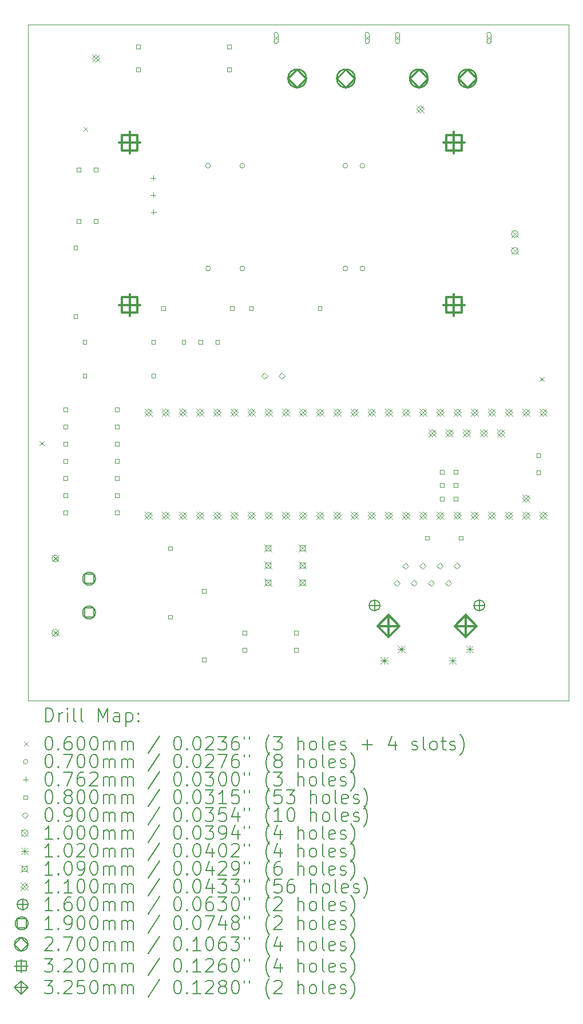
<source format=gbr>
%TF.GenerationSoftware,KiCad,Pcbnew,8.0.6-8.0.6-0~ubuntu22.04.1*%
%TF.CreationDate,2024-12-02T16:14:19+00:00*%
%TF.ProjectId,miniv_motor_controller_board,6d696e69-765f-46d6-9f74-6f725f636f6e,rev?*%
%TF.SameCoordinates,Original*%
%TF.FileFunction,Drillmap*%
%TF.FilePolarity,Positive*%
%FSLAX45Y45*%
G04 Gerber Fmt 4.5, Leading zero omitted, Abs format (unit mm)*
G04 Created by KiCad (PCBNEW 8.0.6-8.0.6-0~ubuntu22.04.1) date 2024-12-02 16:14:19*
%MOMM*%
%LPD*%
G01*
G04 APERTURE LIST*
%ADD10C,0.050000*%
%ADD11C,0.200000*%
%ADD12C,0.100000*%
%ADD13C,0.102000*%
%ADD14C,0.109000*%
%ADD15C,0.110000*%
%ADD16C,0.160000*%
%ADD17C,0.190000*%
%ADD18C,0.270000*%
%ADD19C,0.320000*%
%ADD20C,0.325000*%
G04 APERTURE END LIST*
D10*
X4200000Y-5000000D02*
X12200000Y-5000000D01*
X12200000Y-15000000D01*
X4200000Y-15000000D01*
X4200000Y-5000000D01*
D11*
D12*
X4370000Y-11170000D02*
X4430000Y-11230000D01*
X4430000Y-11170000D02*
X4370000Y-11230000D01*
X5020000Y-6520000D02*
X5080000Y-6580000D01*
X5080000Y-6520000D02*
X5020000Y-6580000D01*
X7835000Y-5170000D02*
X7895000Y-5230000D01*
X7895000Y-5170000D02*
X7835000Y-5230000D01*
X7835000Y-5145000D02*
X7835000Y-5255000D01*
X7895000Y-5255000D02*
G75*
G02*
X7835000Y-5255000I-30000J0D01*
G01*
X7895000Y-5255000D02*
X7895000Y-5145000D01*
X7895000Y-5145000D02*
G75*
G03*
X7835000Y-5145000I-30000J0D01*
G01*
X9185000Y-5170000D02*
X9245000Y-5230000D01*
X9245000Y-5170000D02*
X9185000Y-5230000D01*
X9185000Y-5145000D02*
X9185000Y-5255000D01*
X9245000Y-5255000D02*
G75*
G02*
X9185000Y-5255000I-30000J0D01*
G01*
X9245000Y-5255000D02*
X9245000Y-5145000D01*
X9245000Y-5145000D02*
G75*
G03*
X9185000Y-5145000I-30000J0D01*
G01*
X9635000Y-5170000D02*
X9695000Y-5230000D01*
X9695000Y-5170000D02*
X9635000Y-5230000D01*
X9635000Y-5145000D02*
X9635000Y-5255000D01*
X9695000Y-5255000D02*
G75*
G02*
X9635000Y-5255000I-30000J0D01*
G01*
X9695000Y-5255000D02*
X9695000Y-5145000D01*
X9695000Y-5145000D02*
G75*
G03*
X9635000Y-5145000I-30000J0D01*
G01*
X10985000Y-5170000D02*
X11045000Y-5230000D01*
X11045000Y-5170000D02*
X10985000Y-5230000D01*
X10985000Y-5145000D02*
X10985000Y-5255000D01*
X11045000Y-5255000D02*
G75*
G02*
X10985000Y-5255000I-30000J0D01*
G01*
X11045000Y-5255000D02*
X11045000Y-5145000D01*
X11045000Y-5145000D02*
G75*
G03*
X10985000Y-5145000I-30000J0D01*
G01*
X11770000Y-10220000D02*
X11830000Y-10280000D01*
X11830000Y-10220000D02*
X11770000Y-10280000D01*
X6895000Y-7089000D02*
G75*
G02*
X6825000Y-7089000I-35000J0D01*
G01*
X6825000Y-7089000D02*
G75*
G02*
X6895000Y-7089000I35000J0D01*
G01*
X6895000Y-8611000D02*
G75*
G02*
X6825000Y-8611000I-35000J0D01*
G01*
X6825000Y-8611000D02*
G75*
G02*
X6895000Y-8611000I35000J0D01*
G01*
X7403000Y-7089000D02*
G75*
G02*
X7333000Y-7089000I-35000J0D01*
G01*
X7333000Y-7089000D02*
G75*
G02*
X7403000Y-7089000I35000J0D01*
G01*
X7403000Y-8611000D02*
G75*
G02*
X7333000Y-8611000I-35000J0D01*
G01*
X7333000Y-8611000D02*
G75*
G02*
X7403000Y-8611000I35000J0D01*
G01*
X8927000Y-7089000D02*
G75*
G02*
X8857000Y-7089000I-35000J0D01*
G01*
X8857000Y-7089000D02*
G75*
G02*
X8927000Y-7089000I35000J0D01*
G01*
X8927000Y-8611000D02*
G75*
G02*
X8857000Y-8611000I-35000J0D01*
G01*
X8857000Y-8611000D02*
G75*
G02*
X8927000Y-8611000I35000J0D01*
G01*
X9181000Y-7089000D02*
G75*
G02*
X9111000Y-7089000I-35000J0D01*
G01*
X9111000Y-7089000D02*
G75*
G02*
X9181000Y-7089000I35000J0D01*
G01*
X9181000Y-8611000D02*
G75*
G02*
X9111000Y-8611000I-35000J0D01*
G01*
X9111000Y-8611000D02*
G75*
G02*
X9181000Y-8611000I35000J0D01*
G01*
X6050000Y-7232900D02*
X6050000Y-7309100D01*
X6011900Y-7271000D02*
X6088100Y-7271000D01*
X6050000Y-7486900D02*
X6050000Y-7563100D01*
X6011900Y-7525000D02*
X6088100Y-7525000D01*
X6051600Y-7740900D02*
X6051600Y-7817100D01*
X6013500Y-7779000D02*
X6089700Y-7779000D01*
X4778285Y-10728285D02*
X4778285Y-10671716D01*
X4721716Y-10671716D01*
X4721716Y-10728285D01*
X4778285Y-10728285D01*
X4778285Y-10982285D02*
X4778285Y-10925716D01*
X4721716Y-10925716D01*
X4721716Y-10982285D01*
X4778285Y-10982285D01*
X4778285Y-11236284D02*
X4778285Y-11179716D01*
X4721716Y-11179716D01*
X4721716Y-11236284D01*
X4778285Y-11236284D01*
X4778285Y-11490284D02*
X4778285Y-11433715D01*
X4721716Y-11433715D01*
X4721716Y-11490284D01*
X4778285Y-11490284D01*
X4778285Y-11744284D02*
X4778285Y-11687715D01*
X4721716Y-11687715D01*
X4721716Y-11744284D01*
X4778285Y-11744284D01*
X4778285Y-11998284D02*
X4778285Y-11941715D01*
X4721716Y-11941715D01*
X4721716Y-11998284D01*
X4778285Y-11998284D01*
X4778285Y-12252284D02*
X4778285Y-12195715D01*
X4721716Y-12195715D01*
X4721716Y-12252284D01*
X4778285Y-12252284D01*
X4928285Y-8328284D02*
X4928285Y-8271715D01*
X4871716Y-8271715D01*
X4871716Y-8328284D01*
X4928285Y-8328284D01*
X4928285Y-9344285D02*
X4928285Y-9287716D01*
X4871716Y-9287716D01*
X4871716Y-9344285D01*
X4928285Y-9344285D01*
X4974285Y-7178284D02*
X4974285Y-7121715D01*
X4917716Y-7121715D01*
X4917716Y-7178284D01*
X4974285Y-7178284D01*
X4974285Y-7940284D02*
X4974285Y-7883715D01*
X4917716Y-7883715D01*
X4917716Y-7940284D01*
X4974285Y-7940284D01*
X5062285Y-9728285D02*
X5062285Y-9671716D01*
X5005716Y-9671716D01*
X5005716Y-9728285D01*
X5062285Y-9728285D01*
X5062285Y-10228285D02*
X5062285Y-10171716D01*
X5005716Y-10171716D01*
X5005716Y-10228285D01*
X5062285Y-10228285D01*
X5228285Y-7178284D02*
X5228285Y-7121715D01*
X5171716Y-7121715D01*
X5171716Y-7178284D01*
X5228285Y-7178284D01*
X5228285Y-7940284D02*
X5228285Y-7883715D01*
X5171716Y-7883715D01*
X5171716Y-7940284D01*
X5228285Y-7940284D01*
X5540285Y-10728285D02*
X5540285Y-10671716D01*
X5483716Y-10671716D01*
X5483716Y-10728285D01*
X5540285Y-10728285D01*
X5540285Y-10982285D02*
X5540285Y-10925716D01*
X5483716Y-10925716D01*
X5483716Y-10982285D01*
X5540285Y-10982285D01*
X5540285Y-11236284D02*
X5540285Y-11179716D01*
X5483716Y-11179716D01*
X5483716Y-11236284D01*
X5540285Y-11236284D01*
X5540285Y-11490284D02*
X5540285Y-11433715D01*
X5483716Y-11433715D01*
X5483716Y-11490284D01*
X5540285Y-11490284D01*
X5540285Y-11744284D02*
X5540285Y-11687715D01*
X5483716Y-11687715D01*
X5483716Y-11744284D01*
X5540285Y-11744284D01*
X5540285Y-11998284D02*
X5540285Y-11941715D01*
X5483716Y-11941715D01*
X5483716Y-11998284D01*
X5540285Y-11998284D01*
X5540285Y-12252284D02*
X5540285Y-12195715D01*
X5483716Y-12195715D01*
X5483716Y-12252284D01*
X5540285Y-12252284D01*
X5854784Y-5358285D02*
X5854784Y-5301716D01*
X5798215Y-5301716D01*
X5798215Y-5358285D01*
X5854784Y-5358285D01*
X5854784Y-5698284D02*
X5854784Y-5641715D01*
X5798215Y-5641715D01*
X5798215Y-5698284D01*
X5854784Y-5698284D01*
X6078284Y-9728285D02*
X6078284Y-9671716D01*
X6021715Y-9671716D01*
X6021715Y-9728285D01*
X6078284Y-9728285D01*
X6078284Y-10228285D02*
X6078284Y-10171716D01*
X6021715Y-10171716D01*
X6021715Y-10228285D01*
X6078284Y-10228285D01*
X6228284Y-9228285D02*
X6228284Y-9171716D01*
X6171715Y-9171716D01*
X6171715Y-9228285D01*
X6228284Y-9228285D01*
X6328284Y-12778284D02*
X6328284Y-12721715D01*
X6271715Y-12721715D01*
X6271715Y-12778284D01*
X6328284Y-12778284D01*
X6328284Y-13794284D02*
X6328284Y-13737715D01*
X6271715Y-13737715D01*
X6271715Y-13794284D01*
X6328284Y-13794284D01*
X6528284Y-9728285D02*
X6528284Y-9671716D01*
X6471715Y-9671716D01*
X6471715Y-9728285D01*
X6528284Y-9728285D01*
X6778284Y-9728285D02*
X6778284Y-9671716D01*
X6721715Y-9671716D01*
X6721715Y-9728285D01*
X6778284Y-9728285D01*
X6828284Y-13412284D02*
X6828284Y-13355715D01*
X6771715Y-13355715D01*
X6771715Y-13412284D01*
X6828284Y-13412284D01*
X6828284Y-14428284D02*
X6828284Y-14371715D01*
X6771715Y-14371715D01*
X6771715Y-14428284D01*
X6828284Y-14428284D01*
X7028284Y-9728285D02*
X7028284Y-9671716D01*
X6971715Y-9671716D01*
X6971715Y-9728285D01*
X7028284Y-9728285D01*
X7201784Y-5358285D02*
X7201784Y-5301716D01*
X7145215Y-5301716D01*
X7145215Y-5358285D01*
X7201784Y-5358285D01*
X7201784Y-5698284D02*
X7201784Y-5641715D01*
X7145215Y-5641715D01*
X7145215Y-5698284D01*
X7201784Y-5698284D01*
X7244284Y-9228285D02*
X7244284Y-9171716D01*
X7187715Y-9171716D01*
X7187715Y-9228285D01*
X7244284Y-9228285D01*
X7428284Y-14028284D02*
X7428284Y-13971715D01*
X7371715Y-13971715D01*
X7371715Y-14028284D01*
X7428284Y-14028284D01*
X7428284Y-14282284D02*
X7428284Y-14225715D01*
X7371715Y-14225715D01*
X7371715Y-14282284D01*
X7428284Y-14282284D01*
X7528284Y-9228285D02*
X7528284Y-9171716D01*
X7471715Y-9171716D01*
X7471715Y-9228285D01*
X7528284Y-9228285D01*
X8190284Y-14028284D02*
X8190284Y-13971715D01*
X8133715Y-13971715D01*
X8133715Y-14028284D01*
X8190284Y-14028284D01*
X8190284Y-14282284D02*
X8190284Y-14225715D01*
X8133715Y-14225715D01*
X8133715Y-14282284D01*
X8190284Y-14282284D01*
X8544285Y-9228285D02*
X8544285Y-9171716D01*
X8487716Y-9171716D01*
X8487716Y-9228285D01*
X8544285Y-9228285D01*
X10128285Y-12628284D02*
X10128285Y-12571715D01*
X10071716Y-12571715D01*
X10071716Y-12628284D01*
X10128285Y-12628284D01*
X10352285Y-11646444D02*
X10352285Y-11589875D01*
X10295716Y-11589875D01*
X10295716Y-11646444D01*
X10352285Y-11646444D01*
X10352285Y-11846444D02*
X10352285Y-11789875D01*
X10295716Y-11789875D01*
X10295716Y-11846444D01*
X10352285Y-11846444D01*
X10352285Y-12046444D02*
X10352285Y-11989875D01*
X10295716Y-11989875D01*
X10295716Y-12046444D01*
X10352285Y-12046444D01*
X10552285Y-11646444D02*
X10552285Y-11589875D01*
X10495716Y-11589875D01*
X10495716Y-11646444D01*
X10552285Y-11646444D01*
X10552285Y-11846444D02*
X10552285Y-11789875D01*
X10495716Y-11789875D01*
X10495716Y-11846444D01*
X10552285Y-11846444D01*
X10552285Y-12046444D02*
X10552285Y-11989875D01*
X10495716Y-11989875D01*
X10495716Y-12046444D01*
X10552285Y-12046444D01*
X10628285Y-12628284D02*
X10628285Y-12571715D01*
X10571716Y-12571715D01*
X10571716Y-12628284D01*
X10628285Y-12628284D01*
X11776284Y-11401284D02*
X11776284Y-11344715D01*
X11719715Y-11344715D01*
X11719715Y-11401284D01*
X11776284Y-11401284D01*
X11776284Y-11655284D02*
X11776284Y-11598715D01*
X11719715Y-11598715D01*
X11719715Y-11655284D01*
X11776284Y-11655284D01*
X7696000Y-10245000D02*
X7741000Y-10200000D01*
X7696000Y-10155000D01*
X7651000Y-10200000D01*
X7696000Y-10245000D01*
X7950000Y-10245000D02*
X7995000Y-10200000D01*
X7950000Y-10155000D01*
X7905000Y-10200000D01*
X7950000Y-10245000D01*
X9655500Y-13310000D02*
X9700500Y-13265000D01*
X9655500Y-13220000D01*
X9610500Y-13265000D01*
X9655500Y-13310000D01*
X9782500Y-13056000D02*
X9827500Y-13011000D01*
X9782500Y-12966000D01*
X9737500Y-13011000D01*
X9782500Y-13056000D01*
X9909500Y-13310000D02*
X9954500Y-13265000D01*
X9909500Y-13220000D01*
X9864500Y-13265000D01*
X9909500Y-13310000D01*
X10036500Y-13056000D02*
X10081500Y-13011000D01*
X10036500Y-12966000D01*
X9991500Y-13011000D01*
X10036500Y-13056000D01*
X10163500Y-13310000D02*
X10208500Y-13265000D01*
X10163500Y-13220000D01*
X10118500Y-13265000D01*
X10163500Y-13310000D01*
X10290500Y-13056000D02*
X10335500Y-13011000D01*
X10290500Y-12966000D01*
X10245500Y-13011000D01*
X10290500Y-13056000D01*
X10417500Y-13310000D02*
X10462500Y-13265000D01*
X10417500Y-13220000D01*
X10372500Y-13265000D01*
X10417500Y-13310000D01*
X10544500Y-13056000D02*
X10589500Y-13011000D01*
X10544500Y-12966000D01*
X10499500Y-13011000D01*
X10544500Y-13056000D01*
X4550000Y-12850000D02*
X4650000Y-12950000D01*
X4650000Y-12850000D02*
X4550000Y-12950000D01*
X4650000Y-12900000D02*
G75*
G02*
X4550000Y-12900000I-50000J0D01*
G01*
X4550000Y-12900000D02*
G75*
G02*
X4650000Y-12900000I50000J0D01*
G01*
X4550000Y-13950000D02*
X4650000Y-14050000D01*
X4650000Y-13950000D02*
X4550000Y-14050000D01*
X4650000Y-14000000D02*
G75*
G02*
X4550000Y-14000000I-50000J0D01*
G01*
X4550000Y-14000000D02*
G75*
G02*
X4650000Y-14000000I50000J0D01*
G01*
X11350000Y-8050000D02*
X11450000Y-8150000D01*
X11450000Y-8050000D02*
X11350000Y-8150000D01*
X11450000Y-8100000D02*
G75*
G02*
X11350000Y-8100000I-50000J0D01*
G01*
X11350000Y-8100000D02*
G75*
G02*
X11450000Y-8100000I50000J0D01*
G01*
X11350000Y-8300000D02*
X11450000Y-8400000D01*
X11450000Y-8300000D02*
X11350000Y-8400000D01*
X11450000Y-8350000D02*
G75*
G02*
X11350000Y-8350000I-50000J0D01*
G01*
X11350000Y-8350000D02*
G75*
G02*
X11450000Y-8350000I50000J0D01*
G01*
D13*
X9416500Y-14357000D02*
X9518500Y-14459000D01*
X9518500Y-14357000D02*
X9416500Y-14459000D01*
X9467500Y-14357000D02*
X9467500Y-14459000D01*
X9416500Y-14408000D02*
X9518500Y-14408000D01*
X9670500Y-14187000D02*
X9772500Y-14289000D01*
X9772500Y-14187000D02*
X9670500Y-14289000D01*
X9721500Y-14187000D02*
X9721500Y-14289000D01*
X9670500Y-14238000D02*
X9772500Y-14238000D01*
X10427500Y-14357000D02*
X10529500Y-14459000D01*
X10529500Y-14357000D02*
X10427500Y-14459000D01*
X10478500Y-14357000D02*
X10478500Y-14459000D01*
X10427500Y-14408000D02*
X10529500Y-14408000D01*
X10681500Y-14187000D02*
X10783500Y-14289000D01*
X10783500Y-14187000D02*
X10681500Y-14289000D01*
X10732500Y-14187000D02*
X10732500Y-14289000D01*
X10681500Y-14238000D02*
X10783500Y-14238000D01*
D14*
X7691500Y-12691500D02*
X7800500Y-12800500D01*
X7800500Y-12691500D02*
X7691500Y-12800500D01*
X7784538Y-12784538D02*
X7784538Y-12707462D01*
X7707462Y-12707462D01*
X7707462Y-12784538D01*
X7784538Y-12784538D01*
X7691500Y-12945500D02*
X7800500Y-13054500D01*
X7800500Y-12945500D02*
X7691500Y-13054500D01*
X7784538Y-13038538D02*
X7784538Y-12961462D01*
X7707462Y-12961462D01*
X7707462Y-13038538D01*
X7784538Y-13038538D01*
X7691500Y-13199500D02*
X7800500Y-13308500D01*
X7800500Y-13199500D02*
X7691500Y-13308500D01*
X7784538Y-13292538D02*
X7784538Y-13215462D01*
X7707462Y-13215462D01*
X7707462Y-13292538D01*
X7784538Y-13292538D01*
X8199500Y-12691500D02*
X8308500Y-12800500D01*
X8308500Y-12691500D02*
X8199500Y-12800500D01*
X8292538Y-12784538D02*
X8292538Y-12707462D01*
X8215462Y-12707462D01*
X8215462Y-12784538D01*
X8292538Y-12784538D01*
X8199500Y-12945500D02*
X8308500Y-13054500D01*
X8308500Y-12945500D02*
X8199500Y-13054500D01*
X8292538Y-13038538D02*
X8292538Y-12961462D01*
X8215462Y-12961462D01*
X8215462Y-13038538D01*
X8292538Y-13038538D01*
X8199500Y-13199500D02*
X8308500Y-13308500D01*
X8308500Y-13199500D02*
X8199500Y-13308500D01*
X8292538Y-13292538D02*
X8292538Y-13215462D01*
X8215462Y-13215462D01*
X8215462Y-13292538D01*
X8292538Y-13292538D01*
D15*
X5145000Y-5445000D02*
X5255000Y-5555000D01*
X5255000Y-5445000D02*
X5145000Y-5555000D01*
X5200000Y-5555000D02*
X5255000Y-5500000D01*
X5200000Y-5445000D01*
X5145000Y-5500000D01*
X5200000Y-5555000D01*
X5924000Y-10683000D02*
X6034000Y-10793000D01*
X6034000Y-10683000D02*
X5924000Y-10793000D01*
X5979000Y-10793000D02*
X6034000Y-10738000D01*
X5979000Y-10683000D01*
X5924000Y-10738000D01*
X5979000Y-10793000D01*
X5924000Y-12207000D02*
X6034000Y-12317000D01*
X6034000Y-12207000D02*
X5924000Y-12317000D01*
X5979000Y-12317000D02*
X6034000Y-12262000D01*
X5979000Y-12207000D01*
X5924000Y-12262000D01*
X5979000Y-12317000D01*
X6178000Y-10683000D02*
X6288000Y-10793000D01*
X6288000Y-10683000D02*
X6178000Y-10793000D01*
X6233000Y-10793000D02*
X6288000Y-10738000D01*
X6233000Y-10683000D01*
X6178000Y-10738000D01*
X6233000Y-10793000D01*
X6178000Y-12207000D02*
X6288000Y-12317000D01*
X6288000Y-12207000D02*
X6178000Y-12317000D01*
X6233000Y-12317000D02*
X6288000Y-12262000D01*
X6233000Y-12207000D01*
X6178000Y-12262000D01*
X6233000Y-12317000D01*
X6432000Y-10683000D02*
X6542000Y-10793000D01*
X6542000Y-10683000D02*
X6432000Y-10793000D01*
X6487000Y-10793000D02*
X6542000Y-10738000D01*
X6487000Y-10683000D01*
X6432000Y-10738000D01*
X6487000Y-10793000D01*
X6432000Y-12207000D02*
X6542000Y-12317000D01*
X6542000Y-12207000D02*
X6432000Y-12317000D01*
X6487000Y-12317000D02*
X6542000Y-12262000D01*
X6487000Y-12207000D01*
X6432000Y-12262000D01*
X6487000Y-12317000D01*
X6686000Y-10683000D02*
X6796000Y-10793000D01*
X6796000Y-10683000D02*
X6686000Y-10793000D01*
X6741000Y-10793000D02*
X6796000Y-10738000D01*
X6741000Y-10683000D01*
X6686000Y-10738000D01*
X6741000Y-10793000D01*
X6686000Y-12207000D02*
X6796000Y-12317000D01*
X6796000Y-12207000D02*
X6686000Y-12317000D01*
X6741000Y-12317000D02*
X6796000Y-12262000D01*
X6741000Y-12207000D01*
X6686000Y-12262000D01*
X6741000Y-12317000D01*
X6940000Y-10683000D02*
X7050000Y-10793000D01*
X7050000Y-10683000D02*
X6940000Y-10793000D01*
X6995000Y-10793000D02*
X7050000Y-10738000D01*
X6995000Y-10683000D01*
X6940000Y-10738000D01*
X6995000Y-10793000D01*
X6940000Y-12207000D02*
X7050000Y-12317000D01*
X7050000Y-12207000D02*
X6940000Y-12317000D01*
X6995000Y-12317000D02*
X7050000Y-12262000D01*
X6995000Y-12207000D01*
X6940000Y-12262000D01*
X6995000Y-12317000D01*
X7194000Y-10683000D02*
X7304000Y-10793000D01*
X7304000Y-10683000D02*
X7194000Y-10793000D01*
X7249000Y-10793000D02*
X7304000Y-10738000D01*
X7249000Y-10683000D01*
X7194000Y-10738000D01*
X7249000Y-10793000D01*
X7194000Y-12207000D02*
X7304000Y-12317000D01*
X7304000Y-12207000D02*
X7194000Y-12317000D01*
X7249000Y-12317000D02*
X7304000Y-12262000D01*
X7249000Y-12207000D01*
X7194000Y-12262000D01*
X7249000Y-12317000D01*
X7448000Y-10683000D02*
X7558000Y-10793000D01*
X7558000Y-10683000D02*
X7448000Y-10793000D01*
X7503000Y-10793000D02*
X7558000Y-10738000D01*
X7503000Y-10683000D01*
X7448000Y-10738000D01*
X7503000Y-10793000D01*
X7448000Y-12207000D02*
X7558000Y-12317000D01*
X7558000Y-12207000D02*
X7448000Y-12317000D01*
X7503000Y-12317000D02*
X7558000Y-12262000D01*
X7503000Y-12207000D01*
X7448000Y-12262000D01*
X7503000Y-12317000D01*
X7702000Y-10683000D02*
X7812000Y-10793000D01*
X7812000Y-10683000D02*
X7702000Y-10793000D01*
X7757000Y-10793000D02*
X7812000Y-10738000D01*
X7757000Y-10683000D01*
X7702000Y-10738000D01*
X7757000Y-10793000D01*
X7702000Y-12207000D02*
X7812000Y-12317000D01*
X7812000Y-12207000D02*
X7702000Y-12317000D01*
X7757000Y-12317000D02*
X7812000Y-12262000D01*
X7757000Y-12207000D01*
X7702000Y-12262000D01*
X7757000Y-12317000D01*
X7956000Y-10683000D02*
X8066000Y-10793000D01*
X8066000Y-10683000D02*
X7956000Y-10793000D01*
X8011000Y-10793000D02*
X8066000Y-10738000D01*
X8011000Y-10683000D01*
X7956000Y-10738000D01*
X8011000Y-10793000D01*
X7956000Y-12207000D02*
X8066000Y-12317000D01*
X8066000Y-12207000D02*
X7956000Y-12317000D01*
X8011000Y-12317000D02*
X8066000Y-12262000D01*
X8011000Y-12207000D01*
X7956000Y-12262000D01*
X8011000Y-12317000D01*
X8210000Y-10683000D02*
X8320000Y-10793000D01*
X8320000Y-10683000D02*
X8210000Y-10793000D01*
X8265000Y-10793000D02*
X8320000Y-10738000D01*
X8265000Y-10683000D01*
X8210000Y-10738000D01*
X8265000Y-10793000D01*
X8210000Y-12207000D02*
X8320000Y-12317000D01*
X8320000Y-12207000D02*
X8210000Y-12317000D01*
X8265000Y-12317000D02*
X8320000Y-12262000D01*
X8265000Y-12207000D01*
X8210000Y-12262000D01*
X8265000Y-12317000D01*
X8464000Y-10683000D02*
X8574000Y-10793000D01*
X8574000Y-10683000D02*
X8464000Y-10793000D01*
X8519000Y-10793000D02*
X8574000Y-10738000D01*
X8519000Y-10683000D01*
X8464000Y-10738000D01*
X8519000Y-10793000D01*
X8464000Y-12207000D02*
X8574000Y-12317000D01*
X8574000Y-12207000D02*
X8464000Y-12317000D01*
X8519000Y-12317000D02*
X8574000Y-12262000D01*
X8519000Y-12207000D01*
X8464000Y-12262000D01*
X8519000Y-12317000D01*
X8718000Y-10683000D02*
X8828000Y-10793000D01*
X8828000Y-10683000D02*
X8718000Y-10793000D01*
X8773000Y-10793000D02*
X8828000Y-10738000D01*
X8773000Y-10683000D01*
X8718000Y-10738000D01*
X8773000Y-10793000D01*
X8718000Y-12207000D02*
X8828000Y-12317000D01*
X8828000Y-12207000D02*
X8718000Y-12317000D01*
X8773000Y-12317000D02*
X8828000Y-12262000D01*
X8773000Y-12207000D01*
X8718000Y-12262000D01*
X8773000Y-12317000D01*
X8972000Y-10683000D02*
X9082000Y-10793000D01*
X9082000Y-10683000D02*
X8972000Y-10793000D01*
X9027000Y-10793000D02*
X9082000Y-10738000D01*
X9027000Y-10683000D01*
X8972000Y-10738000D01*
X9027000Y-10793000D01*
X8972000Y-12207000D02*
X9082000Y-12317000D01*
X9082000Y-12207000D02*
X8972000Y-12317000D01*
X9027000Y-12317000D02*
X9082000Y-12262000D01*
X9027000Y-12207000D01*
X8972000Y-12262000D01*
X9027000Y-12317000D01*
X9226000Y-10683000D02*
X9336000Y-10793000D01*
X9336000Y-10683000D02*
X9226000Y-10793000D01*
X9281000Y-10793000D02*
X9336000Y-10738000D01*
X9281000Y-10683000D01*
X9226000Y-10738000D01*
X9281000Y-10793000D01*
X9226000Y-12207000D02*
X9336000Y-12317000D01*
X9336000Y-12207000D02*
X9226000Y-12317000D01*
X9281000Y-12317000D02*
X9336000Y-12262000D01*
X9281000Y-12207000D01*
X9226000Y-12262000D01*
X9281000Y-12317000D01*
X9480000Y-10683000D02*
X9590000Y-10793000D01*
X9590000Y-10683000D02*
X9480000Y-10793000D01*
X9535000Y-10793000D02*
X9590000Y-10738000D01*
X9535000Y-10683000D01*
X9480000Y-10738000D01*
X9535000Y-10793000D01*
X9480000Y-12207000D02*
X9590000Y-12317000D01*
X9590000Y-12207000D02*
X9480000Y-12317000D01*
X9535000Y-12317000D02*
X9590000Y-12262000D01*
X9535000Y-12207000D01*
X9480000Y-12262000D01*
X9535000Y-12317000D01*
X9734000Y-10683000D02*
X9844000Y-10793000D01*
X9844000Y-10683000D02*
X9734000Y-10793000D01*
X9789000Y-10793000D02*
X9844000Y-10738000D01*
X9789000Y-10683000D01*
X9734000Y-10738000D01*
X9789000Y-10793000D01*
X9734000Y-12207000D02*
X9844000Y-12317000D01*
X9844000Y-12207000D02*
X9734000Y-12317000D01*
X9789000Y-12317000D02*
X9844000Y-12262000D01*
X9789000Y-12207000D01*
X9734000Y-12262000D01*
X9789000Y-12317000D01*
X9945000Y-6195000D02*
X10055000Y-6305000D01*
X10055000Y-6195000D02*
X9945000Y-6305000D01*
X10000000Y-6305000D02*
X10055000Y-6250000D01*
X10000000Y-6195000D01*
X9945000Y-6250000D01*
X10000000Y-6305000D01*
X9988000Y-10683000D02*
X10098000Y-10793000D01*
X10098000Y-10683000D02*
X9988000Y-10793000D01*
X10043000Y-10793000D02*
X10098000Y-10738000D01*
X10043000Y-10683000D01*
X9988000Y-10738000D01*
X10043000Y-10793000D01*
X9988000Y-12207000D02*
X10098000Y-12317000D01*
X10098000Y-12207000D02*
X9988000Y-12317000D01*
X10043000Y-12317000D02*
X10098000Y-12262000D01*
X10043000Y-12207000D01*
X9988000Y-12262000D01*
X10043000Y-12317000D01*
X10120080Y-10988080D02*
X10230080Y-11098080D01*
X10230080Y-10988080D02*
X10120080Y-11098080D01*
X10175080Y-11098080D02*
X10230080Y-11043080D01*
X10175080Y-10988080D01*
X10120080Y-11043080D01*
X10175080Y-11098080D01*
X10242000Y-10683000D02*
X10352000Y-10793000D01*
X10352000Y-10683000D02*
X10242000Y-10793000D01*
X10297000Y-10793000D02*
X10352000Y-10738000D01*
X10297000Y-10683000D01*
X10242000Y-10738000D01*
X10297000Y-10793000D01*
X10242000Y-12207000D02*
X10352000Y-12317000D01*
X10352000Y-12207000D02*
X10242000Y-12317000D01*
X10297000Y-12317000D02*
X10352000Y-12262000D01*
X10297000Y-12207000D01*
X10242000Y-12262000D01*
X10297000Y-12317000D01*
X10374080Y-10988080D02*
X10484080Y-11098080D01*
X10484080Y-10988080D02*
X10374080Y-11098080D01*
X10429080Y-11098080D02*
X10484080Y-11043080D01*
X10429080Y-10988080D01*
X10374080Y-11043080D01*
X10429080Y-11098080D01*
X10496000Y-10683000D02*
X10606000Y-10793000D01*
X10606000Y-10683000D02*
X10496000Y-10793000D01*
X10551000Y-10793000D02*
X10606000Y-10738000D01*
X10551000Y-10683000D01*
X10496000Y-10738000D01*
X10551000Y-10793000D01*
X10496000Y-12207000D02*
X10606000Y-12317000D01*
X10606000Y-12207000D02*
X10496000Y-12317000D01*
X10551000Y-12317000D02*
X10606000Y-12262000D01*
X10551000Y-12207000D01*
X10496000Y-12262000D01*
X10551000Y-12317000D01*
X10628080Y-10988080D02*
X10738080Y-11098080D01*
X10738080Y-10988080D02*
X10628080Y-11098080D01*
X10683080Y-11098080D02*
X10738080Y-11043080D01*
X10683080Y-10988080D01*
X10628080Y-11043080D01*
X10683080Y-11098080D01*
X10750000Y-10683000D02*
X10860000Y-10793000D01*
X10860000Y-10683000D02*
X10750000Y-10793000D01*
X10805000Y-10793000D02*
X10860000Y-10738000D01*
X10805000Y-10683000D01*
X10750000Y-10738000D01*
X10805000Y-10793000D01*
X10750000Y-12207000D02*
X10860000Y-12317000D01*
X10860000Y-12207000D02*
X10750000Y-12317000D01*
X10805000Y-12317000D02*
X10860000Y-12262000D01*
X10805000Y-12207000D01*
X10750000Y-12262000D01*
X10805000Y-12317000D01*
X10882080Y-10988080D02*
X10992080Y-11098080D01*
X10992080Y-10988080D02*
X10882080Y-11098080D01*
X10937080Y-11098080D02*
X10992080Y-11043080D01*
X10937080Y-10988080D01*
X10882080Y-11043080D01*
X10937080Y-11098080D01*
X11004000Y-10683000D02*
X11114000Y-10793000D01*
X11114000Y-10683000D02*
X11004000Y-10793000D01*
X11059000Y-10793000D02*
X11114000Y-10738000D01*
X11059000Y-10683000D01*
X11004000Y-10738000D01*
X11059000Y-10793000D01*
X11004000Y-12207000D02*
X11114000Y-12317000D01*
X11114000Y-12207000D02*
X11004000Y-12317000D01*
X11059000Y-12317000D02*
X11114000Y-12262000D01*
X11059000Y-12207000D01*
X11004000Y-12262000D01*
X11059000Y-12317000D01*
X11136080Y-10988080D02*
X11246080Y-11098080D01*
X11246080Y-10988080D02*
X11136080Y-11098080D01*
X11191080Y-11098080D02*
X11246080Y-11043080D01*
X11191080Y-10988080D01*
X11136080Y-11043080D01*
X11191080Y-11098080D01*
X11258000Y-10683000D02*
X11368000Y-10793000D01*
X11368000Y-10683000D02*
X11258000Y-10793000D01*
X11313000Y-10793000D02*
X11368000Y-10738000D01*
X11313000Y-10683000D01*
X11258000Y-10738000D01*
X11313000Y-10793000D01*
X11258000Y-12207000D02*
X11368000Y-12317000D01*
X11368000Y-12207000D02*
X11258000Y-12317000D01*
X11313000Y-12317000D02*
X11368000Y-12262000D01*
X11313000Y-12207000D01*
X11258000Y-12262000D01*
X11313000Y-12317000D01*
X11512000Y-10683000D02*
X11622000Y-10793000D01*
X11622000Y-10683000D02*
X11512000Y-10793000D01*
X11567000Y-10793000D02*
X11622000Y-10738000D01*
X11567000Y-10683000D01*
X11512000Y-10738000D01*
X11567000Y-10793000D01*
X11512000Y-11953000D02*
X11622000Y-12063000D01*
X11622000Y-11953000D02*
X11512000Y-12063000D01*
X11567000Y-12063000D02*
X11622000Y-12008000D01*
X11567000Y-11953000D01*
X11512000Y-12008000D01*
X11567000Y-12063000D01*
X11512000Y-12207000D02*
X11622000Y-12317000D01*
X11622000Y-12207000D02*
X11512000Y-12317000D01*
X11567000Y-12317000D02*
X11622000Y-12262000D01*
X11567000Y-12207000D01*
X11512000Y-12262000D01*
X11567000Y-12317000D01*
X11766000Y-10683000D02*
X11876000Y-10793000D01*
X11876000Y-10683000D02*
X11766000Y-10793000D01*
X11821000Y-10793000D02*
X11876000Y-10738000D01*
X11821000Y-10683000D01*
X11766000Y-10738000D01*
X11821000Y-10793000D01*
X11766000Y-12207000D02*
X11876000Y-12317000D01*
X11876000Y-12207000D02*
X11766000Y-12317000D01*
X11821000Y-12317000D02*
X11876000Y-12262000D01*
X11821000Y-12207000D01*
X11766000Y-12262000D01*
X11821000Y-12317000D01*
D16*
X9325000Y-13515000D02*
X9325000Y-13675000D01*
X9245000Y-13595000D02*
X9405000Y-13595000D01*
X9405000Y-13595000D02*
G75*
G02*
X9245000Y-13595000I-80000J0D01*
G01*
X9245000Y-13595000D02*
G75*
G02*
X9405000Y-13595000I80000J0D01*
G01*
X10875000Y-13515000D02*
X10875000Y-13675000D01*
X10795000Y-13595000D02*
X10955000Y-13595000D01*
X10955000Y-13595000D02*
G75*
G02*
X10795000Y-13595000I-80000J0D01*
G01*
X10795000Y-13595000D02*
G75*
G02*
X10955000Y-13595000I80000J0D01*
G01*
D17*
X5167176Y-13267176D02*
X5167176Y-13132824D01*
X5032824Y-13132824D01*
X5032824Y-13267176D01*
X5167176Y-13267176D01*
X5195000Y-13200000D02*
G75*
G02*
X5005000Y-13200000I-95000J0D01*
G01*
X5005000Y-13200000D02*
G75*
G02*
X5195000Y-13200000I95000J0D01*
G01*
X5167176Y-13767176D02*
X5167176Y-13632824D01*
X5032824Y-13632824D01*
X5032824Y-13767176D01*
X5167176Y-13767176D01*
X5195000Y-13700000D02*
G75*
G02*
X5005000Y-13700000I-95000J0D01*
G01*
X5005000Y-13700000D02*
G75*
G02*
X5195000Y-13700000I95000J0D01*
G01*
D18*
X8180000Y-5935000D02*
X8315000Y-5800000D01*
X8180000Y-5665000D01*
X8045000Y-5800000D01*
X8180000Y-5935000D01*
X8315000Y-5800000D02*
G75*
G02*
X8045000Y-5800000I-135000J0D01*
G01*
X8045000Y-5800000D02*
G75*
G02*
X8315000Y-5800000I135000J0D01*
G01*
X8900000Y-5935000D02*
X9035000Y-5800000D01*
X8900000Y-5665000D01*
X8765000Y-5800000D01*
X8900000Y-5935000D01*
X9035000Y-5800000D02*
G75*
G02*
X8765000Y-5800000I-135000J0D01*
G01*
X8765000Y-5800000D02*
G75*
G02*
X9035000Y-5800000I135000J0D01*
G01*
X9980000Y-5935000D02*
X10115000Y-5800000D01*
X9980000Y-5665000D01*
X9845000Y-5800000D01*
X9980000Y-5935000D01*
X10115000Y-5800000D02*
G75*
G02*
X9845000Y-5800000I-135000J0D01*
G01*
X9845000Y-5800000D02*
G75*
G02*
X10115000Y-5800000I135000J0D01*
G01*
X10700000Y-5935000D02*
X10835000Y-5800000D01*
X10700000Y-5665000D01*
X10565000Y-5800000D01*
X10700000Y-5935000D01*
X10835000Y-5800000D02*
G75*
G02*
X10565000Y-5800000I-135000J0D01*
G01*
X10565000Y-5800000D02*
G75*
G02*
X10835000Y-5800000I135000J0D01*
G01*
D19*
X5700000Y-6590000D02*
X5700000Y-6910000D01*
X5540000Y-6750000D02*
X5860000Y-6750000D01*
X5813138Y-6863138D02*
X5813138Y-6636862D01*
X5586862Y-6636862D01*
X5586862Y-6863138D01*
X5813138Y-6863138D01*
X5700000Y-8990000D02*
X5700000Y-9310000D01*
X5540000Y-9150000D02*
X5860000Y-9150000D01*
X5813138Y-9263138D02*
X5813138Y-9036862D01*
X5586862Y-9036862D01*
X5586862Y-9263138D01*
X5813138Y-9263138D01*
X10500000Y-6590000D02*
X10500000Y-6910000D01*
X10340000Y-6750000D02*
X10660000Y-6750000D01*
X10613138Y-6863138D02*
X10613138Y-6636862D01*
X10386862Y-6636862D01*
X10386862Y-6863138D01*
X10613138Y-6863138D01*
X10500000Y-8990000D02*
X10500000Y-9310000D01*
X10340000Y-9150000D02*
X10660000Y-9150000D01*
X10613138Y-9263138D02*
X10613138Y-9036862D01*
X10386862Y-9036862D01*
X10386862Y-9263138D01*
X10613138Y-9263138D01*
D20*
X9528500Y-13737500D02*
X9528500Y-14062500D01*
X9366000Y-13900000D02*
X9691000Y-13900000D01*
X9528500Y-14062500D02*
X9691000Y-13900000D01*
X9528500Y-13737500D01*
X9366000Y-13900000D01*
X9528500Y-14062500D01*
X10671500Y-13737500D02*
X10671500Y-14062500D01*
X10509000Y-13900000D02*
X10834000Y-13900000D01*
X10671500Y-14062500D02*
X10834000Y-13900000D01*
X10671500Y-13737500D01*
X10509000Y-13900000D01*
X10671500Y-14062500D01*
D11*
X4458277Y-15313984D02*
X4458277Y-15113984D01*
X4458277Y-15113984D02*
X4505896Y-15113984D01*
X4505896Y-15113984D02*
X4534467Y-15123508D01*
X4534467Y-15123508D02*
X4553515Y-15142555D01*
X4553515Y-15142555D02*
X4563039Y-15161603D01*
X4563039Y-15161603D02*
X4572563Y-15199698D01*
X4572563Y-15199698D02*
X4572563Y-15228269D01*
X4572563Y-15228269D02*
X4563039Y-15266365D01*
X4563039Y-15266365D02*
X4553515Y-15285412D01*
X4553515Y-15285412D02*
X4534467Y-15304460D01*
X4534467Y-15304460D02*
X4505896Y-15313984D01*
X4505896Y-15313984D02*
X4458277Y-15313984D01*
X4658277Y-15313984D02*
X4658277Y-15180650D01*
X4658277Y-15218746D02*
X4667801Y-15199698D01*
X4667801Y-15199698D02*
X4677324Y-15190174D01*
X4677324Y-15190174D02*
X4696372Y-15180650D01*
X4696372Y-15180650D02*
X4715420Y-15180650D01*
X4782086Y-15313984D02*
X4782086Y-15180650D01*
X4782086Y-15113984D02*
X4772563Y-15123508D01*
X4772563Y-15123508D02*
X4782086Y-15133031D01*
X4782086Y-15133031D02*
X4791610Y-15123508D01*
X4791610Y-15123508D02*
X4782086Y-15113984D01*
X4782086Y-15113984D02*
X4782086Y-15133031D01*
X4905896Y-15313984D02*
X4886848Y-15304460D01*
X4886848Y-15304460D02*
X4877324Y-15285412D01*
X4877324Y-15285412D02*
X4877324Y-15113984D01*
X5010658Y-15313984D02*
X4991610Y-15304460D01*
X4991610Y-15304460D02*
X4982086Y-15285412D01*
X4982086Y-15285412D02*
X4982086Y-15113984D01*
X5239229Y-15313984D02*
X5239229Y-15113984D01*
X5239229Y-15113984D02*
X5305896Y-15256841D01*
X5305896Y-15256841D02*
X5372563Y-15113984D01*
X5372563Y-15113984D02*
X5372563Y-15313984D01*
X5553515Y-15313984D02*
X5553515Y-15209222D01*
X5553515Y-15209222D02*
X5543991Y-15190174D01*
X5543991Y-15190174D02*
X5524944Y-15180650D01*
X5524944Y-15180650D02*
X5486848Y-15180650D01*
X5486848Y-15180650D02*
X5467801Y-15190174D01*
X5553515Y-15304460D02*
X5534467Y-15313984D01*
X5534467Y-15313984D02*
X5486848Y-15313984D01*
X5486848Y-15313984D02*
X5467801Y-15304460D01*
X5467801Y-15304460D02*
X5458277Y-15285412D01*
X5458277Y-15285412D02*
X5458277Y-15266365D01*
X5458277Y-15266365D02*
X5467801Y-15247317D01*
X5467801Y-15247317D02*
X5486848Y-15237793D01*
X5486848Y-15237793D02*
X5534467Y-15237793D01*
X5534467Y-15237793D02*
X5553515Y-15228269D01*
X5648753Y-15180650D02*
X5648753Y-15380650D01*
X5648753Y-15190174D02*
X5667801Y-15180650D01*
X5667801Y-15180650D02*
X5705896Y-15180650D01*
X5705896Y-15180650D02*
X5724943Y-15190174D01*
X5724943Y-15190174D02*
X5734467Y-15199698D01*
X5734467Y-15199698D02*
X5743991Y-15218746D01*
X5743991Y-15218746D02*
X5743991Y-15275888D01*
X5743991Y-15275888D02*
X5734467Y-15294936D01*
X5734467Y-15294936D02*
X5724943Y-15304460D01*
X5724943Y-15304460D02*
X5705896Y-15313984D01*
X5705896Y-15313984D02*
X5667801Y-15313984D01*
X5667801Y-15313984D02*
X5648753Y-15304460D01*
X5829705Y-15294936D02*
X5839229Y-15304460D01*
X5839229Y-15304460D02*
X5829705Y-15313984D01*
X5829705Y-15313984D02*
X5820182Y-15304460D01*
X5820182Y-15304460D02*
X5829705Y-15294936D01*
X5829705Y-15294936D02*
X5829705Y-15313984D01*
X5829705Y-15190174D02*
X5839229Y-15199698D01*
X5839229Y-15199698D02*
X5829705Y-15209222D01*
X5829705Y-15209222D02*
X5820182Y-15199698D01*
X5820182Y-15199698D02*
X5829705Y-15190174D01*
X5829705Y-15190174D02*
X5829705Y-15209222D01*
D12*
X4137500Y-15612500D02*
X4197500Y-15672500D01*
X4197500Y-15612500D02*
X4137500Y-15672500D01*
D11*
X4496372Y-15533984D02*
X4515420Y-15533984D01*
X4515420Y-15533984D02*
X4534467Y-15543508D01*
X4534467Y-15543508D02*
X4543991Y-15553031D01*
X4543991Y-15553031D02*
X4553515Y-15572079D01*
X4553515Y-15572079D02*
X4563039Y-15610174D01*
X4563039Y-15610174D02*
X4563039Y-15657793D01*
X4563039Y-15657793D02*
X4553515Y-15695888D01*
X4553515Y-15695888D02*
X4543991Y-15714936D01*
X4543991Y-15714936D02*
X4534467Y-15724460D01*
X4534467Y-15724460D02*
X4515420Y-15733984D01*
X4515420Y-15733984D02*
X4496372Y-15733984D01*
X4496372Y-15733984D02*
X4477324Y-15724460D01*
X4477324Y-15724460D02*
X4467801Y-15714936D01*
X4467801Y-15714936D02*
X4458277Y-15695888D01*
X4458277Y-15695888D02*
X4448753Y-15657793D01*
X4448753Y-15657793D02*
X4448753Y-15610174D01*
X4448753Y-15610174D02*
X4458277Y-15572079D01*
X4458277Y-15572079D02*
X4467801Y-15553031D01*
X4467801Y-15553031D02*
X4477324Y-15543508D01*
X4477324Y-15543508D02*
X4496372Y-15533984D01*
X4648753Y-15714936D02*
X4658277Y-15724460D01*
X4658277Y-15724460D02*
X4648753Y-15733984D01*
X4648753Y-15733984D02*
X4639229Y-15724460D01*
X4639229Y-15724460D02*
X4648753Y-15714936D01*
X4648753Y-15714936D02*
X4648753Y-15733984D01*
X4829705Y-15533984D02*
X4791610Y-15533984D01*
X4791610Y-15533984D02*
X4772563Y-15543508D01*
X4772563Y-15543508D02*
X4763039Y-15553031D01*
X4763039Y-15553031D02*
X4743991Y-15581603D01*
X4743991Y-15581603D02*
X4734467Y-15619698D01*
X4734467Y-15619698D02*
X4734467Y-15695888D01*
X4734467Y-15695888D02*
X4743991Y-15714936D01*
X4743991Y-15714936D02*
X4753515Y-15724460D01*
X4753515Y-15724460D02*
X4772563Y-15733984D01*
X4772563Y-15733984D02*
X4810658Y-15733984D01*
X4810658Y-15733984D02*
X4829705Y-15724460D01*
X4829705Y-15724460D02*
X4839229Y-15714936D01*
X4839229Y-15714936D02*
X4848753Y-15695888D01*
X4848753Y-15695888D02*
X4848753Y-15648269D01*
X4848753Y-15648269D02*
X4839229Y-15629222D01*
X4839229Y-15629222D02*
X4829705Y-15619698D01*
X4829705Y-15619698D02*
X4810658Y-15610174D01*
X4810658Y-15610174D02*
X4772563Y-15610174D01*
X4772563Y-15610174D02*
X4753515Y-15619698D01*
X4753515Y-15619698D02*
X4743991Y-15629222D01*
X4743991Y-15629222D02*
X4734467Y-15648269D01*
X4972563Y-15533984D02*
X4991610Y-15533984D01*
X4991610Y-15533984D02*
X5010658Y-15543508D01*
X5010658Y-15543508D02*
X5020182Y-15553031D01*
X5020182Y-15553031D02*
X5029705Y-15572079D01*
X5029705Y-15572079D02*
X5039229Y-15610174D01*
X5039229Y-15610174D02*
X5039229Y-15657793D01*
X5039229Y-15657793D02*
X5029705Y-15695888D01*
X5029705Y-15695888D02*
X5020182Y-15714936D01*
X5020182Y-15714936D02*
X5010658Y-15724460D01*
X5010658Y-15724460D02*
X4991610Y-15733984D01*
X4991610Y-15733984D02*
X4972563Y-15733984D01*
X4972563Y-15733984D02*
X4953515Y-15724460D01*
X4953515Y-15724460D02*
X4943991Y-15714936D01*
X4943991Y-15714936D02*
X4934467Y-15695888D01*
X4934467Y-15695888D02*
X4924944Y-15657793D01*
X4924944Y-15657793D02*
X4924944Y-15610174D01*
X4924944Y-15610174D02*
X4934467Y-15572079D01*
X4934467Y-15572079D02*
X4943991Y-15553031D01*
X4943991Y-15553031D02*
X4953515Y-15543508D01*
X4953515Y-15543508D02*
X4972563Y-15533984D01*
X5163039Y-15533984D02*
X5182086Y-15533984D01*
X5182086Y-15533984D02*
X5201134Y-15543508D01*
X5201134Y-15543508D02*
X5210658Y-15553031D01*
X5210658Y-15553031D02*
X5220182Y-15572079D01*
X5220182Y-15572079D02*
X5229705Y-15610174D01*
X5229705Y-15610174D02*
X5229705Y-15657793D01*
X5229705Y-15657793D02*
X5220182Y-15695888D01*
X5220182Y-15695888D02*
X5210658Y-15714936D01*
X5210658Y-15714936D02*
X5201134Y-15724460D01*
X5201134Y-15724460D02*
X5182086Y-15733984D01*
X5182086Y-15733984D02*
X5163039Y-15733984D01*
X5163039Y-15733984D02*
X5143991Y-15724460D01*
X5143991Y-15724460D02*
X5134467Y-15714936D01*
X5134467Y-15714936D02*
X5124944Y-15695888D01*
X5124944Y-15695888D02*
X5115420Y-15657793D01*
X5115420Y-15657793D02*
X5115420Y-15610174D01*
X5115420Y-15610174D02*
X5124944Y-15572079D01*
X5124944Y-15572079D02*
X5134467Y-15553031D01*
X5134467Y-15553031D02*
X5143991Y-15543508D01*
X5143991Y-15543508D02*
X5163039Y-15533984D01*
X5315420Y-15733984D02*
X5315420Y-15600650D01*
X5315420Y-15619698D02*
X5324944Y-15610174D01*
X5324944Y-15610174D02*
X5343991Y-15600650D01*
X5343991Y-15600650D02*
X5372563Y-15600650D01*
X5372563Y-15600650D02*
X5391610Y-15610174D01*
X5391610Y-15610174D02*
X5401134Y-15629222D01*
X5401134Y-15629222D02*
X5401134Y-15733984D01*
X5401134Y-15629222D02*
X5410658Y-15610174D01*
X5410658Y-15610174D02*
X5429705Y-15600650D01*
X5429705Y-15600650D02*
X5458277Y-15600650D01*
X5458277Y-15600650D02*
X5477325Y-15610174D01*
X5477325Y-15610174D02*
X5486848Y-15629222D01*
X5486848Y-15629222D02*
X5486848Y-15733984D01*
X5582086Y-15733984D02*
X5582086Y-15600650D01*
X5582086Y-15619698D02*
X5591610Y-15610174D01*
X5591610Y-15610174D02*
X5610658Y-15600650D01*
X5610658Y-15600650D02*
X5639229Y-15600650D01*
X5639229Y-15600650D02*
X5658277Y-15610174D01*
X5658277Y-15610174D02*
X5667801Y-15629222D01*
X5667801Y-15629222D02*
X5667801Y-15733984D01*
X5667801Y-15629222D02*
X5677324Y-15610174D01*
X5677324Y-15610174D02*
X5696372Y-15600650D01*
X5696372Y-15600650D02*
X5724943Y-15600650D01*
X5724943Y-15600650D02*
X5743991Y-15610174D01*
X5743991Y-15610174D02*
X5753515Y-15629222D01*
X5753515Y-15629222D02*
X5753515Y-15733984D01*
X6143991Y-15524460D02*
X5972563Y-15781603D01*
X6401134Y-15533984D02*
X6420182Y-15533984D01*
X6420182Y-15533984D02*
X6439229Y-15543508D01*
X6439229Y-15543508D02*
X6448753Y-15553031D01*
X6448753Y-15553031D02*
X6458277Y-15572079D01*
X6458277Y-15572079D02*
X6467801Y-15610174D01*
X6467801Y-15610174D02*
X6467801Y-15657793D01*
X6467801Y-15657793D02*
X6458277Y-15695888D01*
X6458277Y-15695888D02*
X6448753Y-15714936D01*
X6448753Y-15714936D02*
X6439229Y-15724460D01*
X6439229Y-15724460D02*
X6420182Y-15733984D01*
X6420182Y-15733984D02*
X6401134Y-15733984D01*
X6401134Y-15733984D02*
X6382086Y-15724460D01*
X6382086Y-15724460D02*
X6372563Y-15714936D01*
X6372563Y-15714936D02*
X6363039Y-15695888D01*
X6363039Y-15695888D02*
X6353515Y-15657793D01*
X6353515Y-15657793D02*
X6353515Y-15610174D01*
X6353515Y-15610174D02*
X6363039Y-15572079D01*
X6363039Y-15572079D02*
X6372563Y-15553031D01*
X6372563Y-15553031D02*
X6382086Y-15543508D01*
X6382086Y-15543508D02*
X6401134Y-15533984D01*
X6553515Y-15714936D02*
X6563039Y-15724460D01*
X6563039Y-15724460D02*
X6553515Y-15733984D01*
X6553515Y-15733984D02*
X6543991Y-15724460D01*
X6543991Y-15724460D02*
X6553515Y-15714936D01*
X6553515Y-15714936D02*
X6553515Y-15733984D01*
X6686848Y-15533984D02*
X6705896Y-15533984D01*
X6705896Y-15533984D02*
X6724944Y-15543508D01*
X6724944Y-15543508D02*
X6734467Y-15553031D01*
X6734467Y-15553031D02*
X6743991Y-15572079D01*
X6743991Y-15572079D02*
X6753515Y-15610174D01*
X6753515Y-15610174D02*
X6753515Y-15657793D01*
X6753515Y-15657793D02*
X6743991Y-15695888D01*
X6743991Y-15695888D02*
X6734467Y-15714936D01*
X6734467Y-15714936D02*
X6724944Y-15724460D01*
X6724944Y-15724460D02*
X6705896Y-15733984D01*
X6705896Y-15733984D02*
X6686848Y-15733984D01*
X6686848Y-15733984D02*
X6667801Y-15724460D01*
X6667801Y-15724460D02*
X6658277Y-15714936D01*
X6658277Y-15714936D02*
X6648753Y-15695888D01*
X6648753Y-15695888D02*
X6639229Y-15657793D01*
X6639229Y-15657793D02*
X6639229Y-15610174D01*
X6639229Y-15610174D02*
X6648753Y-15572079D01*
X6648753Y-15572079D02*
X6658277Y-15553031D01*
X6658277Y-15553031D02*
X6667801Y-15543508D01*
X6667801Y-15543508D02*
X6686848Y-15533984D01*
X6829706Y-15553031D02*
X6839229Y-15543508D01*
X6839229Y-15543508D02*
X6858277Y-15533984D01*
X6858277Y-15533984D02*
X6905896Y-15533984D01*
X6905896Y-15533984D02*
X6924944Y-15543508D01*
X6924944Y-15543508D02*
X6934467Y-15553031D01*
X6934467Y-15553031D02*
X6943991Y-15572079D01*
X6943991Y-15572079D02*
X6943991Y-15591127D01*
X6943991Y-15591127D02*
X6934467Y-15619698D01*
X6934467Y-15619698D02*
X6820182Y-15733984D01*
X6820182Y-15733984D02*
X6943991Y-15733984D01*
X7010658Y-15533984D02*
X7134467Y-15533984D01*
X7134467Y-15533984D02*
X7067801Y-15610174D01*
X7067801Y-15610174D02*
X7096372Y-15610174D01*
X7096372Y-15610174D02*
X7115420Y-15619698D01*
X7115420Y-15619698D02*
X7124944Y-15629222D01*
X7124944Y-15629222D02*
X7134467Y-15648269D01*
X7134467Y-15648269D02*
X7134467Y-15695888D01*
X7134467Y-15695888D02*
X7124944Y-15714936D01*
X7124944Y-15714936D02*
X7115420Y-15724460D01*
X7115420Y-15724460D02*
X7096372Y-15733984D01*
X7096372Y-15733984D02*
X7039229Y-15733984D01*
X7039229Y-15733984D02*
X7020182Y-15724460D01*
X7020182Y-15724460D02*
X7010658Y-15714936D01*
X7305896Y-15533984D02*
X7267801Y-15533984D01*
X7267801Y-15533984D02*
X7248753Y-15543508D01*
X7248753Y-15543508D02*
X7239229Y-15553031D01*
X7239229Y-15553031D02*
X7220182Y-15581603D01*
X7220182Y-15581603D02*
X7210658Y-15619698D01*
X7210658Y-15619698D02*
X7210658Y-15695888D01*
X7210658Y-15695888D02*
X7220182Y-15714936D01*
X7220182Y-15714936D02*
X7229706Y-15724460D01*
X7229706Y-15724460D02*
X7248753Y-15733984D01*
X7248753Y-15733984D02*
X7286848Y-15733984D01*
X7286848Y-15733984D02*
X7305896Y-15724460D01*
X7305896Y-15724460D02*
X7315420Y-15714936D01*
X7315420Y-15714936D02*
X7324944Y-15695888D01*
X7324944Y-15695888D02*
X7324944Y-15648269D01*
X7324944Y-15648269D02*
X7315420Y-15629222D01*
X7315420Y-15629222D02*
X7305896Y-15619698D01*
X7305896Y-15619698D02*
X7286848Y-15610174D01*
X7286848Y-15610174D02*
X7248753Y-15610174D01*
X7248753Y-15610174D02*
X7229706Y-15619698D01*
X7229706Y-15619698D02*
X7220182Y-15629222D01*
X7220182Y-15629222D02*
X7210658Y-15648269D01*
X7401134Y-15533984D02*
X7401134Y-15572079D01*
X7477325Y-15533984D02*
X7477325Y-15572079D01*
X7772563Y-15810174D02*
X7763039Y-15800650D01*
X7763039Y-15800650D02*
X7743991Y-15772079D01*
X7743991Y-15772079D02*
X7734468Y-15753031D01*
X7734468Y-15753031D02*
X7724944Y-15724460D01*
X7724944Y-15724460D02*
X7715420Y-15676841D01*
X7715420Y-15676841D02*
X7715420Y-15638746D01*
X7715420Y-15638746D02*
X7724944Y-15591127D01*
X7724944Y-15591127D02*
X7734468Y-15562555D01*
X7734468Y-15562555D02*
X7743991Y-15543508D01*
X7743991Y-15543508D02*
X7763039Y-15514936D01*
X7763039Y-15514936D02*
X7772563Y-15505412D01*
X7829706Y-15533984D02*
X7953515Y-15533984D01*
X7953515Y-15533984D02*
X7886848Y-15610174D01*
X7886848Y-15610174D02*
X7915420Y-15610174D01*
X7915420Y-15610174D02*
X7934468Y-15619698D01*
X7934468Y-15619698D02*
X7943991Y-15629222D01*
X7943991Y-15629222D02*
X7953515Y-15648269D01*
X7953515Y-15648269D02*
X7953515Y-15695888D01*
X7953515Y-15695888D02*
X7943991Y-15714936D01*
X7943991Y-15714936D02*
X7934468Y-15724460D01*
X7934468Y-15724460D02*
X7915420Y-15733984D01*
X7915420Y-15733984D02*
X7858277Y-15733984D01*
X7858277Y-15733984D02*
X7839229Y-15724460D01*
X7839229Y-15724460D02*
X7829706Y-15714936D01*
X8191610Y-15733984D02*
X8191610Y-15533984D01*
X8277325Y-15733984D02*
X8277325Y-15629222D01*
X8277325Y-15629222D02*
X8267801Y-15610174D01*
X8267801Y-15610174D02*
X8248753Y-15600650D01*
X8248753Y-15600650D02*
X8220182Y-15600650D01*
X8220182Y-15600650D02*
X8201134Y-15610174D01*
X8201134Y-15610174D02*
X8191610Y-15619698D01*
X8401134Y-15733984D02*
X8382087Y-15724460D01*
X8382087Y-15724460D02*
X8372563Y-15714936D01*
X8372563Y-15714936D02*
X8363039Y-15695888D01*
X8363039Y-15695888D02*
X8363039Y-15638746D01*
X8363039Y-15638746D02*
X8372563Y-15619698D01*
X8372563Y-15619698D02*
X8382087Y-15610174D01*
X8382087Y-15610174D02*
X8401134Y-15600650D01*
X8401134Y-15600650D02*
X8429706Y-15600650D01*
X8429706Y-15600650D02*
X8448753Y-15610174D01*
X8448753Y-15610174D02*
X8458277Y-15619698D01*
X8458277Y-15619698D02*
X8467801Y-15638746D01*
X8467801Y-15638746D02*
X8467801Y-15695888D01*
X8467801Y-15695888D02*
X8458277Y-15714936D01*
X8458277Y-15714936D02*
X8448753Y-15724460D01*
X8448753Y-15724460D02*
X8429706Y-15733984D01*
X8429706Y-15733984D02*
X8401134Y-15733984D01*
X8582087Y-15733984D02*
X8563039Y-15724460D01*
X8563039Y-15724460D02*
X8553515Y-15705412D01*
X8553515Y-15705412D02*
X8553515Y-15533984D01*
X8734468Y-15724460D02*
X8715420Y-15733984D01*
X8715420Y-15733984D02*
X8677325Y-15733984D01*
X8677325Y-15733984D02*
X8658277Y-15724460D01*
X8658277Y-15724460D02*
X8648753Y-15705412D01*
X8648753Y-15705412D02*
X8648753Y-15629222D01*
X8648753Y-15629222D02*
X8658277Y-15610174D01*
X8658277Y-15610174D02*
X8677325Y-15600650D01*
X8677325Y-15600650D02*
X8715420Y-15600650D01*
X8715420Y-15600650D02*
X8734468Y-15610174D01*
X8734468Y-15610174D02*
X8743992Y-15629222D01*
X8743992Y-15629222D02*
X8743992Y-15648269D01*
X8743992Y-15648269D02*
X8648753Y-15667317D01*
X8820182Y-15724460D02*
X8839230Y-15733984D01*
X8839230Y-15733984D02*
X8877325Y-15733984D01*
X8877325Y-15733984D02*
X8896373Y-15724460D01*
X8896373Y-15724460D02*
X8905896Y-15705412D01*
X8905896Y-15705412D02*
X8905896Y-15695888D01*
X8905896Y-15695888D02*
X8896373Y-15676841D01*
X8896373Y-15676841D02*
X8877325Y-15667317D01*
X8877325Y-15667317D02*
X8848753Y-15667317D01*
X8848753Y-15667317D02*
X8829706Y-15657793D01*
X8829706Y-15657793D02*
X8820182Y-15638746D01*
X8820182Y-15638746D02*
X8820182Y-15629222D01*
X8820182Y-15629222D02*
X8829706Y-15610174D01*
X8829706Y-15610174D02*
X8848753Y-15600650D01*
X8848753Y-15600650D02*
X8877325Y-15600650D01*
X8877325Y-15600650D02*
X8896373Y-15610174D01*
X9143992Y-15657793D02*
X9296373Y-15657793D01*
X9220182Y-15733984D02*
X9220182Y-15581603D01*
X9629706Y-15600650D02*
X9629706Y-15733984D01*
X9582087Y-15524460D02*
X9534468Y-15667317D01*
X9534468Y-15667317D02*
X9658277Y-15667317D01*
X9877325Y-15724460D02*
X9896373Y-15733984D01*
X9896373Y-15733984D02*
X9934468Y-15733984D01*
X9934468Y-15733984D02*
X9953516Y-15724460D01*
X9953516Y-15724460D02*
X9963039Y-15705412D01*
X9963039Y-15705412D02*
X9963039Y-15695888D01*
X9963039Y-15695888D02*
X9953516Y-15676841D01*
X9953516Y-15676841D02*
X9934468Y-15667317D01*
X9934468Y-15667317D02*
X9905896Y-15667317D01*
X9905896Y-15667317D02*
X9886849Y-15657793D01*
X9886849Y-15657793D02*
X9877325Y-15638746D01*
X9877325Y-15638746D02*
X9877325Y-15629222D01*
X9877325Y-15629222D02*
X9886849Y-15610174D01*
X9886849Y-15610174D02*
X9905896Y-15600650D01*
X9905896Y-15600650D02*
X9934468Y-15600650D01*
X9934468Y-15600650D02*
X9953516Y-15610174D01*
X10077325Y-15733984D02*
X10058277Y-15724460D01*
X10058277Y-15724460D02*
X10048754Y-15705412D01*
X10048754Y-15705412D02*
X10048754Y-15533984D01*
X10182087Y-15733984D02*
X10163039Y-15724460D01*
X10163039Y-15724460D02*
X10153516Y-15714936D01*
X10153516Y-15714936D02*
X10143992Y-15695888D01*
X10143992Y-15695888D02*
X10143992Y-15638746D01*
X10143992Y-15638746D02*
X10153516Y-15619698D01*
X10153516Y-15619698D02*
X10163039Y-15610174D01*
X10163039Y-15610174D02*
X10182087Y-15600650D01*
X10182087Y-15600650D02*
X10210658Y-15600650D01*
X10210658Y-15600650D02*
X10229706Y-15610174D01*
X10229706Y-15610174D02*
X10239230Y-15619698D01*
X10239230Y-15619698D02*
X10248754Y-15638746D01*
X10248754Y-15638746D02*
X10248754Y-15695888D01*
X10248754Y-15695888D02*
X10239230Y-15714936D01*
X10239230Y-15714936D02*
X10229706Y-15724460D01*
X10229706Y-15724460D02*
X10210658Y-15733984D01*
X10210658Y-15733984D02*
X10182087Y-15733984D01*
X10305897Y-15600650D02*
X10382087Y-15600650D01*
X10334468Y-15533984D02*
X10334468Y-15705412D01*
X10334468Y-15705412D02*
X10343992Y-15724460D01*
X10343992Y-15724460D02*
X10363039Y-15733984D01*
X10363039Y-15733984D02*
X10382087Y-15733984D01*
X10439230Y-15724460D02*
X10458277Y-15733984D01*
X10458277Y-15733984D02*
X10496373Y-15733984D01*
X10496373Y-15733984D02*
X10515420Y-15724460D01*
X10515420Y-15724460D02*
X10524944Y-15705412D01*
X10524944Y-15705412D02*
X10524944Y-15695888D01*
X10524944Y-15695888D02*
X10515420Y-15676841D01*
X10515420Y-15676841D02*
X10496373Y-15667317D01*
X10496373Y-15667317D02*
X10467801Y-15667317D01*
X10467801Y-15667317D02*
X10448754Y-15657793D01*
X10448754Y-15657793D02*
X10439230Y-15638746D01*
X10439230Y-15638746D02*
X10439230Y-15629222D01*
X10439230Y-15629222D02*
X10448754Y-15610174D01*
X10448754Y-15610174D02*
X10467801Y-15600650D01*
X10467801Y-15600650D02*
X10496373Y-15600650D01*
X10496373Y-15600650D02*
X10515420Y-15610174D01*
X10591611Y-15810174D02*
X10601135Y-15800650D01*
X10601135Y-15800650D02*
X10620182Y-15772079D01*
X10620182Y-15772079D02*
X10629706Y-15753031D01*
X10629706Y-15753031D02*
X10639230Y-15724460D01*
X10639230Y-15724460D02*
X10648754Y-15676841D01*
X10648754Y-15676841D02*
X10648754Y-15638746D01*
X10648754Y-15638746D02*
X10639230Y-15591127D01*
X10639230Y-15591127D02*
X10629706Y-15562555D01*
X10629706Y-15562555D02*
X10620182Y-15543508D01*
X10620182Y-15543508D02*
X10601135Y-15514936D01*
X10601135Y-15514936D02*
X10591611Y-15505412D01*
D12*
X4197500Y-15906500D02*
G75*
G02*
X4127500Y-15906500I-35000J0D01*
G01*
X4127500Y-15906500D02*
G75*
G02*
X4197500Y-15906500I35000J0D01*
G01*
D11*
X4496372Y-15797984D02*
X4515420Y-15797984D01*
X4515420Y-15797984D02*
X4534467Y-15807508D01*
X4534467Y-15807508D02*
X4543991Y-15817031D01*
X4543991Y-15817031D02*
X4553515Y-15836079D01*
X4553515Y-15836079D02*
X4563039Y-15874174D01*
X4563039Y-15874174D02*
X4563039Y-15921793D01*
X4563039Y-15921793D02*
X4553515Y-15959888D01*
X4553515Y-15959888D02*
X4543991Y-15978936D01*
X4543991Y-15978936D02*
X4534467Y-15988460D01*
X4534467Y-15988460D02*
X4515420Y-15997984D01*
X4515420Y-15997984D02*
X4496372Y-15997984D01*
X4496372Y-15997984D02*
X4477324Y-15988460D01*
X4477324Y-15988460D02*
X4467801Y-15978936D01*
X4467801Y-15978936D02*
X4458277Y-15959888D01*
X4458277Y-15959888D02*
X4448753Y-15921793D01*
X4448753Y-15921793D02*
X4448753Y-15874174D01*
X4448753Y-15874174D02*
X4458277Y-15836079D01*
X4458277Y-15836079D02*
X4467801Y-15817031D01*
X4467801Y-15817031D02*
X4477324Y-15807508D01*
X4477324Y-15807508D02*
X4496372Y-15797984D01*
X4648753Y-15978936D02*
X4658277Y-15988460D01*
X4658277Y-15988460D02*
X4648753Y-15997984D01*
X4648753Y-15997984D02*
X4639229Y-15988460D01*
X4639229Y-15988460D02*
X4648753Y-15978936D01*
X4648753Y-15978936D02*
X4648753Y-15997984D01*
X4724944Y-15797984D02*
X4858277Y-15797984D01*
X4858277Y-15797984D02*
X4772563Y-15997984D01*
X4972563Y-15797984D02*
X4991610Y-15797984D01*
X4991610Y-15797984D02*
X5010658Y-15807508D01*
X5010658Y-15807508D02*
X5020182Y-15817031D01*
X5020182Y-15817031D02*
X5029705Y-15836079D01*
X5029705Y-15836079D02*
X5039229Y-15874174D01*
X5039229Y-15874174D02*
X5039229Y-15921793D01*
X5039229Y-15921793D02*
X5029705Y-15959888D01*
X5029705Y-15959888D02*
X5020182Y-15978936D01*
X5020182Y-15978936D02*
X5010658Y-15988460D01*
X5010658Y-15988460D02*
X4991610Y-15997984D01*
X4991610Y-15997984D02*
X4972563Y-15997984D01*
X4972563Y-15997984D02*
X4953515Y-15988460D01*
X4953515Y-15988460D02*
X4943991Y-15978936D01*
X4943991Y-15978936D02*
X4934467Y-15959888D01*
X4934467Y-15959888D02*
X4924944Y-15921793D01*
X4924944Y-15921793D02*
X4924944Y-15874174D01*
X4924944Y-15874174D02*
X4934467Y-15836079D01*
X4934467Y-15836079D02*
X4943991Y-15817031D01*
X4943991Y-15817031D02*
X4953515Y-15807508D01*
X4953515Y-15807508D02*
X4972563Y-15797984D01*
X5163039Y-15797984D02*
X5182086Y-15797984D01*
X5182086Y-15797984D02*
X5201134Y-15807508D01*
X5201134Y-15807508D02*
X5210658Y-15817031D01*
X5210658Y-15817031D02*
X5220182Y-15836079D01*
X5220182Y-15836079D02*
X5229705Y-15874174D01*
X5229705Y-15874174D02*
X5229705Y-15921793D01*
X5229705Y-15921793D02*
X5220182Y-15959888D01*
X5220182Y-15959888D02*
X5210658Y-15978936D01*
X5210658Y-15978936D02*
X5201134Y-15988460D01*
X5201134Y-15988460D02*
X5182086Y-15997984D01*
X5182086Y-15997984D02*
X5163039Y-15997984D01*
X5163039Y-15997984D02*
X5143991Y-15988460D01*
X5143991Y-15988460D02*
X5134467Y-15978936D01*
X5134467Y-15978936D02*
X5124944Y-15959888D01*
X5124944Y-15959888D02*
X5115420Y-15921793D01*
X5115420Y-15921793D02*
X5115420Y-15874174D01*
X5115420Y-15874174D02*
X5124944Y-15836079D01*
X5124944Y-15836079D02*
X5134467Y-15817031D01*
X5134467Y-15817031D02*
X5143991Y-15807508D01*
X5143991Y-15807508D02*
X5163039Y-15797984D01*
X5315420Y-15997984D02*
X5315420Y-15864650D01*
X5315420Y-15883698D02*
X5324944Y-15874174D01*
X5324944Y-15874174D02*
X5343991Y-15864650D01*
X5343991Y-15864650D02*
X5372563Y-15864650D01*
X5372563Y-15864650D02*
X5391610Y-15874174D01*
X5391610Y-15874174D02*
X5401134Y-15893222D01*
X5401134Y-15893222D02*
X5401134Y-15997984D01*
X5401134Y-15893222D02*
X5410658Y-15874174D01*
X5410658Y-15874174D02*
X5429705Y-15864650D01*
X5429705Y-15864650D02*
X5458277Y-15864650D01*
X5458277Y-15864650D02*
X5477325Y-15874174D01*
X5477325Y-15874174D02*
X5486848Y-15893222D01*
X5486848Y-15893222D02*
X5486848Y-15997984D01*
X5582086Y-15997984D02*
X5582086Y-15864650D01*
X5582086Y-15883698D02*
X5591610Y-15874174D01*
X5591610Y-15874174D02*
X5610658Y-15864650D01*
X5610658Y-15864650D02*
X5639229Y-15864650D01*
X5639229Y-15864650D02*
X5658277Y-15874174D01*
X5658277Y-15874174D02*
X5667801Y-15893222D01*
X5667801Y-15893222D02*
X5667801Y-15997984D01*
X5667801Y-15893222D02*
X5677324Y-15874174D01*
X5677324Y-15874174D02*
X5696372Y-15864650D01*
X5696372Y-15864650D02*
X5724943Y-15864650D01*
X5724943Y-15864650D02*
X5743991Y-15874174D01*
X5743991Y-15874174D02*
X5753515Y-15893222D01*
X5753515Y-15893222D02*
X5753515Y-15997984D01*
X6143991Y-15788460D02*
X5972563Y-16045603D01*
X6401134Y-15797984D02*
X6420182Y-15797984D01*
X6420182Y-15797984D02*
X6439229Y-15807508D01*
X6439229Y-15807508D02*
X6448753Y-15817031D01*
X6448753Y-15817031D02*
X6458277Y-15836079D01*
X6458277Y-15836079D02*
X6467801Y-15874174D01*
X6467801Y-15874174D02*
X6467801Y-15921793D01*
X6467801Y-15921793D02*
X6458277Y-15959888D01*
X6458277Y-15959888D02*
X6448753Y-15978936D01*
X6448753Y-15978936D02*
X6439229Y-15988460D01*
X6439229Y-15988460D02*
X6420182Y-15997984D01*
X6420182Y-15997984D02*
X6401134Y-15997984D01*
X6401134Y-15997984D02*
X6382086Y-15988460D01*
X6382086Y-15988460D02*
X6372563Y-15978936D01*
X6372563Y-15978936D02*
X6363039Y-15959888D01*
X6363039Y-15959888D02*
X6353515Y-15921793D01*
X6353515Y-15921793D02*
X6353515Y-15874174D01*
X6353515Y-15874174D02*
X6363039Y-15836079D01*
X6363039Y-15836079D02*
X6372563Y-15817031D01*
X6372563Y-15817031D02*
X6382086Y-15807508D01*
X6382086Y-15807508D02*
X6401134Y-15797984D01*
X6553515Y-15978936D02*
X6563039Y-15988460D01*
X6563039Y-15988460D02*
X6553515Y-15997984D01*
X6553515Y-15997984D02*
X6543991Y-15988460D01*
X6543991Y-15988460D02*
X6553515Y-15978936D01*
X6553515Y-15978936D02*
X6553515Y-15997984D01*
X6686848Y-15797984D02*
X6705896Y-15797984D01*
X6705896Y-15797984D02*
X6724944Y-15807508D01*
X6724944Y-15807508D02*
X6734467Y-15817031D01*
X6734467Y-15817031D02*
X6743991Y-15836079D01*
X6743991Y-15836079D02*
X6753515Y-15874174D01*
X6753515Y-15874174D02*
X6753515Y-15921793D01*
X6753515Y-15921793D02*
X6743991Y-15959888D01*
X6743991Y-15959888D02*
X6734467Y-15978936D01*
X6734467Y-15978936D02*
X6724944Y-15988460D01*
X6724944Y-15988460D02*
X6705896Y-15997984D01*
X6705896Y-15997984D02*
X6686848Y-15997984D01*
X6686848Y-15997984D02*
X6667801Y-15988460D01*
X6667801Y-15988460D02*
X6658277Y-15978936D01*
X6658277Y-15978936D02*
X6648753Y-15959888D01*
X6648753Y-15959888D02*
X6639229Y-15921793D01*
X6639229Y-15921793D02*
X6639229Y-15874174D01*
X6639229Y-15874174D02*
X6648753Y-15836079D01*
X6648753Y-15836079D02*
X6658277Y-15817031D01*
X6658277Y-15817031D02*
X6667801Y-15807508D01*
X6667801Y-15807508D02*
X6686848Y-15797984D01*
X6829706Y-15817031D02*
X6839229Y-15807508D01*
X6839229Y-15807508D02*
X6858277Y-15797984D01*
X6858277Y-15797984D02*
X6905896Y-15797984D01*
X6905896Y-15797984D02*
X6924944Y-15807508D01*
X6924944Y-15807508D02*
X6934467Y-15817031D01*
X6934467Y-15817031D02*
X6943991Y-15836079D01*
X6943991Y-15836079D02*
X6943991Y-15855127D01*
X6943991Y-15855127D02*
X6934467Y-15883698D01*
X6934467Y-15883698D02*
X6820182Y-15997984D01*
X6820182Y-15997984D02*
X6943991Y-15997984D01*
X7010658Y-15797984D02*
X7143991Y-15797984D01*
X7143991Y-15797984D02*
X7058277Y-15997984D01*
X7305896Y-15797984D02*
X7267801Y-15797984D01*
X7267801Y-15797984D02*
X7248753Y-15807508D01*
X7248753Y-15807508D02*
X7239229Y-15817031D01*
X7239229Y-15817031D02*
X7220182Y-15845603D01*
X7220182Y-15845603D02*
X7210658Y-15883698D01*
X7210658Y-15883698D02*
X7210658Y-15959888D01*
X7210658Y-15959888D02*
X7220182Y-15978936D01*
X7220182Y-15978936D02*
X7229706Y-15988460D01*
X7229706Y-15988460D02*
X7248753Y-15997984D01*
X7248753Y-15997984D02*
X7286848Y-15997984D01*
X7286848Y-15997984D02*
X7305896Y-15988460D01*
X7305896Y-15988460D02*
X7315420Y-15978936D01*
X7315420Y-15978936D02*
X7324944Y-15959888D01*
X7324944Y-15959888D02*
X7324944Y-15912269D01*
X7324944Y-15912269D02*
X7315420Y-15893222D01*
X7315420Y-15893222D02*
X7305896Y-15883698D01*
X7305896Y-15883698D02*
X7286848Y-15874174D01*
X7286848Y-15874174D02*
X7248753Y-15874174D01*
X7248753Y-15874174D02*
X7229706Y-15883698D01*
X7229706Y-15883698D02*
X7220182Y-15893222D01*
X7220182Y-15893222D02*
X7210658Y-15912269D01*
X7401134Y-15797984D02*
X7401134Y-15836079D01*
X7477325Y-15797984D02*
X7477325Y-15836079D01*
X7772563Y-16074174D02*
X7763039Y-16064650D01*
X7763039Y-16064650D02*
X7743991Y-16036079D01*
X7743991Y-16036079D02*
X7734468Y-16017031D01*
X7734468Y-16017031D02*
X7724944Y-15988460D01*
X7724944Y-15988460D02*
X7715420Y-15940841D01*
X7715420Y-15940841D02*
X7715420Y-15902746D01*
X7715420Y-15902746D02*
X7724944Y-15855127D01*
X7724944Y-15855127D02*
X7734468Y-15826555D01*
X7734468Y-15826555D02*
X7743991Y-15807508D01*
X7743991Y-15807508D02*
X7763039Y-15778936D01*
X7763039Y-15778936D02*
X7772563Y-15769412D01*
X7877325Y-15883698D02*
X7858277Y-15874174D01*
X7858277Y-15874174D02*
X7848753Y-15864650D01*
X7848753Y-15864650D02*
X7839229Y-15845603D01*
X7839229Y-15845603D02*
X7839229Y-15836079D01*
X7839229Y-15836079D02*
X7848753Y-15817031D01*
X7848753Y-15817031D02*
X7858277Y-15807508D01*
X7858277Y-15807508D02*
X7877325Y-15797984D01*
X7877325Y-15797984D02*
X7915420Y-15797984D01*
X7915420Y-15797984D02*
X7934468Y-15807508D01*
X7934468Y-15807508D02*
X7943991Y-15817031D01*
X7943991Y-15817031D02*
X7953515Y-15836079D01*
X7953515Y-15836079D02*
X7953515Y-15845603D01*
X7953515Y-15845603D02*
X7943991Y-15864650D01*
X7943991Y-15864650D02*
X7934468Y-15874174D01*
X7934468Y-15874174D02*
X7915420Y-15883698D01*
X7915420Y-15883698D02*
X7877325Y-15883698D01*
X7877325Y-15883698D02*
X7858277Y-15893222D01*
X7858277Y-15893222D02*
X7848753Y-15902746D01*
X7848753Y-15902746D02*
X7839229Y-15921793D01*
X7839229Y-15921793D02*
X7839229Y-15959888D01*
X7839229Y-15959888D02*
X7848753Y-15978936D01*
X7848753Y-15978936D02*
X7858277Y-15988460D01*
X7858277Y-15988460D02*
X7877325Y-15997984D01*
X7877325Y-15997984D02*
X7915420Y-15997984D01*
X7915420Y-15997984D02*
X7934468Y-15988460D01*
X7934468Y-15988460D02*
X7943991Y-15978936D01*
X7943991Y-15978936D02*
X7953515Y-15959888D01*
X7953515Y-15959888D02*
X7953515Y-15921793D01*
X7953515Y-15921793D02*
X7943991Y-15902746D01*
X7943991Y-15902746D02*
X7934468Y-15893222D01*
X7934468Y-15893222D02*
X7915420Y-15883698D01*
X8191610Y-15997984D02*
X8191610Y-15797984D01*
X8277325Y-15997984D02*
X8277325Y-15893222D01*
X8277325Y-15893222D02*
X8267801Y-15874174D01*
X8267801Y-15874174D02*
X8248753Y-15864650D01*
X8248753Y-15864650D02*
X8220182Y-15864650D01*
X8220182Y-15864650D02*
X8201134Y-15874174D01*
X8201134Y-15874174D02*
X8191610Y-15883698D01*
X8401134Y-15997984D02*
X8382087Y-15988460D01*
X8382087Y-15988460D02*
X8372563Y-15978936D01*
X8372563Y-15978936D02*
X8363039Y-15959888D01*
X8363039Y-15959888D02*
X8363039Y-15902746D01*
X8363039Y-15902746D02*
X8372563Y-15883698D01*
X8372563Y-15883698D02*
X8382087Y-15874174D01*
X8382087Y-15874174D02*
X8401134Y-15864650D01*
X8401134Y-15864650D02*
X8429706Y-15864650D01*
X8429706Y-15864650D02*
X8448753Y-15874174D01*
X8448753Y-15874174D02*
X8458277Y-15883698D01*
X8458277Y-15883698D02*
X8467801Y-15902746D01*
X8467801Y-15902746D02*
X8467801Y-15959888D01*
X8467801Y-15959888D02*
X8458277Y-15978936D01*
X8458277Y-15978936D02*
X8448753Y-15988460D01*
X8448753Y-15988460D02*
X8429706Y-15997984D01*
X8429706Y-15997984D02*
X8401134Y-15997984D01*
X8582087Y-15997984D02*
X8563039Y-15988460D01*
X8563039Y-15988460D02*
X8553515Y-15969412D01*
X8553515Y-15969412D02*
X8553515Y-15797984D01*
X8734468Y-15988460D02*
X8715420Y-15997984D01*
X8715420Y-15997984D02*
X8677325Y-15997984D01*
X8677325Y-15997984D02*
X8658277Y-15988460D01*
X8658277Y-15988460D02*
X8648753Y-15969412D01*
X8648753Y-15969412D02*
X8648753Y-15893222D01*
X8648753Y-15893222D02*
X8658277Y-15874174D01*
X8658277Y-15874174D02*
X8677325Y-15864650D01*
X8677325Y-15864650D02*
X8715420Y-15864650D01*
X8715420Y-15864650D02*
X8734468Y-15874174D01*
X8734468Y-15874174D02*
X8743992Y-15893222D01*
X8743992Y-15893222D02*
X8743992Y-15912269D01*
X8743992Y-15912269D02*
X8648753Y-15931317D01*
X8820182Y-15988460D02*
X8839230Y-15997984D01*
X8839230Y-15997984D02*
X8877325Y-15997984D01*
X8877325Y-15997984D02*
X8896373Y-15988460D01*
X8896373Y-15988460D02*
X8905896Y-15969412D01*
X8905896Y-15969412D02*
X8905896Y-15959888D01*
X8905896Y-15959888D02*
X8896373Y-15940841D01*
X8896373Y-15940841D02*
X8877325Y-15931317D01*
X8877325Y-15931317D02*
X8848753Y-15931317D01*
X8848753Y-15931317D02*
X8829706Y-15921793D01*
X8829706Y-15921793D02*
X8820182Y-15902746D01*
X8820182Y-15902746D02*
X8820182Y-15893222D01*
X8820182Y-15893222D02*
X8829706Y-15874174D01*
X8829706Y-15874174D02*
X8848753Y-15864650D01*
X8848753Y-15864650D02*
X8877325Y-15864650D01*
X8877325Y-15864650D02*
X8896373Y-15874174D01*
X8972563Y-16074174D02*
X8982087Y-16064650D01*
X8982087Y-16064650D02*
X9001134Y-16036079D01*
X9001134Y-16036079D02*
X9010658Y-16017031D01*
X9010658Y-16017031D02*
X9020182Y-15988460D01*
X9020182Y-15988460D02*
X9029706Y-15940841D01*
X9029706Y-15940841D02*
X9029706Y-15902746D01*
X9029706Y-15902746D02*
X9020182Y-15855127D01*
X9020182Y-15855127D02*
X9010658Y-15826555D01*
X9010658Y-15826555D02*
X9001134Y-15807508D01*
X9001134Y-15807508D02*
X8982087Y-15778936D01*
X8982087Y-15778936D02*
X8972563Y-15769412D01*
D12*
X4159400Y-16132400D02*
X4159400Y-16208600D01*
X4121300Y-16170500D02*
X4197500Y-16170500D01*
D11*
X4496372Y-16061984D02*
X4515420Y-16061984D01*
X4515420Y-16061984D02*
X4534467Y-16071508D01*
X4534467Y-16071508D02*
X4543991Y-16081031D01*
X4543991Y-16081031D02*
X4553515Y-16100079D01*
X4553515Y-16100079D02*
X4563039Y-16138174D01*
X4563039Y-16138174D02*
X4563039Y-16185793D01*
X4563039Y-16185793D02*
X4553515Y-16223888D01*
X4553515Y-16223888D02*
X4543991Y-16242936D01*
X4543991Y-16242936D02*
X4534467Y-16252460D01*
X4534467Y-16252460D02*
X4515420Y-16261984D01*
X4515420Y-16261984D02*
X4496372Y-16261984D01*
X4496372Y-16261984D02*
X4477324Y-16252460D01*
X4477324Y-16252460D02*
X4467801Y-16242936D01*
X4467801Y-16242936D02*
X4458277Y-16223888D01*
X4458277Y-16223888D02*
X4448753Y-16185793D01*
X4448753Y-16185793D02*
X4448753Y-16138174D01*
X4448753Y-16138174D02*
X4458277Y-16100079D01*
X4458277Y-16100079D02*
X4467801Y-16081031D01*
X4467801Y-16081031D02*
X4477324Y-16071508D01*
X4477324Y-16071508D02*
X4496372Y-16061984D01*
X4648753Y-16242936D02*
X4658277Y-16252460D01*
X4658277Y-16252460D02*
X4648753Y-16261984D01*
X4648753Y-16261984D02*
X4639229Y-16252460D01*
X4639229Y-16252460D02*
X4648753Y-16242936D01*
X4648753Y-16242936D02*
X4648753Y-16261984D01*
X4724944Y-16061984D02*
X4858277Y-16061984D01*
X4858277Y-16061984D02*
X4772563Y-16261984D01*
X5020182Y-16061984D02*
X4982086Y-16061984D01*
X4982086Y-16061984D02*
X4963039Y-16071508D01*
X4963039Y-16071508D02*
X4953515Y-16081031D01*
X4953515Y-16081031D02*
X4934467Y-16109603D01*
X4934467Y-16109603D02*
X4924944Y-16147698D01*
X4924944Y-16147698D02*
X4924944Y-16223888D01*
X4924944Y-16223888D02*
X4934467Y-16242936D01*
X4934467Y-16242936D02*
X4943991Y-16252460D01*
X4943991Y-16252460D02*
X4963039Y-16261984D01*
X4963039Y-16261984D02*
X5001134Y-16261984D01*
X5001134Y-16261984D02*
X5020182Y-16252460D01*
X5020182Y-16252460D02*
X5029705Y-16242936D01*
X5029705Y-16242936D02*
X5039229Y-16223888D01*
X5039229Y-16223888D02*
X5039229Y-16176269D01*
X5039229Y-16176269D02*
X5029705Y-16157222D01*
X5029705Y-16157222D02*
X5020182Y-16147698D01*
X5020182Y-16147698D02*
X5001134Y-16138174D01*
X5001134Y-16138174D02*
X4963039Y-16138174D01*
X4963039Y-16138174D02*
X4943991Y-16147698D01*
X4943991Y-16147698D02*
X4934467Y-16157222D01*
X4934467Y-16157222D02*
X4924944Y-16176269D01*
X5115420Y-16081031D02*
X5124944Y-16071508D01*
X5124944Y-16071508D02*
X5143991Y-16061984D01*
X5143991Y-16061984D02*
X5191610Y-16061984D01*
X5191610Y-16061984D02*
X5210658Y-16071508D01*
X5210658Y-16071508D02*
X5220182Y-16081031D01*
X5220182Y-16081031D02*
X5229705Y-16100079D01*
X5229705Y-16100079D02*
X5229705Y-16119127D01*
X5229705Y-16119127D02*
X5220182Y-16147698D01*
X5220182Y-16147698D02*
X5105896Y-16261984D01*
X5105896Y-16261984D02*
X5229705Y-16261984D01*
X5315420Y-16261984D02*
X5315420Y-16128650D01*
X5315420Y-16147698D02*
X5324944Y-16138174D01*
X5324944Y-16138174D02*
X5343991Y-16128650D01*
X5343991Y-16128650D02*
X5372563Y-16128650D01*
X5372563Y-16128650D02*
X5391610Y-16138174D01*
X5391610Y-16138174D02*
X5401134Y-16157222D01*
X5401134Y-16157222D02*
X5401134Y-16261984D01*
X5401134Y-16157222D02*
X5410658Y-16138174D01*
X5410658Y-16138174D02*
X5429705Y-16128650D01*
X5429705Y-16128650D02*
X5458277Y-16128650D01*
X5458277Y-16128650D02*
X5477325Y-16138174D01*
X5477325Y-16138174D02*
X5486848Y-16157222D01*
X5486848Y-16157222D02*
X5486848Y-16261984D01*
X5582086Y-16261984D02*
X5582086Y-16128650D01*
X5582086Y-16147698D02*
X5591610Y-16138174D01*
X5591610Y-16138174D02*
X5610658Y-16128650D01*
X5610658Y-16128650D02*
X5639229Y-16128650D01*
X5639229Y-16128650D02*
X5658277Y-16138174D01*
X5658277Y-16138174D02*
X5667801Y-16157222D01*
X5667801Y-16157222D02*
X5667801Y-16261984D01*
X5667801Y-16157222D02*
X5677324Y-16138174D01*
X5677324Y-16138174D02*
X5696372Y-16128650D01*
X5696372Y-16128650D02*
X5724943Y-16128650D01*
X5724943Y-16128650D02*
X5743991Y-16138174D01*
X5743991Y-16138174D02*
X5753515Y-16157222D01*
X5753515Y-16157222D02*
X5753515Y-16261984D01*
X6143991Y-16052460D02*
X5972563Y-16309603D01*
X6401134Y-16061984D02*
X6420182Y-16061984D01*
X6420182Y-16061984D02*
X6439229Y-16071508D01*
X6439229Y-16071508D02*
X6448753Y-16081031D01*
X6448753Y-16081031D02*
X6458277Y-16100079D01*
X6458277Y-16100079D02*
X6467801Y-16138174D01*
X6467801Y-16138174D02*
X6467801Y-16185793D01*
X6467801Y-16185793D02*
X6458277Y-16223888D01*
X6458277Y-16223888D02*
X6448753Y-16242936D01*
X6448753Y-16242936D02*
X6439229Y-16252460D01*
X6439229Y-16252460D02*
X6420182Y-16261984D01*
X6420182Y-16261984D02*
X6401134Y-16261984D01*
X6401134Y-16261984D02*
X6382086Y-16252460D01*
X6382086Y-16252460D02*
X6372563Y-16242936D01*
X6372563Y-16242936D02*
X6363039Y-16223888D01*
X6363039Y-16223888D02*
X6353515Y-16185793D01*
X6353515Y-16185793D02*
X6353515Y-16138174D01*
X6353515Y-16138174D02*
X6363039Y-16100079D01*
X6363039Y-16100079D02*
X6372563Y-16081031D01*
X6372563Y-16081031D02*
X6382086Y-16071508D01*
X6382086Y-16071508D02*
X6401134Y-16061984D01*
X6553515Y-16242936D02*
X6563039Y-16252460D01*
X6563039Y-16252460D02*
X6553515Y-16261984D01*
X6553515Y-16261984D02*
X6543991Y-16252460D01*
X6543991Y-16252460D02*
X6553515Y-16242936D01*
X6553515Y-16242936D02*
X6553515Y-16261984D01*
X6686848Y-16061984D02*
X6705896Y-16061984D01*
X6705896Y-16061984D02*
X6724944Y-16071508D01*
X6724944Y-16071508D02*
X6734467Y-16081031D01*
X6734467Y-16081031D02*
X6743991Y-16100079D01*
X6743991Y-16100079D02*
X6753515Y-16138174D01*
X6753515Y-16138174D02*
X6753515Y-16185793D01*
X6753515Y-16185793D02*
X6743991Y-16223888D01*
X6743991Y-16223888D02*
X6734467Y-16242936D01*
X6734467Y-16242936D02*
X6724944Y-16252460D01*
X6724944Y-16252460D02*
X6705896Y-16261984D01*
X6705896Y-16261984D02*
X6686848Y-16261984D01*
X6686848Y-16261984D02*
X6667801Y-16252460D01*
X6667801Y-16252460D02*
X6658277Y-16242936D01*
X6658277Y-16242936D02*
X6648753Y-16223888D01*
X6648753Y-16223888D02*
X6639229Y-16185793D01*
X6639229Y-16185793D02*
X6639229Y-16138174D01*
X6639229Y-16138174D02*
X6648753Y-16100079D01*
X6648753Y-16100079D02*
X6658277Y-16081031D01*
X6658277Y-16081031D02*
X6667801Y-16071508D01*
X6667801Y-16071508D02*
X6686848Y-16061984D01*
X6820182Y-16061984D02*
X6943991Y-16061984D01*
X6943991Y-16061984D02*
X6877325Y-16138174D01*
X6877325Y-16138174D02*
X6905896Y-16138174D01*
X6905896Y-16138174D02*
X6924944Y-16147698D01*
X6924944Y-16147698D02*
X6934467Y-16157222D01*
X6934467Y-16157222D02*
X6943991Y-16176269D01*
X6943991Y-16176269D02*
X6943991Y-16223888D01*
X6943991Y-16223888D02*
X6934467Y-16242936D01*
X6934467Y-16242936D02*
X6924944Y-16252460D01*
X6924944Y-16252460D02*
X6905896Y-16261984D01*
X6905896Y-16261984D02*
X6848753Y-16261984D01*
X6848753Y-16261984D02*
X6829706Y-16252460D01*
X6829706Y-16252460D02*
X6820182Y-16242936D01*
X7067801Y-16061984D02*
X7086848Y-16061984D01*
X7086848Y-16061984D02*
X7105896Y-16071508D01*
X7105896Y-16071508D02*
X7115420Y-16081031D01*
X7115420Y-16081031D02*
X7124944Y-16100079D01*
X7124944Y-16100079D02*
X7134467Y-16138174D01*
X7134467Y-16138174D02*
X7134467Y-16185793D01*
X7134467Y-16185793D02*
X7124944Y-16223888D01*
X7124944Y-16223888D02*
X7115420Y-16242936D01*
X7115420Y-16242936D02*
X7105896Y-16252460D01*
X7105896Y-16252460D02*
X7086848Y-16261984D01*
X7086848Y-16261984D02*
X7067801Y-16261984D01*
X7067801Y-16261984D02*
X7048753Y-16252460D01*
X7048753Y-16252460D02*
X7039229Y-16242936D01*
X7039229Y-16242936D02*
X7029706Y-16223888D01*
X7029706Y-16223888D02*
X7020182Y-16185793D01*
X7020182Y-16185793D02*
X7020182Y-16138174D01*
X7020182Y-16138174D02*
X7029706Y-16100079D01*
X7029706Y-16100079D02*
X7039229Y-16081031D01*
X7039229Y-16081031D02*
X7048753Y-16071508D01*
X7048753Y-16071508D02*
X7067801Y-16061984D01*
X7258277Y-16061984D02*
X7277325Y-16061984D01*
X7277325Y-16061984D02*
X7296372Y-16071508D01*
X7296372Y-16071508D02*
X7305896Y-16081031D01*
X7305896Y-16081031D02*
X7315420Y-16100079D01*
X7315420Y-16100079D02*
X7324944Y-16138174D01*
X7324944Y-16138174D02*
X7324944Y-16185793D01*
X7324944Y-16185793D02*
X7315420Y-16223888D01*
X7315420Y-16223888D02*
X7305896Y-16242936D01*
X7305896Y-16242936D02*
X7296372Y-16252460D01*
X7296372Y-16252460D02*
X7277325Y-16261984D01*
X7277325Y-16261984D02*
X7258277Y-16261984D01*
X7258277Y-16261984D02*
X7239229Y-16252460D01*
X7239229Y-16252460D02*
X7229706Y-16242936D01*
X7229706Y-16242936D02*
X7220182Y-16223888D01*
X7220182Y-16223888D02*
X7210658Y-16185793D01*
X7210658Y-16185793D02*
X7210658Y-16138174D01*
X7210658Y-16138174D02*
X7220182Y-16100079D01*
X7220182Y-16100079D02*
X7229706Y-16081031D01*
X7229706Y-16081031D02*
X7239229Y-16071508D01*
X7239229Y-16071508D02*
X7258277Y-16061984D01*
X7401134Y-16061984D02*
X7401134Y-16100079D01*
X7477325Y-16061984D02*
X7477325Y-16100079D01*
X7772563Y-16338174D02*
X7763039Y-16328650D01*
X7763039Y-16328650D02*
X7743991Y-16300079D01*
X7743991Y-16300079D02*
X7734468Y-16281031D01*
X7734468Y-16281031D02*
X7724944Y-16252460D01*
X7724944Y-16252460D02*
X7715420Y-16204841D01*
X7715420Y-16204841D02*
X7715420Y-16166746D01*
X7715420Y-16166746D02*
X7724944Y-16119127D01*
X7724944Y-16119127D02*
X7734468Y-16090555D01*
X7734468Y-16090555D02*
X7743991Y-16071508D01*
X7743991Y-16071508D02*
X7763039Y-16042936D01*
X7763039Y-16042936D02*
X7772563Y-16033412D01*
X7829706Y-16061984D02*
X7953515Y-16061984D01*
X7953515Y-16061984D02*
X7886848Y-16138174D01*
X7886848Y-16138174D02*
X7915420Y-16138174D01*
X7915420Y-16138174D02*
X7934468Y-16147698D01*
X7934468Y-16147698D02*
X7943991Y-16157222D01*
X7943991Y-16157222D02*
X7953515Y-16176269D01*
X7953515Y-16176269D02*
X7953515Y-16223888D01*
X7953515Y-16223888D02*
X7943991Y-16242936D01*
X7943991Y-16242936D02*
X7934468Y-16252460D01*
X7934468Y-16252460D02*
X7915420Y-16261984D01*
X7915420Y-16261984D02*
X7858277Y-16261984D01*
X7858277Y-16261984D02*
X7839229Y-16252460D01*
X7839229Y-16252460D02*
X7829706Y-16242936D01*
X8191610Y-16261984D02*
X8191610Y-16061984D01*
X8277325Y-16261984D02*
X8277325Y-16157222D01*
X8277325Y-16157222D02*
X8267801Y-16138174D01*
X8267801Y-16138174D02*
X8248753Y-16128650D01*
X8248753Y-16128650D02*
X8220182Y-16128650D01*
X8220182Y-16128650D02*
X8201134Y-16138174D01*
X8201134Y-16138174D02*
X8191610Y-16147698D01*
X8401134Y-16261984D02*
X8382087Y-16252460D01*
X8382087Y-16252460D02*
X8372563Y-16242936D01*
X8372563Y-16242936D02*
X8363039Y-16223888D01*
X8363039Y-16223888D02*
X8363039Y-16166746D01*
X8363039Y-16166746D02*
X8372563Y-16147698D01*
X8372563Y-16147698D02*
X8382087Y-16138174D01*
X8382087Y-16138174D02*
X8401134Y-16128650D01*
X8401134Y-16128650D02*
X8429706Y-16128650D01*
X8429706Y-16128650D02*
X8448753Y-16138174D01*
X8448753Y-16138174D02*
X8458277Y-16147698D01*
X8458277Y-16147698D02*
X8467801Y-16166746D01*
X8467801Y-16166746D02*
X8467801Y-16223888D01*
X8467801Y-16223888D02*
X8458277Y-16242936D01*
X8458277Y-16242936D02*
X8448753Y-16252460D01*
X8448753Y-16252460D02*
X8429706Y-16261984D01*
X8429706Y-16261984D02*
X8401134Y-16261984D01*
X8582087Y-16261984D02*
X8563039Y-16252460D01*
X8563039Y-16252460D02*
X8553515Y-16233412D01*
X8553515Y-16233412D02*
X8553515Y-16061984D01*
X8734468Y-16252460D02*
X8715420Y-16261984D01*
X8715420Y-16261984D02*
X8677325Y-16261984D01*
X8677325Y-16261984D02*
X8658277Y-16252460D01*
X8658277Y-16252460D02*
X8648753Y-16233412D01*
X8648753Y-16233412D02*
X8648753Y-16157222D01*
X8648753Y-16157222D02*
X8658277Y-16138174D01*
X8658277Y-16138174D02*
X8677325Y-16128650D01*
X8677325Y-16128650D02*
X8715420Y-16128650D01*
X8715420Y-16128650D02*
X8734468Y-16138174D01*
X8734468Y-16138174D02*
X8743992Y-16157222D01*
X8743992Y-16157222D02*
X8743992Y-16176269D01*
X8743992Y-16176269D02*
X8648753Y-16195317D01*
X8820182Y-16252460D02*
X8839230Y-16261984D01*
X8839230Y-16261984D02*
X8877325Y-16261984D01*
X8877325Y-16261984D02*
X8896373Y-16252460D01*
X8896373Y-16252460D02*
X8905896Y-16233412D01*
X8905896Y-16233412D02*
X8905896Y-16223888D01*
X8905896Y-16223888D02*
X8896373Y-16204841D01*
X8896373Y-16204841D02*
X8877325Y-16195317D01*
X8877325Y-16195317D02*
X8848753Y-16195317D01*
X8848753Y-16195317D02*
X8829706Y-16185793D01*
X8829706Y-16185793D02*
X8820182Y-16166746D01*
X8820182Y-16166746D02*
X8820182Y-16157222D01*
X8820182Y-16157222D02*
X8829706Y-16138174D01*
X8829706Y-16138174D02*
X8848753Y-16128650D01*
X8848753Y-16128650D02*
X8877325Y-16128650D01*
X8877325Y-16128650D02*
X8896373Y-16138174D01*
X8972563Y-16338174D02*
X8982087Y-16328650D01*
X8982087Y-16328650D02*
X9001134Y-16300079D01*
X9001134Y-16300079D02*
X9010658Y-16281031D01*
X9010658Y-16281031D02*
X9020182Y-16252460D01*
X9020182Y-16252460D02*
X9029706Y-16204841D01*
X9029706Y-16204841D02*
X9029706Y-16166746D01*
X9029706Y-16166746D02*
X9020182Y-16119127D01*
X9020182Y-16119127D02*
X9010658Y-16090555D01*
X9010658Y-16090555D02*
X9001134Y-16071508D01*
X9001134Y-16071508D02*
X8982087Y-16042936D01*
X8982087Y-16042936D02*
X8972563Y-16033412D01*
D12*
X4185784Y-16462784D02*
X4185784Y-16406215D01*
X4129215Y-16406215D01*
X4129215Y-16462784D01*
X4185784Y-16462784D01*
D11*
X4496372Y-16325984D02*
X4515420Y-16325984D01*
X4515420Y-16325984D02*
X4534467Y-16335508D01*
X4534467Y-16335508D02*
X4543991Y-16345031D01*
X4543991Y-16345031D02*
X4553515Y-16364079D01*
X4553515Y-16364079D02*
X4563039Y-16402174D01*
X4563039Y-16402174D02*
X4563039Y-16449793D01*
X4563039Y-16449793D02*
X4553515Y-16487888D01*
X4553515Y-16487888D02*
X4543991Y-16506936D01*
X4543991Y-16506936D02*
X4534467Y-16516460D01*
X4534467Y-16516460D02*
X4515420Y-16525984D01*
X4515420Y-16525984D02*
X4496372Y-16525984D01*
X4496372Y-16525984D02*
X4477324Y-16516460D01*
X4477324Y-16516460D02*
X4467801Y-16506936D01*
X4467801Y-16506936D02*
X4458277Y-16487888D01*
X4458277Y-16487888D02*
X4448753Y-16449793D01*
X4448753Y-16449793D02*
X4448753Y-16402174D01*
X4448753Y-16402174D02*
X4458277Y-16364079D01*
X4458277Y-16364079D02*
X4467801Y-16345031D01*
X4467801Y-16345031D02*
X4477324Y-16335508D01*
X4477324Y-16335508D02*
X4496372Y-16325984D01*
X4648753Y-16506936D02*
X4658277Y-16516460D01*
X4658277Y-16516460D02*
X4648753Y-16525984D01*
X4648753Y-16525984D02*
X4639229Y-16516460D01*
X4639229Y-16516460D02*
X4648753Y-16506936D01*
X4648753Y-16506936D02*
X4648753Y-16525984D01*
X4772563Y-16411698D02*
X4753515Y-16402174D01*
X4753515Y-16402174D02*
X4743991Y-16392650D01*
X4743991Y-16392650D02*
X4734467Y-16373603D01*
X4734467Y-16373603D02*
X4734467Y-16364079D01*
X4734467Y-16364079D02*
X4743991Y-16345031D01*
X4743991Y-16345031D02*
X4753515Y-16335508D01*
X4753515Y-16335508D02*
X4772563Y-16325984D01*
X4772563Y-16325984D02*
X4810658Y-16325984D01*
X4810658Y-16325984D02*
X4829705Y-16335508D01*
X4829705Y-16335508D02*
X4839229Y-16345031D01*
X4839229Y-16345031D02*
X4848753Y-16364079D01*
X4848753Y-16364079D02*
X4848753Y-16373603D01*
X4848753Y-16373603D02*
X4839229Y-16392650D01*
X4839229Y-16392650D02*
X4829705Y-16402174D01*
X4829705Y-16402174D02*
X4810658Y-16411698D01*
X4810658Y-16411698D02*
X4772563Y-16411698D01*
X4772563Y-16411698D02*
X4753515Y-16421222D01*
X4753515Y-16421222D02*
X4743991Y-16430746D01*
X4743991Y-16430746D02*
X4734467Y-16449793D01*
X4734467Y-16449793D02*
X4734467Y-16487888D01*
X4734467Y-16487888D02*
X4743991Y-16506936D01*
X4743991Y-16506936D02*
X4753515Y-16516460D01*
X4753515Y-16516460D02*
X4772563Y-16525984D01*
X4772563Y-16525984D02*
X4810658Y-16525984D01*
X4810658Y-16525984D02*
X4829705Y-16516460D01*
X4829705Y-16516460D02*
X4839229Y-16506936D01*
X4839229Y-16506936D02*
X4848753Y-16487888D01*
X4848753Y-16487888D02*
X4848753Y-16449793D01*
X4848753Y-16449793D02*
X4839229Y-16430746D01*
X4839229Y-16430746D02*
X4829705Y-16421222D01*
X4829705Y-16421222D02*
X4810658Y-16411698D01*
X4972563Y-16325984D02*
X4991610Y-16325984D01*
X4991610Y-16325984D02*
X5010658Y-16335508D01*
X5010658Y-16335508D02*
X5020182Y-16345031D01*
X5020182Y-16345031D02*
X5029705Y-16364079D01*
X5029705Y-16364079D02*
X5039229Y-16402174D01*
X5039229Y-16402174D02*
X5039229Y-16449793D01*
X5039229Y-16449793D02*
X5029705Y-16487888D01*
X5029705Y-16487888D02*
X5020182Y-16506936D01*
X5020182Y-16506936D02*
X5010658Y-16516460D01*
X5010658Y-16516460D02*
X4991610Y-16525984D01*
X4991610Y-16525984D02*
X4972563Y-16525984D01*
X4972563Y-16525984D02*
X4953515Y-16516460D01*
X4953515Y-16516460D02*
X4943991Y-16506936D01*
X4943991Y-16506936D02*
X4934467Y-16487888D01*
X4934467Y-16487888D02*
X4924944Y-16449793D01*
X4924944Y-16449793D02*
X4924944Y-16402174D01*
X4924944Y-16402174D02*
X4934467Y-16364079D01*
X4934467Y-16364079D02*
X4943991Y-16345031D01*
X4943991Y-16345031D02*
X4953515Y-16335508D01*
X4953515Y-16335508D02*
X4972563Y-16325984D01*
X5163039Y-16325984D02*
X5182086Y-16325984D01*
X5182086Y-16325984D02*
X5201134Y-16335508D01*
X5201134Y-16335508D02*
X5210658Y-16345031D01*
X5210658Y-16345031D02*
X5220182Y-16364079D01*
X5220182Y-16364079D02*
X5229705Y-16402174D01*
X5229705Y-16402174D02*
X5229705Y-16449793D01*
X5229705Y-16449793D02*
X5220182Y-16487888D01*
X5220182Y-16487888D02*
X5210658Y-16506936D01*
X5210658Y-16506936D02*
X5201134Y-16516460D01*
X5201134Y-16516460D02*
X5182086Y-16525984D01*
X5182086Y-16525984D02*
X5163039Y-16525984D01*
X5163039Y-16525984D02*
X5143991Y-16516460D01*
X5143991Y-16516460D02*
X5134467Y-16506936D01*
X5134467Y-16506936D02*
X5124944Y-16487888D01*
X5124944Y-16487888D02*
X5115420Y-16449793D01*
X5115420Y-16449793D02*
X5115420Y-16402174D01*
X5115420Y-16402174D02*
X5124944Y-16364079D01*
X5124944Y-16364079D02*
X5134467Y-16345031D01*
X5134467Y-16345031D02*
X5143991Y-16335508D01*
X5143991Y-16335508D02*
X5163039Y-16325984D01*
X5315420Y-16525984D02*
X5315420Y-16392650D01*
X5315420Y-16411698D02*
X5324944Y-16402174D01*
X5324944Y-16402174D02*
X5343991Y-16392650D01*
X5343991Y-16392650D02*
X5372563Y-16392650D01*
X5372563Y-16392650D02*
X5391610Y-16402174D01*
X5391610Y-16402174D02*
X5401134Y-16421222D01*
X5401134Y-16421222D02*
X5401134Y-16525984D01*
X5401134Y-16421222D02*
X5410658Y-16402174D01*
X5410658Y-16402174D02*
X5429705Y-16392650D01*
X5429705Y-16392650D02*
X5458277Y-16392650D01*
X5458277Y-16392650D02*
X5477325Y-16402174D01*
X5477325Y-16402174D02*
X5486848Y-16421222D01*
X5486848Y-16421222D02*
X5486848Y-16525984D01*
X5582086Y-16525984D02*
X5582086Y-16392650D01*
X5582086Y-16411698D02*
X5591610Y-16402174D01*
X5591610Y-16402174D02*
X5610658Y-16392650D01*
X5610658Y-16392650D02*
X5639229Y-16392650D01*
X5639229Y-16392650D02*
X5658277Y-16402174D01*
X5658277Y-16402174D02*
X5667801Y-16421222D01*
X5667801Y-16421222D02*
X5667801Y-16525984D01*
X5667801Y-16421222D02*
X5677324Y-16402174D01*
X5677324Y-16402174D02*
X5696372Y-16392650D01*
X5696372Y-16392650D02*
X5724943Y-16392650D01*
X5724943Y-16392650D02*
X5743991Y-16402174D01*
X5743991Y-16402174D02*
X5753515Y-16421222D01*
X5753515Y-16421222D02*
X5753515Y-16525984D01*
X6143991Y-16316460D02*
X5972563Y-16573603D01*
X6401134Y-16325984D02*
X6420182Y-16325984D01*
X6420182Y-16325984D02*
X6439229Y-16335508D01*
X6439229Y-16335508D02*
X6448753Y-16345031D01*
X6448753Y-16345031D02*
X6458277Y-16364079D01*
X6458277Y-16364079D02*
X6467801Y-16402174D01*
X6467801Y-16402174D02*
X6467801Y-16449793D01*
X6467801Y-16449793D02*
X6458277Y-16487888D01*
X6458277Y-16487888D02*
X6448753Y-16506936D01*
X6448753Y-16506936D02*
X6439229Y-16516460D01*
X6439229Y-16516460D02*
X6420182Y-16525984D01*
X6420182Y-16525984D02*
X6401134Y-16525984D01*
X6401134Y-16525984D02*
X6382086Y-16516460D01*
X6382086Y-16516460D02*
X6372563Y-16506936D01*
X6372563Y-16506936D02*
X6363039Y-16487888D01*
X6363039Y-16487888D02*
X6353515Y-16449793D01*
X6353515Y-16449793D02*
X6353515Y-16402174D01*
X6353515Y-16402174D02*
X6363039Y-16364079D01*
X6363039Y-16364079D02*
X6372563Y-16345031D01*
X6372563Y-16345031D02*
X6382086Y-16335508D01*
X6382086Y-16335508D02*
X6401134Y-16325984D01*
X6553515Y-16506936D02*
X6563039Y-16516460D01*
X6563039Y-16516460D02*
X6553515Y-16525984D01*
X6553515Y-16525984D02*
X6543991Y-16516460D01*
X6543991Y-16516460D02*
X6553515Y-16506936D01*
X6553515Y-16506936D02*
X6553515Y-16525984D01*
X6686848Y-16325984D02*
X6705896Y-16325984D01*
X6705896Y-16325984D02*
X6724944Y-16335508D01*
X6724944Y-16335508D02*
X6734467Y-16345031D01*
X6734467Y-16345031D02*
X6743991Y-16364079D01*
X6743991Y-16364079D02*
X6753515Y-16402174D01*
X6753515Y-16402174D02*
X6753515Y-16449793D01*
X6753515Y-16449793D02*
X6743991Y-16487888D01*
X6743991Y-16487888D02*
X6734467Y-16506936D01*
X6734467Y-16506936D02*
X6724944Y-16516460D01*
X6724944Y-16516460D02*
X6705896Y-16525984D01*
X6705896Y-16525984D02*
X6686848Y-16525984D01*
X6686848Y-16525984D02*
X6667801Y-16516460D01*
X6667801Y-16516460D02*
X6658277Y-16506936D01*
X6658277Y-16506936D02*
X6648753Y-16487888D01*
X6648753Y-16487888D02*
X6639229Y-16449793D01*
X6639229Y-16449793D02*
X6639229Y-16402174D01*
X6639229Y-16402174D02*
X6648753Y-16364079D01*
X6648753Y-16364079D02*
X6658277Y-16345031D01*
X6658277Y-16345031D02*
X6667801Y-16335508D01*
X6667801Y-16335508D02*
X6686848Y-16325984D01*
X6820182Y-16325984D02*
X6943991Y-16325984D01*
X6943991Y-16325984D02*
X6877325Y-16402174D01*
X6877325Y-16402174D02*
X6905896Y-16402174D01*
X6905896Y-16402174D02*
X6924944Y-16411698D01*
X6924944Y-16411698D02*
X6934467Y-16421222D01*
X6934467Y-16421222D02*
X6943991Y-16440269D01*
X6943991Y-16440269D02*
X6943991Y-16487888D01*
X6943991Y-16487888D02*
X6934467Y-16506936D01*
X6934467Y-16506936D02*
X6924944Y-16516460D01*
X6924944Y-16516460D02*
X6905896Y-16525984D01*
X6905896Y-16525984D02*
X6848753Y-16525984D01*
X6848753Y-16525984D02*
X6829706Y-16516460D01*
X6829706Y-16516460D02*
X6820182Y-16506936D01*
X7134467Y-16525984D02*
X7020182Y-16525984D01*
X7077325Y-16525984D02*
X7077325Y-16325984D01*
X7077325Y-16325984D02*
X7058277Y-16354555D01*
X7058277Y-16354555D02*
X7039229Y-16373603D01*
X7039229Y-16373603D02*
X7020182Y-16383127D01*
X7315420Y-16325984D02*
X7220182Y-16325984D01*
X7220182Y-16325984D02*
X7210658Y-16421222D01*
X7210658Y-16421222D02*
X7220182Y-16411698D01*
X7220182Y-16411698D02*
X7239229Y-16402174D01*
X7239229Y-16402174D02*
X7286848Y-16402174D01*
X7286848Y-16402174D02*
X7305896Y-16411698D01*
X7305896Y-16411698D02*
X7315420Y-16421222D01*
X7315420Y-16421222D02*
X7324944Y-16440269D01*
X7324944Y-16440269D02*
X7324944Y-16487888D01*
X7324944Y-16487888D02*
X7315420Y-16506936D01*
X7315420Y-16506936D02*
X7305896Y-16516460D01*
X7305896Y-16516460D02*
X7286848Y-16525984D01*
X7286848Y-16525984D02*
X7239229Y-16525984D01*
X7239229Y-16525984D02*
X7220182Y-16516460D01*
X7220182Y-16516460D02*
X7210658Y-16506936D01*
X7401134Y-16325984D02*
X7401134Y-16364079D01*
X7477325Y-16325984D02*
X7477325Y-16364079D01*
X7772563Y-16602174D02*
X7763039Y-16592650D01*
X7763039Y-16592650D02*
X7743991Y-16564079D01*
X7743991Y-16564079D02*
X7734468Y-16545031D01*
X7734468Y-16545031D02*
X7724944Y-16516460D01*
X7724944Y-16516460D02*
X7715420Y-16468841D01*
X7715420Y-16468841D02*
X7715420Y-16430746D01*
X7715420Y-16430746D02*
X7724944Y-16383127D01*
X7724944Y-16383127D02*
X7734468Y-16354555D01*
X7734468Y-16354555D02*
X7743991Y-16335508D01*
X7743991Y-16335508D02*
X7763039Y-16306936D01*
X7763039Y-16306936D02*
X7772563Y-16297412D01*
X7943991Y-16325984D02*
X7848753Y-16325984D01*
X7848753Y-16325984D02*
X7839229Y-16421222D01*
X7839229Y-16421222D02*
X7848753Y-16411698D01*
X7848753Y-16411698D02*
X7867801Y-16402174D01*
X7867801Y-16402174D02*
X7915420Y-16402174D01*
X7915420Y-16402174D02*
X7934468Y-16411698D01*
X7934468Y-16411698D02*
X7943991Y-16421222D01*
X7943991Y-16421222D02*
X7953515Y-16440269D01*
X7953515Y-16440269D02*
X7953515Y-16487888D01*
X7953515Y-16487888D02*
X7943991Y-16506936D01*
X7943991Y-16506936D02*
X7934468Y-16516460D01*
X7934468Y-16516460D02*
X7915420Y-16525984D01*
X7915420Y-16525984D02*
X7867801Y-16525984D01*
X7867801Y-16525984D02*
X7848753Y-16516460D01*
X7848753Y-16516460D02*
X7839229Y-16506936D01*
X8020182Y-16325984D02*
X8143991Y-16325984D01*
X8143991Y-16325984D02*
X8077325Y-16402174D01*
X8077325Y-16402174D02*
X8105896Y-16402174D01*
X8105896Y-16402174D02*
X8124944Y-16411698D01*
X8124944Y-16411698D02*
X8134468Y-16421222D01*
X8134468Y-16421222D02*
X8143991Y-16440269D01*
X8143991Y-16440269D02*
X8143991Y-16487888D01*
X8143991Y-16487888D02*
X8134468Y-16506936D01*
X8134468Y-16506936D02*
X8124944Y-16516460D01*
X8124944Y-16516460D02*
X8105896Y-16525984D01*
X8105896Y-16525984D02*
X8048753Y-16525984D01*
X8048753Y-16525984D02*
X8029706Y-16516460D01*
X8029706Y-16516460D02*
X8020182Y-16506936D01*
X8382087Y-16525984D02*
X8382087Y-16325984D01*
X8467801Y-16525984D02*
X8467801Y-16421222D01*
X8467801Y-16421222D02*
X8458277Y-16402174D01*
X8458277Y-16402174D02*
X8439230Y-16392650D01*
X8439230Y-16392650D02*
X8410658Y-16392650D01*
X8410658Y-16392650D02*
X8391611Y-16402174D01*
X8391611Y-16402174D02*
X8382087Y-16411698D01*
X8591611Y-16525984D02*
X8572563Y-16516460D01*
X8572563Y-16516460D02*
X8563039Y-16506936D01*
X8563039Y-16506936D02*
X8553515Y-16487888D01*
X8553515Y-16487888D02*
X8553515Y-16430746D01*
X8553515Y-16430746D02*
X8563039Y-16411698D01*
X8563039Y-16411698D02*
X8572563Y-16402174D01*
X8572563Y-16402174D02*
X8591611Y-16392650D01*
X8591611Y-16392650D02*
X8620182Y-16392650D01*
X8620182Y-16392650D02*
X8639230Y-16402174D01*
X8639230Y-16402174D02*
X8648753Y-16411698D01*
X8648753Y-16411698D02*
X8658277Y-16430746D01*
X8658277Y-16430746D02*
X8658277Y-16487888D01*
X8658277Y-16487888D02*
X8648753Y-16506936D01*
X8648753Y-16506936D02*
X8639230Y-16516460D01*
X8639230Y-16516460D02*
X8620182Y-16525984D01*
X8620182Y-16525984D02*
X8591611Y-16525984D01*
X8772563Y-16525984D02*
X8753515Y-16516460D01*
X8753515Y-16516460D02*
X8743992Y-16497412D01*
X8743992Y-16497412D02*
X8743992Y-16325984D01*
X8924944Y-16516460D02*
X8905896Y-16525984D01*
X8905896Y-16525984D02*
X8867801Y-16525984D01*
X8867801Y-16525984D02*
X8848753Y-16516460D01*
X8848753Y-16516460D02*
X8839230Y-16497412D01*
X8839230Y-16497412D02*
X8839230Y-16421222D01*
X8839230Y-16421222D02*
X8848753Y-16402174D01*
X8848753Y-16402174D02*
X8867801Y-16392650D01*
X8867801Y-16392650D02*
X8905896Y-16392650D01*
X8905896Y-16392650D02*
X8924944Y-16402174D01*
X8924944Y-16402174D02*
X8934468Y-16421222D01*
X8934468Y-16421222D02*
X8934468Y-16440269D01*
X8934468Y-16440269D02*
X8839230Y-16459317D01*
X9010658Y-16516460D02*
X9029706Y-16525984D01*
X9029706Y-16525984D02*
X9067801Y-16525984D01*
X9067801Y-16525984D02*
X9086849Y-16516460D01*
X9086849Y-16516460D02*
X9096373Y-16497412D01*
X9096373Y-16497412D02*
X9096373Y-16487888D01*
X9096373Y-16487888D02*
X9086849Y-16468841D01*
X9086849Y-16468841D02*
X9067801Y-16459317D01*
X9067801Y-16459317D02*
X9039230Y-16459317D01*
X9039230Y-16459317D02*
X9020182Y-16449793D01*
X9020182Y-16449793D02*
X9010658Y-16430746D01*
X9010658Y-16430746D02*
X9010658Y-16421222D01*
X9010658Y-16421222D02*
X9020182Y-16402174D01*
X9020182Y-16402174D02*
X9039230Y-16392650D01*
X9039230Y-16392650D02*
X9067801Y-16392650D01*
X9067801Y-16392650D02*
X9086849Y-16402174D01*
X9163039Y-16602174D02*
X9172563Y-16592650D01*
X9172563Y-16592650D02*
X9191611Y-16564079D01*
X9191611Y-16564079D02*
X9201134Y-16545031D01*
X9201134Y-16545031D02*
X9210658Y-16516460D01*
X9210658Y-16516460D02*
X9220182Y-16468841D01*
X9220182Y-16468841D02*
X9220182Y-16430746D01*
X9220182Y-16430746D02*
X9210658Y-16383127D01*
X9210658Y-16383127D02*
X9201134Y-16354555D01*
X9201134Y-16354555D02*
X9191611Y-16335508D01*
X9191611Y-16335508D02*
X9172563Y-16306936D01*
X9172563Y-16306936D02*
X9163039Y-16297412D01*
D12*
X4152500Y-16743500D02*
X4197500Y-16698500D01*
X4152500Y-16653500D01*
X4107500Y-16698500D01*
X4152500Y-16743500D01*
D11*
X4496372Y-16589984D02*
X4515420Y-16589984D01*
X4515420Y-16589984D02*
X4534467Y-16599508D01*
X4534467Y-16599508D02*
X4543991Y-16609031D01*
X4543991Y-16609031D02*
X4553515Y-16628079D01*
X4553515Y-16628079D02*
X4563039Y-16666174D01*
X4563039Y-16666174D02*
X4563039Y-16713793D01*
X4563039Y-16713793D02*
X4553515Y-16751888D01*
X4553515Y-16751888D02*
X4543991Y-16770936D01*
X4543991Y-16770936D02*
X4534467Y-16780460D01*
X4534467Y-16780460D02*
X4515420Y-16789984D01*
X4515420Y-16789984D02*
X4496372Y-16789984D01*
X4496372Y-16789984D02*
X4477324Y-16780460D01*
X4477324Y-16780460D02*
X4467801Y-16770936D01*
X4467801Y-16770936D02*
X4458277Y-16751888D01*
X4458277Y-16751888D02*
X4448753Y-16713793D01*
X4448753Y-16713793D02*
X4448753Y-16666174D01*
X4448753Y-16666174D02*
X4458277Y-16628079D01*
X4458277Y-16628079D02*
X4467801Y-16609031D01*
X4467801Y-16609031D02*
X4477324Y-16599508D01*
X4477324Y-16599508D02*
X4496372Y-16589984D01*
X4648753Y-16770936D02*
X4658277Y-16780460D01*
X4658277Y-16780460D02*
X4648753Y-16789984D01*
X4648753Y-16789984D02*
X4639229Y-16780460D01*
X4639229Y-16780460D02*
X4648753Y-16770936D01*
X4648753Y-16770936D02*
X4648753Y-16789984D01*
X4753515Y-16789984D02*
X4791610Y-16789984D01*
X4791610Y-16789984D02*
X4810658Y-16780460D01*
X4810658Y-16780460D02*
X4820182Y-16770936D01*
X4820182Y-16770936D02*
X4839229Y-16742365D01*
X4839229Y-16742365D02*
X4848753Y-16704269D01*
X4848753Y-16704269D02*
X4848753Y-16628079D01*
X4848753Y-16628079D02*
X4839229Y-16609031D01*
X4839229Y-16609031D02*
X4829705Y-16599508D01*
X4829705Y-16599508D02*
X4810658Y-16589984D01*
X4810658Y-16589984D02*
X4772563Y-16589984D01*
X4772563Y-16589984D02*
X4753515Y-16599508D01*
X4753515Y-16599508D02*
X4743991Y-16609031D01*
X4743991Y-16609031D02*
X4734467Y-16628079D01*
X4734467Y-16628079D02*
X4734467Y-16675698D01*
X4734467Y-16675698D02*
X4743991Y-16694746D01*
X4743991Y-16694746D02*
X4753515Y-16704269D01*
X4753515Y-16704269D02*
X4772563Y-16713793D01*
X4772563Y-16713793D02*
X4810658Y-16713793D01*
X4810658Y-16713793D02*
X4829705Y-16704269D01*
X4829705Y-16704269D02*
X4839229Y-16694746D01*
X4839229Y-16694746D02*
X4848753Y-16675698D01*
X4972563Y-16589984D02*
X4991610Y-16589984D01*
X4991610Y-16589984D02*
X5010658Y-16599508D01*
X5010658Y-16599508D02*
X5020182Y-16609031D01*
X5020182Y-16609031D02*
X5029705Y-16628079D01*
X5029705Y-16628079D02*
X5039229Y-16666174D01*
X5039229Y-16666174D02*
X5039229Y-16713793D01*
X5039229Y-16713793D02*
X5029705Y-16751888D01*
X5029705Y-16751888D02*
X5020182Y-16770936D01*
X5020182Y-16770936D02*
X5010658Y-16780460D01*
X5010658Y-16780460D02*
X4991610Y-16789984D01*
X4991610Y-16789984D02*
X4972563Y-16789984D01*
X4972563Y-16789984D02*
X4953515Y-16780460D01*
X4953515Y-16780460D02*
X4943991Y-16770936D01*
X4943991Y-16770936D02*
X4934467Y-16751888D01*
X4934467Y-16751888D02*
X4924944Y-16713793D01*
X4924944Y-16713793D02*
X4924944Y-16666174D01*
X4924944Y-16666174D02*
X4934467Y-16628079D01*
X4934467Y-16628079D02*
X4943991Y-16609031D01*
X4943991Y-16609031D02*
X4953515Y-16599508D01*
X4953515Y-16599508D02*
X4972563Y-16589984D01*
X5163039Y-16589984D02*
X5182086Y-16589984D01*
X5182086Y-16589984D02*
X5201134Y-16599508D01*
X5201134Y-16599508D02*
X5210658Y-16609031D01*
X5210658Y-16609031D02*
X5220182Y-16628079D01*
X5220182Y-16628079D02*
X5229705Y-16666174D01*
X5229705Y-16666174D02*
X5229705Y-16713793D01*
X5229705Y-16713793D02*
X5220182Y-16751888D01*
X5220182Y-16751888D02*
X5210658Y-16770936D01*
X5210658Y-16770936D02*
X5201134Y-16780460D01*
X5201134Y-16780460D02*
X5182086Y-16789984D01*
X5182086Y-16789984D02*
X5163039Y-16789984D01*
X5163039Y-16789984D02*
X5143991Y-16780460D01*
X5143991Y-16780460D02*
X5134467Y-16770936D01*
X5134467Y-16770936D02*
X5124944Y-16751888D01*
X5124944Y-16751888D02*
X5115420Y-16713793D01*
X5115420Y-16713793D02*
X5115420Y-16666174D01*
X5115420Y-16666174D02*
X5124944Y-16628079D01*
X5124944Y-16628079D02*
X5134467Y-16609031D01*
X5134467Y-16609031D02*
X5143991Y-16599508D01*
X5143991Y-16599508D02*
X5163039Y-16589984D01*
X5315420Y-16789984D02*
X5315420Y-16656650D01*
X5315420Y-16675698D02*
X5324944Y-16666174D01*
X5324944Y-16666174D02*
X5343991Y-16656650D01*
X5343991Y-16656650D02*
X5372563Y-16656650D01*
X5372563Y-16656650D02*
X5391610Y-16666174D01*
X5391610Y-16666174D02*
X5401134Y-16685222D01*
X5401134Y-16685222D02*
X5401134Y-16789984D01*
X5401134Y-16685222D02*
X5410658Y-16666174D01*
X5410658Y-16666174D02*
X5429705Y-16656650D01*
X5429705Y-16656650D02*
X5458277Y-16656650D01*
X5458277Y-16656650D02*
X5477325Y-16666174D01*
X5477325Y-16666174D02*
X5486848Y-16685222D01*
X5486848Y-16685222D02*
X5486848Y-16789984D01*
X5582086Y-16789984D02*
X5582086Y-16656650D01*
X5582086Y-16675698D02*
X5591610Y-16666174D01*
X5591610Y-16666174D02*
X5610658Y-16656650D01*
X5610658Y-16656650D02*
X5639229Y-16656650D01*
X5639229Y-16656650D02*
X5658277Y-16666174D01*
X5658277Y-16666174D02*
X5667801Y-16685222D01*
X5667801Y-16685222D02*
X5667801Y-16789984D01*
X5667801Y-16685222D02*
X5677324Y-16666174D01*
X5677324Y-16666174D02*
X5696372Y-16656650D01*
X5696372Y-16656650D02*
X5724943Y-16656650D01*
X5724943Y-16656650D02*
X5743991Y-16666174D01*
X5743991Y-16666174D02*
X5753515Y-16685222D01*
X5753515Y-16685222D02*
X5753515Y-16789984D01*
X6143991Y-16580460D02*
X5972563Y-16837603D01*
X6401134Y-16589984D02*
X6420182Y-16589984D01*
X6420182Y-16589984D02*
X6439229Y-16599508D01*
X6439229Y-16599508D02*
X6448753Y-16609031D01*
X6448753Y-16609031D02*
X6458277Y-16628079D01*
X6458277Y-16628079D02*
X6467801Y-16666174D01*
X6467801Y-16666174D02*
X6467801Y-16713793D01*
X6467801Y-16713793D02*
X6458277Y-16751888D01*
X6458277Y-16751888D02*
X6448753Y-16770936D01*
X6448753Y-16770936D02*
X6439229Y-16780460D01*
X6439229Y-16780460D02*
X6420182Y-16789984D01*
X6420182Y-16789984D02*
X6401134Y-16789984D01*
X6401134Y-16789984D02*
X6382086Y-16780460D01*
X6382086Y-16780460D02*
X6372563Y-16770936D01*
X6372563Y-16770936D02*
X6363039Y-16751888D01*
X6363039Y-16751888D02*
X6353515Y-16713793D01*
X6353515Y-16713793D02*
X6353515Y-16666174D01*
X6353515Y-16666174D02*
X6363039Y-16628079D01*
X6363039Y-16628079D02*
X6372563Y-16609031D01*
X6372563Y-16609031D02*
X6382086Y-16599508D01*
X6382086Y-16599508D02*
X6401134Y-16589984D01*
X6553515Y-16770936D02*
X6563039Y-16780460D01*
X6563039Y-16780460D02*
X6553515Y-16789984D01*
X6553515Y-16789984D02*
X6543991Y-16780460D01*
X6543991Y-16780460D02*
X6553515Y-16770936D01*
X6553515Y-16770936D02*
X6553515Y-16789984D01*
X6686848Y-16589984D02*
X6705896Y-16589984D01*
X6705896Y-16589984D02*
X6724944Y-16599508D01*
X6724944Y-16599508D02*
X6734467Y-16609031D01*
X6734467Y-16609031D02*
X6743991Y-16628079D01*
X6743991Y-16628079D02*
X6753515Y-16666174D01*
X6753515Y-16666174D02*
X6753515Y-16713793D01*
X6753515Y-16713793D02*
X6743991Y-16751888D01*
X6743991Y-16751888D02*
X6734467Y-16770936D01*
X6734467Y-16770936D02*
X6724944Y-16780460D01*
X6724944Y-16780460D02*
X6705896Y-16789984D01*
X6705896Y-16789984D02*
X6686848Y-16789984D01*
X6686848Y-16789984D02*
X6667801Y-16780460D01*
X6667801Y-16780460D02*
X6658277Y-16770936D01*
X6658277Y-16770936D02*
X6648753Y-16751888D01*
X6648753Y-16751888D02*
X6639229Y-16713793D01*
X6639229Y-16713793D02*
X6639229Y-16666174D01*
X6639229Y-16666174D02*
X6648753Y-16628079D01*
X6648753Y-16628079D02*
X6658277Y-16609031D01*
X6658277Y-16609031D02*
X6667801Y-16599508D01*
X6667801Y-16599508D02*
X6686848Y-16589984D01*
X6820182Y-16589984D02*
X6943991Y-16589984D01*
X6943991Y-16589984D02*
X6877325Y-16666174D01*
X6877325Y-16666174D02*
X6905896Y-16666174D01*
X6905896Y-16666174D02*
X6924944Y-16675698D01*
X6924944Y-16675698D02*
X6934467Y-16685222D01*
X6934467Y-16685222D02*
X6943991Y-16704269D01*
X6943991Y-16704269D02*
X6943991Y-16751888D01*
X6943991Y-16751888D02*
X6934467Y-16770936D01*
X6934467Y-16770936D02*
X6924944Y-16780460D01*
X6924944Y-16780460D02*
X6905896Y-16789984D01*
X6905896Y-16789984D02*
X6848753Y-16789984D01*
X6848753Y-16789984D02*
X6829706Y-16780460D01*
X6829706Y-16780460D02*
X6820182Y-16770936D01*
X7124944Y-16589984D02*
X7029706Y-16589984D01*
X7029706Y-16589984D02*
X7020182Y-16685222D01*
X7020182Y-16685222D02*
X7029706Y-16675698D01*
X7029706Y-16675698D02*
X7048753Y-16666174D01*
X7048753Y-16666174D02*
X7096372Y-16666174D01*
X7096372Y-16666174D02*
X7115420Y-16675698D01*
X7115420Y-16675698D02*
X7124944Y-16685222D01*
X7124944Y-16685222D02*
X7134467Y-16704269D01*
X7134467Y-16704269D02*
X7134467Y-16751888D01*
X7134467Y-16751888D02*
X7124944Y-16770936D01*
X7124944Y-16770936D02*
X7115420Y-16780460D01*
X7115420Y-16780460D02*
X7096372Y-16789984D01*
X7096372Y-16789984D02*
X7048753Y-16789984D01*
X7048753Y-16789984D02*
X7029706Y-16780460D01*
X7029706Y-16780460D02*
X7020182Y-16770936D01*
X7305896Y-16656650D02*
X7305896Y-16789984D01*
X7258277Y-16580460D02*
X7210658Y-16723317D01*
X7210658Y-16723317D02*
X7334467Y-16723317D01*
X7401134Y-16589984D02*
X7401134Y-16628079D01*
X7477325Y-16589984D02*
X7477325Y-16628079D01*
X7772563Y-16866174D02*
X7763039Y-16856650D01*
X7763039Y-16856650D02*
X7743991Y-16828079D01*
X7743991Y-16828079D02*
X7734468Y-16809031D01*
X7734468Y-16809031D02*
X7724944Y-16780460D01*
X7724944Y-16780460D02*
X7715420Y-16732841D01*
X7715420Y-16732841D02*
X7715420Y-16694746D01*
X7715420Y-16694746D02*
X7724944Y-16647127D01*
X7724944Y-16647127D02*
X7734468Y-16618555D01*
X7734468Y-16618555D02*
X7743991Y-16599508D01*
X7743991Y-16599508D02*
X7763039Y-16570936D01*
X7763039Y-16570936D02*
X7772563Y-16561412D01*
X7953515Y-16789984D02*
X7839229Y-16789984D01*
X7896372Y-16789984D02*
X7896372Y-16589984D01*
X7896372Y-16589984D02*
X7877325Y-16618555D01*
X7877325Y-16618555D02*
X7858277Y-16637603D01*
X7858277Y-16637603D02*
X7839229Y-16647127D01*
X8077325Y-16589984D02*
X8096372Y-16589984D01*
X8096372Y-16589984D02*
X8115420Y-16599508D01*
X8115420Y-16599508D02*
X8124944Y-16609031D01*
X8124944Y-16609031D02*
X8134468Y-16628079D01*
X8134468Y-16628079D02*
X8143991Y-16666174D01*
X8143991Y-16666174D02*
X8143991Y-16713793D01*
X8143991Y-16713793D02*
X8134468Y-16751888D01*
X8134468Y-16751888D02*
X8124944Y-16770936D01*
X8124944Y-16770936D02*
X8115420Y-16780460D01*
X8115420Y-16780460D02*
X8096372Y-16789984D01*
X8096372Y-16789984D02*
X8077325Y-16789984D01*
X8077325Y-16789984D02*
X8058277Y-16780460D01*
X8058277Y-16780460D02*
X8048753Y-16770936D01*
X8048753Y-16770936D02*
X8039229Y-16751888D01*
X8039229Y-16751888D02*
X8029706Y-16713793D01*
X8029706Y-16713793D02*
X8029706Y-16666174D01*
X8029706Y-16666174D02*
X8039229Y-16628079D01*
X8039229Y-16628079D02*
X8048753Y-16609031D01*
X8048753Y-16609031D02*
X8058277Y-16599508D01*
X8058277Y-16599508D02*
X8077325Y-16589984D01*
X8382087Y-16789984D02*
X8382087Y-16589984D01*
X8467801Y-16789984D02*
X8467801Y-16685222D01*
X8467801Y-16685222D02*
X8458277Y-16666174D01*
X8458277Y-16666174D02*
X8439230Y-16656650D01*
X8439230Y-16656650D02*
X8410658Y-16656650D01*
X8410658Y-16656650D02*
X8391611Y-16666174D01*
X8391611Y-16666174D02*
X8382087Y-16675698D01*
X8591611Y-16789984D02*
X8572563Y-16780460D01*
X8572563Y-16780460D02*
X8563039Y-16770936D01*
X8563039Y-16770936D02*
X8553515Y-16751888D01*
X8553515Y-16751888D02*
X8553515Y-16694746D01*
X8553515Y-16694746D02*
X8563039Y-16675698D01*
X8563039Y-16675698D02*
X8572563Y-16666174D01*
X8572563Y-16666174D02*
X8591611Y-16656650D01*
X8591611Y-16656650D02*
X8620182Y-16656650D01*
X8620182Y-16656650D02*
X8639230Y-16666174D01*
X8639230Y-16666174D02*
X8648753Y-16675698D01*
X8648753Y-16675698D02*
X8658277Y-16694746D01*
X8658277Y-16694746D02*
X8658277Y-16751888D01*
X8658277Y-16751888D02*
X8648753Y-16770936D01*
X8648753Y-16770936D02*
X8639230Y-16780460D01*
X8639230Y-16780460D02*
X8620182Y-16789984D01*
X8620182Y-16789984D02*
X8591611Y-16789984D01*
X8772563Y-16789984D02*
X8753515Y-16780460D01*
X8753515Y-16780460D02*
X8743992Y-16761412D01*
X8743992Y-16761412D02*
X8743992Y-16589984D01*
X8924944Y-16780460D02*
X8905896Y-16789984D01*
X8905896Y-16789984D02*
X8867801Y-16789984D01*
X8867801Y-16789984D02*
X8848753Y-16780460D01*
X8848753Y-16780460D02*
X8839230Y-16761412D01*
X8839230Y-16761412D02*
X8839230Y-16685222D01*
X8839230Y-16685222D02*
X8848753Y-16666174D01*
X8848753Y-16666174D02*
X8867801Y-16656650D01*
X8867801Y-16656650D02*
X8905896Y-16656650D01*
X8905896Y-16656650D02*
X8924944Y-16666174D01*
X8924944Y-16666174D02*
X8934468Y-16685222D01*
X8934468Y-16685222D02*
X8934468Y-16704269D01*
X8934468Y-16704269D02*
X8839230Y-16723317D01*
X9010658Y-16780460D02*
X9029706Y-16789984D01*
X9029706Y-16789984D02*
X9067801Y-16789984D01*
X9067801Y-16789984D02*
X9086849Y-16780460D01*
X9086849Y-16780460D02*
X9096373Y-16761412D01*
X9096373Y-16761412D02*
X9096373Y-16751888D01*
X9096373Y-16751888D02*
X9086849Y-16732841D01*
X9086849Y-16732841D02*
X9067801Y-16723317D01*
X9067801Y-16723317D02*
X9039230Y-16723317D01*
X9039230Y-16723317D02*
X9020182Y-16713793D01*
X9020182Y-16713793D02*
X9010658Y-16694746D01*
X9010658Y-16694746D02*
X9010658Y-16685222D01*
X9010658Y-16685222D02*
X9020182Y-16666174D01*
X9020182Y-16666174D02*
X9039230Y-16656650D01*
X9039230Y-16656650D02*
X9067801Y-16656650D01*
X9067801Y-16656650D02*
X9086849Y-16666174D01*
X9163039Y-16866174D02*
X9172563Y-16856650D01*
X9172563Y-16856650D02*
X9191611Y-16828079D01*
X9191611Y-16828079D02*
X9201134Y-16809031D01*
X9201134Y-16809031D02*
X9210658Y-16780460D01*
X9210658Y-16780460D02*
X9220182Y-16732841D01*
X9220182Y-16732841D02*
X9220182Y-16694746D01*
X9220182Y-16694746D02*
X9210658Y-16647127D01*
X9210658Y-16647127D02*
X9201134Y-16618555D01*
X9201134Y-16618555D02*
X9191611Y-16599508D01*
X9191611Y-16599508D02*
X9172563Y-16570936D01*
X9172563Y-16570936D02*
X9163039Y-16561412D01*
D12*
X4097500Y-16912500D02*
X4197500Y-17012500D01*
X4197500Y-16912500D02*
X4097500Y-17012500D01*
X4197500Y-16962500D02*
G75*
G02*
X4097500Y-16962500I-50000J0D01*
G01*
X4097500Y-16962500D02*
G75*
G02*
X4197500Y-16962500I50000J0D01*
G01*
D11*
X4563039Y-17053984D02*
X4448753Y-17053984D01*
X4505896Y-17053984D02*
X4505896Y-16853984D01*
X4505896Y-16853984D02*
X4486848Y-16882555D01*
X4486848Y-16882555D02*
X4467801Y-16901603D01*
X4467801Y-16901603D02*
X4448753Y-16911127D01*
X4648753Y-17034936D02*
X4658277Y-17044460D01*
X4658277Y-17044460D02*
X4648753Y-17053984D01*
X4648753Y-17053984D02*
X4639229Y-17044460D01*
X4639229Y-17044460D02*
X4648753Y-17034936D01*
X4648753Y-17034936D02*
X4648753Y-17053984D01*
X4782086Y-16853984D02*
X4801134Y-16853984D01*
X4801134Y-16853984D02*
X4820182Y-16863508D01*
X4820182Y-16863508D02*
X4829705Y-16873031D01*
X4829705Y-16873031D02*
X4839229Y-16892079D01*
X4839229Y-16892079D02*
X4848753Y-16930174D01*
X4848753Y-16930174D02*
X4848753Y-16977793D01*
X4848753Y-16977793D02*
X4839229Y-17015889D01*
X4839229Y-17015889D02*
X4829705Y-17034936D01*
X4829705Y-17034936D02*
X4820182Y-17044460D01*
X4820182Y-17044460D02*
X4801134Y-17053984D01*
X4801134Y-17053984D02*
X4782086Y-17053984D01*
X4782086Y-17053984D02*
X4763039Y-17044460D01*
X4763039Y-17044460D02*
X4753515Y-17034936D01*
X4753515Y-17034936D02*
X4743991Y-17015889D01*
X4743991Y-17015889D02*
X4734467Y-16977793D01*
X4734467Y-16977793D02*
X4734467Y-16930174D01*
X4734467Y-16930174D02*
X4743991Y-16892079D01*
X4743991Y-16892079D02*
X4753515Y-16873031D01*
X4753515Y-16873031D02*
X4763039Y-16863508D01*
X4763039Y-16863508D02*
X4782086Y-16853984D01*
X4972563Y-16853984D02*
X4991610Y-16853984D01*
X4991610Y-16853984D02*
X5010658Y-16863508D01*
X5010658Y-16863508D02*
X5020182Y-16873031D01*
X5020182Y-16873031D02*
X5029705Y-16892079D01*
X5029705Y-16892079D02*
X5039229Y-16930174D01*
X5039229Y-16930174D02*
X5039229Y-16977793D01*
X5039229Y-16977793D02*
X5029705Y-17015889D01*
X5029705Y-17015889D02*
X5020182Y-17034936D01*
X5020182Y-17034936D02*
X5010658Y-17044460D01*
X5010658Y-17044460D02*
X4991610Y-17053984D01*
X4991610Y-17053984D02*
X4972563Y-17053984D01*
X4972563Y-17053984D02*
X4953515Y-17044460D01*
X4953515Y-17044460D02*
X4943991Y-17034936D01*
X4943991Y-17034936D02*
X4934467Y-17015889D01*
X4934467Y-17015889D02*
X4924944Y-16977793D01*
X4924944Y-16977793D02*
X4924944Y-16930174D01*
X4924944Y-16930174D02*
X4934467Y-16892079D01*
X4934467Y-16892079D02*
X4943991Y-16873031D01*
X4943991Y-16873031D02*
X4953515Y-16863508D01*
X4953515Y-16863508D02*
X4972563Y-16853984D01*
X5163039Y-16853984D02*
X5182086Y-16853984D01*
X5182086Y-16853984D02*
X5201134Y-16863508D01*
X5201134Y-16863508D02*
X5210658Y-16873031D01*
X5210658Y-16873031D02*
X5220182Y-16892079D01*
X5220182Y-16892079D02*
X5229705Y-16930174D01*
X5229705Y-16930174D02*
X5229705Y-16977793D01*
X5229705Y-16977793D02*
X5220182Y-17015889D01*
X5220182Y-17015889D02*
X5210658Y-17034936D01*
X5210658Y-17034936D02*
X5201134Y-17044460D01*
X5201134Y-17044460D02*
X5182086Y-17053984D01*
X5182086Y-17053984D02*
X5163039Y-17053984D01*
X5163039Y-17053984D02*
X5143991Y-17044460D01*
X5143991Y-17044460D02*
X5134467Y-17034936D01*
X5134467Y-17034936D02*
X5124944Y-17015889D01*
X5124944Y-17015889D02*
X5115420Y-16977793D01*
X5115420Y-16977793D02*
X5115420Y-16930174D01*
X5115420Y-16930174D02*
X5124944Y-16892079D01*
X5124944Y-16892079D02*
X5134467Y-16873031D01*
X5134467Y-16873031D02*
X5143991Y-16863508D01*
X5143991Y-16863508D02*
X5163039Y-16853984D01*
X5315420Y-17053984D02*
X5315420Y-16920650D01*
X5315420Y-16939698D02*
X5324944Y-16930174D01*
X5324944Y-16930174D02*
X5343991Y-16920650D01*
X5343991Y-16920650D02*
X5372563Y-16920650D01*
X5372563Y-16920650D02*
X5391610Y-16930174D01*
X5391610Y-16930174D02*
X5401134Y-16949222D01*
X5401134Y-16949222D02*
X5401134Y-17053984D01*
X5401134Y-16949222D02*
X5410658Y-16930174D01*
X5410658Y-16930174D02*
X5429705Y-16920650D01*
X5429705Y-16920650D02*
X5458277Y-16920650D01*
X5458277Y-16920650D02*
X5477325Y-16930174D01*
X5477325Y-16930174D02*
X5486848Y-16949222D01*
X5486848Y-16949222D02*
X5486848Y-17053984D01*
X5582086Y-17053984D02*
X5582086Y-16920650D01*
X5582086Y-16939698D02*
X5591610Y-16930174D01*
X5591610Y-16930174D02*
X5610658Y-16920650D01*
X5610658Y-16920650D02*
X5639229Y-16920650D01*
X5639229Y-16920650D02*
X5658277Y-16930174D01*
X5658277Y-16930174D02*
X5667801Y-16949222D01*
X5667801Y-16949222D02*
X5667801Y-17053984D01*
X5667801Y-16949222D02*
X5677324Y-16930174D01*
X5677324Y-16930174D02*
X5696372Y-16920650D01*
X5696372Y-16920650D02*
X5724943Y-16920650D01*
X5724943Y-16920650D02*
X5743991Y-16930174D01*
X5743991Y-16930174D02*
X5753515Y-16949222D01*
X5753515Y-16949222D02*
X5753515Y-17053984D01*
X6143991Y-16844460D02*
X5972563Y-17101603D01*
X6401134Y-16853984D02*
X6420182Y-16853984D01*
X6420182Y-16853984D02*
X6439229Y-16863508D01*
X6439229Y-16863508D02*
X6448753Y-16873031D01*
X6448753Y-16873031D02*
X6458277Y-16892079D01*
X6458277Y-16892079D02*
X6467801Y-16930174D01*
X6467801Y-16930174D02*
X6467801Y-16977793D01*
X6467801Y-16977793D02*
X6458277Y-17015889D01*
X6458277Y-17015889D02*
X6448753Y-17034936D01*
X6448753Y-17034936D02*
X6439229Y-17044460D01*
X6439229Y-17044460D02*
X6420182Y-17053984D01*
X6420182Y-17053984D02*
X6401134Y-17053984D01*
X6401134Y-17053984D02*
X6382086Y-17044460D01*
X6382086Y-17044460D02*
X6372563Y-17034936D01*
X6372563Y-17034936D02*
X6363039Y-17015889D01*
X6363039Y-17015889D02*
X6353515Y-16977793D01*
X6353515Y-16977793D02*
X6353515Y-16930174D01*
X6353515Y-16930174D02*
X6363039Y-16892079D01*
X6363039Y-16892079D02*
X6372563Y-16873031D01*
X6372563Y-16873031D02*
X6382086Y-16863508D01*
X6382086Y-16863508D02*
X6401134Y-16853984D01*
X6553515Y-17034936D02*
X6563039Y-17044460D01*
X6563039Y-17044460D02*
X6553515Y-17053984D01*
X6553515Y-17053984D02*
X6543991Y-17044460D01*
X6543991Y-17044460D02*
X6553515Y-17034936D01*
X6553515Y-17034936D02*
X6553515Y-17053984D01*
X6686848Y-16853984D02*
X6705896Y-16853984D01*
X6705896Y-16853984D02*
X6724944Y-16863508D01*
X6724944Y-16863508D02*
X6734467Y-16873031D01*
X6734467Y-16873031D02*
X6743991Y-16892079D01*
X6743991Y-16892079D02*
X6753515Y-16930174D01*
X6753515Y-16930174D02*
X6753515Y-16977793D01*
X6753515Y-16977793D02*
X6743991Y-17015889D01*
X6743991Y-17015889D02*
X6734467Y-17034936D01*
X6734467Y-17034936D02*
X6724944Y-17044460D01*
X6724944Y-17044460D02*
X6705896Y-17053984D01*
X6705896Y-17053984D02*
X6686848Y-17053984D01*
X6686848Y-17053984D02*
X6667801Y-17044460D01*
X6667801Y-17044460D02*
X6658277Y-17034936D01*
X6658277Y-17034936D02*
X6648753Y-17015889D01*
X6648753Y-17015889D02*
X6639229Y-16977793D01*
X6639229Y-16977793D02*
X6639229Y-16930174D01*
X6639229Y-16930174D02*
X6648753Y-16892079D01*
X6648753Y-16892079D02*
X6658277Y-16873031D01*
X6658277Y-16873031D02*
X6667801Y-16863508D01*
X6667801Y-16863508D02*
X6686848Y-16853984D01*
X6820182Y-16853984D02*
X6943991Y-16853984D01*
X6943991Y-16853984D02*
X6877325Y-16930174D01*
X6877325Y-16930174D02*
X6905896Y-16930174D01*
X6905896Y-16930174D02*
X6924944Y-16939698D01*
X6924944Y-16939698D02*
X6934467Y-16949222D01*
X6934467Y-16949222D02*
X6943991Y-16968270D01*
X6943991Y-16968270D02*
X6943991Y-17015889D01*
X6943991Y-17015889D02*
X6934467Y-17034936D01*
X6934467Y-17034936D02*
X6924944Y-17044460D01*
X6924944Y-17044460D02*
X6905896Y-17053984D01*
X6905896Y-17053984D02*
X6848753Y-17053984D01*
X6848753Y-17053984D02*
X6829706Y-17044460D01*
X6829706Y-17044460D02*
X6820182Y-17034936D01*
X7039229Y-17053984D02*
X7077325Y-17053984D01*
X7077325Y-17053984D02*
X7096372Y-17044460D01*
X7096372Y-17044460D02*
X7105896Y-17034936D01*
X7105896Y-17034936D02*
X7124944Y-17006365D01*
X7124944Y-17006365D02*
X7134467Y-16968270D01*
X7134467Y-16968270D02*
X7134467Y-16892079D01*
X7134467Y-16892079D02*
X7124944Y-16873031D01*
X7124944Y-16873031D02*
X7115420Y-16863508D01*
X7115420Y-16863508D02*
X7096372Y-16853984D01*
X7096372Y-16853984D02*
X7058277Y-16853984D01*
X7058277Y-16853984D02*
X7039229Y-16863508D01*
X7039229Y-16863508D02*
X7029706Y-16873031D01*
X7029706Y-16873031D02*
X7020182Y-16892079D01*
X7020182Y-16892079D02*
X7020182Y-16939698D01*
X7020182Y-16939698D02*
X7029706Y-16958746D01*
X7029706Y-16958746D02*
X7039229Y-16968270D01*
X7039229Y-16968270D02*
X7058277Y-16977793D01*
X7058277Y-16977793D02*
X7096372Y-16977793D01*
X7096372Y-16977793D02*
X7115420Y-16968270D01*
X7115420Y-16968270D02*
X7124944Y-16958746D01*
X7124944Y-16958746D02*
X7134467Y-16939698D01*
X7305896Y-16920650D02*
X7305896Y-17053984D01*
X7258277Y-16844460D02*
X7210658Y-16987317D01*
X7210658Y-16987317D02*
X7334467Y-16987317D01*
X7401134Y-16853984D02*
X7401134Y-16892079D01*
X7477325Y-16853984D02*
X7477325Y-16892079D01*
X7772563Y-17130174D02*
X7763039Y-17120650D01*
X7763039Y-17120650D02*
X7743991Y-17092079D01*
X7743991Y-17092079D02*
X7734468Y-17073031D01*
X7734468Y-17073031D02*
X7724944Y-17044460D01*
X7724944Y-17044460D02*
X7715420Y-16996841D01*
X7715420Y-16996841D02*
X7715420Y-16958746D01*
X7715420Y-16958746D02*
X7724944Y-16911127D01*
X7724944Y-16911127D02*
X7734468Y-16882555D01*
X7734468Y-16882555D02*
X7743991Y-16863508D01*
X7743991Y-16863508D02*
X7763039Y-16834936D01*
X7763039Y-16834936D02*
X7772563Y-16825412D01*
X7934468Y-16920650D02*
X7934468Y-17053984D01*
X7886848Y-16844460D02*
X7839229Y-16987317D01*
X7839229Y-16987317D02*
X7963039Y-16987317D01*
X8191610Y-17053984D02*
X8191610Y-16853984D01*
X8277325Y-17053984D02*
X8277325Y-16949222D01*
X8277325Y-16949222D02*
X8267801Y-16930174D01*
X8267801Y-16930174D02*
X8248753Y-16920650D01*
X8248753Y-16920650D02*
X8220182Y-16920650D01*
X8220182Y-16920650D02*
X8201134Y-16930174D01*
X8201134Y-16930174D02*
X8191610Y-16939698D01*
X8401134Y-17053984D02*
X8382087Y-17044460D01*
X8382087Y-17044460D02*
X8372563Y-17034936D01*
X8372563Y-17034936D02*
X8363039Y-17015889D01*
X8363039Y-17015889D02*
X8363039Y-16958746D01*
X8363039Y-16958746D02*
X8372563Y-16939698D01*
X8372563Y-16939698D02*
X8382087Y-16930174D01*
X8382087Y-16930174D02*
X8401134Y-16920650D01*
X8401134Y-16920650D02*
X8429706Y-16920650D01*
X8429706Y-16920650D02*
X8448753Y-16930174D01*
X8448753Y-16930174D02*
X8458277Y-16939698D01*
X8458277Y-16939698D02*
X8467801Y-16958746D01*
X8467801Y-16958746D02*
X8467801Y-17015889D01*
X8467801Y-17015889D02*
X8458277Y-17034936D01*
X8458277Y-17034936D02*
X8448753Y-17044460D01*
X8448753Y-17044460D02*
X8429706Y-17053984D01*
X8429706Y-17053984D02*
X8401134Y-17053984D01*
X8582087Y-17053984D02*
X8563039Y-17044460D01*
X8563039Y-17044460D02*
X8553515Y-17025412D01*
X8553515Y-17025412D02*
X8553515Y-16853984D01*
X8734468Y-17044460D02*
X8715420Y-17053984D01*
X8715420Y-17053984D02*
X8677325Y-17053984D01*
X8677325Y-17053984D02*
X8658277Y-17044460D01*
X8658277Y-17044460D02*
X8648753Y-17025412D01*
X8648753Y-17025412D02*
X8648753Y-16949222D01*
X8648753Y-16949222D02*
X8658277Y-16930174D01*
X8658277Y-16930174D02*
X8677325Y-16920650D01*
X8677325Y-16920650D02*
X8715420Y-16920650D01*
X8715420Y-16920650D02*
X8734468Y-16930174D01*
X8734468Y-16930174D02*
X8743992Y-16949222D01*
X8743992Y-16949222D02*
X8743992Y-16968270D01*
X8743992Y-16968270D02*
X8648753Y-16987317D01*
X8820182Y-17044460D02*
X8839230Y-17053984D01*
X8839230Y-17053984D02*
X8877325Y-17053984D01*
X8877325Y-17053984D02*
X8896373Y-17044460D01*
X8896373Y-17044460D02*
X8905896Y-17025412D01*
X8905896Y-17025412D02*
X8905896Y-17015889D01*
X8905896Y-17015889D02*
X8896373Y-16996841D01*
X8896373Y-16996841D02*
X8877325Y-16987317D01*
X8877325Y-16987317D02*
X8848753Y-16987317D01*
X8848753Y-16987317D02*
X8829706Y-16977793D01*
X8829706Y-16977793D02*
X8820182Y-16958746D01*
X8820182Y-16958746D02*
X8820182Y-16949222D01*
X8820182Y-16949222D02*
X8829706Y-16930174D01*
X8829706Y-16930174D02*
X8848753Y-16920650D01*
X8848753Y-16920650D02*
X8877325Y-16920650D01*
X8877325Y-16920650D02*
X8896373Y-16930174D01*
X8972563Y-17130174D02*
X8982087Y-17120650D01*
X8982087Y-17120650D02*
X9001134Y-17092079D01*
X9001134Y-17092079D02*
X9010658Y-17073031D01*
X9010658Y-17073031D02*
X9020182Y-17044460D01*
X9020182Y-17044460D02*
X9029706Y-16996841D01*
X9029706Y-16996841D02*
X9029706Y-16958746D01*
X9029706Y-16958746D02*
X9020182Y-16911127D01*
X9020182Y-16911127D02*
X9010658Y-16882555D01*
X9010658Y-16882555D02*
X9001134Y-16863508D01*
X9001134Y-16863508D02*
X8982087Y-16834936D01*
X8982087Y-16834936D02*
X8972563Y-16825412D01*
D13*
X4095500Y-17175500D02*
X4197500Y-17277500D01*
X4197500Y-17175500D02*
X4095500Y-17277500D01*
X4146500Y-17175500D02*
X4146500Y-17277500D01*
X4095500Y-17226500D02*
X4197500Y-17226500D01*
D11*
X4563039Y-17317984D02*
X4448753Y-17317984D01*
X4505896Y-17317984D02*
X4505896Y-17117984D01*
X4505896Y-17117984D02*
X4486848Y-17146555D01*
X4486848Y-17146555D02*
X4467801Y-17165603D01*
X4467801Y-17165603D02*
X4448753Y-17175127D01*
X4648753Y-17298936D02*
X4658277Y-17308460D01*
X4658277Y-17308460D02*
X4648753Y-17317984D01*
X4648753Y-17317984D02*
X4639229Y-17308460D01*
X4639229Y-17308460D02*
X4648753Y-17298936D01*
X4648753Y-17298936D02*
X4648753Y-17317984D01*
X4782086Y-17117984D02*
X4801134Y-17117984D01*
X4801134Y-17117984D02*
X4820182Y-17127508D01*
X4820182Y-17127508D02*
X4829705Y-17137031D01*
X4829705Y-17137031D02*
X4839229Y-17156079D01*
X4839229Y-17156079D02*
X4848753Y-17194174D01*
X4848753Y-17194174D02*
X4848753Y-17241793D01*
X4848753Y-17241793D02*
X4839229Y-17279889D01*
X4839229Y-17279889D02*
X4829705Y-17298936D01*
X4829705Y-17298936D02*
X4820182Y-17308460D01*
X4820182Y-17308460D02*
X4801134Y-17317984D01*
X4801134Y-17317984D02*
X4782086Y-17317984D01*
X4782086Y-17317984D02*
X4763039Y-17308460D01*
X4763039Y-17308460D02*
X4753515Y-17298936D01*
X4753515Y-17298936D02*
X4743991Y-17279889D01*
X4743991Y-17279889D02*
X4734467Y-17241793D01*
X4734467Y-17241793D02*
X4734467Y-17194174D01*
X4734467Y-17194174D02*
X4743991Y-17156079D01*
X4743991Y-17156079D02*
X4753515Y-17137031D01*
X4753515Y-17137031D02*
X4763039Y-17127508D01*
X4763039Y-17127508D02*
X4782086Y-17117984D01*
X4924944Y-17137031D02*
X4934467Y-17127508D01*
X4934467Y-17127508D02*
X4953515Y-17117984D01*
X4953515Y-17117984D02*
X5001134Y-17117984D01*
X5001134Y-17117984D02*
X5020182Y-17127508D01*
X5020182Y-17127508D02*
X5029705Y-17137031D01*
X5029705Y-17137031D02*
X5039229Y-17156079D01*
X5039229Y-17156079D02*
X5039229Y-17175127D01*
X5039229Y-17175127D02*
X5029705Y-17203698D01*
X5029705Y-17203698D02*
X4915420Y-17317984D01*
X4915420Y-17317984D02*
X5039229Y-17317984D01*
X5163039Y-17117984D02*
X5182086Y-17117984D01*
X5182086Y-17117984D02*
X5201134Y-17127508D01*
X5201134Y-17127508D02*
X5210658Y-17137031D01*
X5210658Y-17137031D02*
X5220182Y-17156079D01*
X5220182Y-17156079D02*
X5229705Y-17194174D01*
X5229705Y-17194174D02*
X5229705Y-17241793D01*
X5229705Y-17241793D02*
X5220182Y-17279889D01*
X5220182Y-17279889D02*
X5210658Y-17298936D01*
X5210658Y-17298936D02*
X5201134Y-17308460D01*
X5201134Y-17308460D02*
X5182086Y-17317984D01*
X5182086Y-17317984D02*
X5163039Y-17317984D01*
X5163039Y-17317984D02*
X5143991Y-17308460D01*
X5143991Y-17308460D02*
X5134467Y-17298936D01*
X5134467Y-17298936D02*
X5124944Y-17279889D01*
X5124944Y-17279889D02*
X5115420Y-17241793D01*
X5115420Y-17241793D02*
X5115420Y-17194174D01*
X5115420Y-17194174D02*
X5124944Y-17156079D01*
X5124944Y-17156079D02*
X5134467Y-17137031D01*
X5134467Y-17137031D02*
X5143991Y-17127508D01*
X5143991Y-17127508D02*
X5163039Y-17117984D01*
X5315420Y-17317984D02*
X5315420Y-17184650D01*
X5315420Y-17203698D02*
X5324944Y-17194174D01*
X5324944Y-17194174D02*
X5343991Y-17184650D01*
X5343991Y-17184650D02*
X5372563Y-17184650D01*
X5372563Y-17184650D02*
X5391610Y-17194174D01*
X5391610Y-17194174D02*
X5401134Y-17213222D01*
X5401134Y-17213222D02*
X5401134Y-17317984D01*
X5401134Y-17213222D02*
X5410658Y-17194174D01*
X5410658Y-17194174D02*
X5429705Y-17184650D01*
X5429705Y-17184650D02*
X5458277Y-17184650D01*
X5458277Y-17184650D02*
X5477325Y-17194174D01*
X5477325Y-17194174D02*
X5486848Y-17213222D01*
X5486848Y-17213222D02*
X5486848Y-17317984D01*
X5582086Y-17317984D02*
X5582086Y-17184650D01*
X5582086Y-17203698D02*
X5591610Y-17194174D01*
X5591610Y-17194174D02*
X5610658Y-17184650D01*
X5610658Y-17184650D02*
X5639229Y-17184650D01*
X5639229Y-17184650D02*
X5658277Y-17194174D01*
X5658277Y-17194174D02*
X5667801Y-17213222D01*
X5667801Y-17213222D02*
X5667801Y-17317984D01*
X5667801Y-17213222D02*
X5677324Y-17194174D01*
X5677324Y-17194174D02*
X5696372Y-17184650D01*
X5696372Y-17184650D02*
X5724943Y-17184650D01*
X5724943Y-17184650D02*
X5743991Y-17194174D01*
X5743991Y-17194174D02*
X5753515Y-17213222D01*
X5753515Y-17213222D02*
X5753515Y-17317984D01*
X6143991Y-17108460D02*
X5972563Y-17365603D01*
X6401134Y-17117984D02*
X6420182Y-17117984D01*
X6420182Y-17117984D02*
X6439229Y-17127508D01*
X6439229Y-17127508D02*
X6448753Y-17137031D01*
X6448753Y-17137031D02*
X6458277Y-17156079D01*
X6458277Y-17156079D02*
X6467801Y-17194174D01*
X6467801Y-17194174D02*
X6467801Y-17241793D01*
X6467801Y-17241793D02*
X6458277Y-17279889D01*
X6458277Y-17279889D02*
X6448753Y-17298936D01*
X6448753Y-17298936D02*
X6439229Y-17308460D01*
X6439229Y-17308460D02*
X6420182Y-17317984D01*
X6420182Y-17317984D02*
X6401134Y-17317984D01*
X6401134Y-17317984D02*
X6382086Y-17308460D01*
X6382086Y-17308460D02*
X6372563Y-17298936D01*
X6372563Y-17298936D02*
X6363039Y-17279889D01*
X6363039Y-17279889D02*
X6353515Y-17241793D01*
X6353515Y-17241793D02*
X6353515Y-17194174D01*
X6353515Y-17194174D02*
X6363039Y-17156079D01*
X6363039Y-17156079D02*
X6372563Y-17137031D01*
X6372563Y-17137031D02*
X6382086Y-17127508D01*
X6382086Y-17127508D02*
X6401134Y-17117984D01*
X6553515Y-17298936D02*
X6563039Y-17308460D01*
X6563039Y-17308460D02*
X6553515Y-17317984D01*
X6553515Y-17317984D02*
X6543991Y-17308460D01*
X6543991Y-17308460D02*
X6553515Y-17298936D01*
X6553515Y-17298936D02*
X6553515Y-17317984D01*
X6686848Y-17117984D02*
X6705896Y-17117984D01*
X6705896Y-17117984D02*
X6724944Y-17127508D01*
X6724944Y-17127508D02*
X6734467Y-17137031D01*
X6734467Y-17137031D02*
X6743991Y-17156079D01*
X6743991Y-17156079D02*
X6753515Y-17194174D01*
X6753515Y-17194174D02*
X6753515Y-17241793D01*
X6753515Y-17241793D02*
X6743991Y-17279889D01*
X6743991Y-17279889D02*
X6734467Y-17298936D01*
X6734467Y-17298936D02*
X6724944Y-17308460D01*
X6724944Y-17308460D02*
X6705896Y-17317984D01*
X6705896Y-17317984D02*
X6686848Y-17317984D01*
X6686848Y-17317984D02*
X6667801Y-17308460D01*
X6667801Y-17308460D02*
X6658277Y-17298936D01*
X6658277Y-17298936D02*
X6648753Y-17279889D01*
X6648753Y-17279889D02*
X6639229Y-17241793D01*
X6639229Y-17241793D02*
X6639229Y-17194174D01*
X6639229Y-17194174D02*
X6648753Y-17156079D01*
X6648753Y-17156079D02*
X6658277Y-17137031D01*
X6658277Y-17137031D02*
X6667801Y-17127508D01*
X6667801Y-17127508D02*
X6686848Y-17117984D01*
X6924944Y-17184650D02*
X6924944Y-17317984D01*
X6877325Y-17108460D02*
X6829706Y-17251317D01*
X6829706Y-17251317D02*
X6953515Y-17251317D01*
X7067801Y-17117984D02*
X7086848Y-17117984D01*
X7086848Y-17117984D02*
X7105896Y-17127508D01*
X7105896Y-17127508D02*
X7115420Y-17137031D01*
X7115420Y-17137031D02*
X7124944Y-17156079D01*
X7124944Y-17156079D02*
X7134467Y-17194174D01*
X7134467Y-17194174D02*
X7134467Y-17241793D01*
X7134467Y-17241793D02*
X7124944Y-17279889D01*
X7124944Y-17279889D02*
X7115420Y-17298936D01*
X7115420Y-17298936D02*
X7105896Y-17308460D01*
X7105896Y-17308460D02*
X7086848Y-17317984D01*
X7086848Y-17317984D02*
X7067801Y-17317984D01*
X7067801Y-17317984D02*
X7048753Y-17308460D01*
X7048753Y-17308460D02*
X7039229Y-17298936D01*
X7039229Y-17298936D02*
X7029706Y-17279889D01*
X7029706Y-17279889D02*
X7020182Y-17241793D01*
X7020182Y-17241793D02*
X7020182Y-17194174D01*
X7020182Y-17194174D02*
X7029706Y-17156079D01*
X7029706Y-17156079D02*
X7039229Y-17137031D01*
X7039229Y-17137031D02*
X7048753Y-17127508D01*
X7048753Y-17127508D02*
X7067801Y-17117984D01*
X7210658Y-17137031D02*
X7220182Y-17127508D01*
X7220182Y-17127508D02*
X7239229Y-17117984D01*
X7239229Y-17117984D02*
X7286848Y-17117984D01*
X7286848Y-17117984D02*
X7305896Y-17127508D01*
X7305896Y-17127508D02*
X7315420Y-17137031D01*
X7315420Y-17137031D02*
X7324944Y-17156079D01*
X7324944Y-17156079D02*
X7324944Y-17175127D01*
X7324944Y-17175127D02*
X7315420Y-17203698D01*
X7315420Y-17203698D02*
X7201134Y-17317984D01*
X7201134Y-17317984D02*
X7324944Y-17317984D01*
X7401134Y-17117984D02*
X7401134Y-17156079D01*
X7477325Y-17117984D02*
X7477325Y-17156079D01*
X7772563Y-17394174D02*
X7763039Y-17384650D01*
X7763039Y-17384650D02*
X7743991Y-17356079D01*
X7743991Y-17356079D02*
X7734468Y-17337031D01*
X7734468Y-17337031D02*
X7724944Y-17308460D01*
X7724944Y-17308460D02*
X7715420Y-17260841D01*
X7715420Y-17260841D02*
X7715420Y-17222746D01*
X7715420Y-17222746D02*
X7724944Y-17175127D01*
X7724944Y-17175127D02*
X7734468Y-17146555D01*
X7734468Y-17146555D02*
X7743991Y-17127508D01*
X7743991Y-17127508D02*
X7763039Y-17098936D01*
X7763039Y-17098936D02*
X7772563Y-17089412D01*
X7934468Y-17184650D02*
X7934468Y-17317984D01*
X7886848Y-17108460D02*
X7839229Y-17251317D01*
X7839229Y-17251317D02*
X7963039Y-17251317D01*
X8191610Y-17317984D02*
X8191610Y-17117984D01*
X8277325Y-17317984D02*
X8277325Y-17213222D01*
X8277325Y-17213222D02*
X8267801Y-17194174D01*
X8267801Y-17194174D02*
X8248753Y-17184650D01*
X8248753Y-17184650D02*
X8220182Y-17184650D01*
X8220182Y-17184650D02*
X8201134Y-17194174D01*
X8201134Y-17194174D02*
X8191610Y-17203698D01*
X8401134Y-17317984D02*
X8382087Y-17308460D01*
X8382087Y-17308460D02*
X8372563Y-17298936D01*
X8372563Y-17298936D02*
X8363039Y-17279889D01*
X8363039Y-17279889D02*
X8363039Y-17222746D01*
X8363039Y-17222746D02*
X8372563Y-17203698D01*
X8372563Y-17203698D02*
X8382087Y-17194174D01*
X8382087Y-17194174D02*
X8401134Y-17184650D01*
X8401134Y-17184650D02*
X8429706Y-17184650D01*
X8429706Y-17184650D02*
X8448753Y-17194174D01*
X8448753Y-17194174D02*
X8458277Y-17203698D01*
X8458277Y-17203698D02*
X8467801Y-17222746D01*
X8467801Y-17222746D02*
X8467801Y-17279889D01*
X8467801Y-17279889D02*
X8458277Y-17298936D01*
X8458277Y-17298936D02*
X8448753Y-17308460D01*
X8448753Y-17308460D02*
X8429706Y-17317984D01*
X8429706Y-17317984D02*
X8401134Y-17317984D01*
X8582087Y-17317984D02*
X8563039Y-17308460D01*
X8563039Y-17308460D02*
X8553515Y-17289412D01*
X8553515Y-17289412D02*
X8553515Y-17117984D01*
X8734468Y-17308460D02*
X8715420Y-17317984D01*
X8715420Y-17317984D02*
X8677325Y-17317984D01*
X8677325Y-17317984D02*
X8658277Y-17308460D01*
X8658277Y-17308460D02*
X8648753Y-17289412D01*
X8648753Y-17289412D02*
X8648753Y-17213222D01*
X8648753Y-17213222D02*
X8658277Y-17194174D01*
X8658277Y-17194174D02*
X8677325Y-17184650D01*
X8677325Y-17184650D02*
X8715420Y-17184650D01*
X8715420Y-17184650D02*
X8734468Y-17194174D01*
X8734468Y-17194174D02*
X8743992Y-17213222D01*
X8743992Y-17213222D02*
X8743992Y-17232270D01*
X8743992Y-17232270D02*
X8648753Y-17251317D01*
X8820182Y-17308460D02*
X8839230Y-17317984D01*
X8839230Y-17317984D02*
X8877325Y-17317984D01*
X8877325Y-17317984D02*
X8896373Y-17308460D01*
X8896373Y-17308460D02*
X8905896Y-17289412D01*
X8905896Y-17289412D02*
X8905896Y-17279889D01*
X8905896Y-17279889D02*
X8896373Y-17260841D01*
X8896373Y-17260841D02*
X8877325Y-17251317D01*
X8877325Y-17251317D02*
X8848753Y-17251317D01*
X8848753Y-17251317D02*
X8829706Y-17241793D01*
X8829706Y-17241793D02*
X8820182Y-17222746D01*
X8820182Y-17222746D02*
X8820182Y-17213222D01*
X8820182Y-17213222D02*
X8829706Y-17194174D01*
X8829706Y-17194174D02*
X8848753Y-17184650D01*
X8848753Y-17184650D02*
X8877325Y-17184650D01*
X8877325Y-17184650D02*
X8896373Y-17194174D01*
X8972563Y-17394174D02*
X8982087Y-17384650D01*
X8982087Y-17384650D02*
X9001134Y-17356079D01*
X9001134Y-17356079D02*
X9010658Y-17337031D01*
X9010658Y-17337031D02*
X9020182Y-17308460D01*
X9020182Y-17308460D02*
X9029706Y-17260841D01*
X9029706Y-17260841D02*
X9029706Y-17222746D01*
X9029706Y-17222746D02*
X9020182Y-17175127D01*
X9020182Y-17175127D02*
X9010658Y-17146555D01*
X9010658Y-17146555D02*
X9001134Y-17127508D01*
X9001134Y-17127508D02*
X8982087Y-17098936D01*
X8982087Y-17098936D02*
X8972563Y-17089412D01*
D14*
X4088500Y-17436000D02*
X4197500Y-17545000D01*
X4197500Y-17436000D02*
X4088500Y-17545000D01*
X4181538Y-17529038D02*
X4181538Y-17451962D01*
X4104462Y-17451962D01*
X4104462Y-17529038D01*
X4181538Y-17529038D01*
D11*
X4563039Y-17581984D02*
X4448753Y-17581984D01*
X4505896Y-17581984D02*
X4505896Y-17381984D01*
X4505896Y-17381984D02*
X4486848Y-17410555D01*
X4486848Y-17410555D02*
X4467801Y-17429603D01*
X4467801Y-17429603D02*
X4448753Y-17439127D01*
X4648753Y-17562936D02*
X4658277Y-17572460D01*
X4658277Y-17572460D02*
X4648753Y-17581984D01*
X4648753Y-17581984D02*
X4639229Y-17572460D01*
X4639229Y-17572460D02*
X4648753Y-17562936D01*
X4648753Y-17562936D02*
X4648753Y-17581984D01*
X4782086Y-17381984D02*
X4801134Y-17381984D01*
X4801134Y-17381984D02*
X4820182Y-17391508D01*
X4820182Y-17391508D02*
X4829705Y-17401031D01*
X4829705Y-17401031D02*
X4839229Y-17420079D01*
X4839229Y-17420079D02*
X4848753Y-17458174D01*
X4848753Y-17458174D02*
X4848753Y-17505793D01*
X4848753Y-17505793D02*
X4839229Y-17543889D01*
X4839229Y-17543889D02*
X4829705Y-17562936D01*
X4829705Y-17562936D02*
X4820182Y-17572460D01*
X4820182Y-17572460D02*
X4801134Y-17581984D01*
X4801134Y-17581984D02*
X4782086Y-17581984D01*
X4782086Y-17581984D02*
X4763039Y-17572460D01*
X4763039Y-17572460D02*
X4753515Y-17562936D01*
X4753515Y-17562936D02*
X4743991Y-17543889D01*
X4743991Y-17543889D02*
X4734467Y-17505793D01*
X4734467Y-17505793D02*
X4734467Y-17458174D01*
X4734467Y-17458174D02*
X4743991Y-17420079D01*
X4743991Y-17420079D02*
X4753515Y-17401031D01*
X4753515Y-17401031D02*
X4763039Y-17391508D01*
X4763039Y-17391508D02*
X4782086Y-17381984D01*
X4943991Y-17581984D02*
X4982086Y-17581984D01*
X4982086Y-17581984D02*
X5001134Y-17572460D01*
X5001134Y-17572460D02*
X5010658Y-17562936D01*
X5010658Y-17562936D02*
X5029705Y-17534365D01*
X5029705Y-17534365D02*
X5039229Y-17496270D01*
X5039229Y-17496270D02*
X5039229Y-17420079D01*
X5039229Y-17420079D02*
X5029705Y-17401031D01*
X5029705Y-17401031D02*
X5020182Y-17391508D01*
X5020182Y-17391508D02*
X5001134Y-17381984D01*
X5001134Y-17381984D02*
X4963039Y-17381984D01*
X4963039Y-17381984D02*
X4943991Y-17391508D01*
X4943991Y-17391508D02*
X4934467Y-17401031D01*
X4934467Y-17401031D02*
X4924944Y-17420079D01*
X4924944Y-17420079D02*
X4924944Y-17467698D01*
X4924944Y-17467698D02*
X4934467Y-17486746D01*
X4934467Y-17486746D02*
X4943991Y-17496270D01*
X4943991Y-17496270D02*
X4963039Y-17505793D01*
X4963039Y-17505793D02*
X5001134Y-17505793D01*
X5001134Y-17505793D02*
X5020182Y-17496270D01*
X5020182Y-17496270D02*
X5029705Y-17486746D01*
X5029705Y-17486746D02*
X5039229Y-17467698D01*
X5163039Y-17381984D02*
X5182086Y-17381984D01*
X5182086Y-17381984D02*
X5201134Y-17391508D01*
X5201134Y-17391508D02*
X5210658Y-17401031D01*
X5210658Y-17401031D02*
X5220182Y-17420079D01*
X5220182Y-17420079D02*
X5229705Y-17458174D01*
X5229705Y-17458174D02*
X5229705Y-17505793D01*
X5229705Y-17505793D02*
X5220182Y-17543889D01*
X5220182Y-17543889D02*
X5210658Y-17562936D01*
X5210658Y-17562936D02*
X5201134Y-17572460D01*
X5201134Y-17572460D02*
X5182086Y-17581984D01*
X5182086Y-17581984D02*
X5163039Y-17581984D01*
X5163039Y-17581984D02*
X5143991Y-17572460D01*
X5143991Y-17572460D02*
X5134467Y-17562936D01*
X5134467Y-17562936D02*
X5124944Y-17543889D01*
X5124944Y-17543889D02*
X5115420Y-17505793D01*
X5115420Y-17505793D02*
X5115420Y-17458174D01*
X5115420Y-17458174D02*
X5124944Y-17420079D01*
X5124944Y-17420079D02*
X5134467Y-17401031D01*
X5134467Y-17401031D02*
X5143991Y-17391508D01*
X5143991Y-17391508D02*
X5163039Y-17381984D01*
X5315420Y-17581984D02*
X5315420Y-17448650D01*
X5315420Y-17467698D02*
X5324944Y-17458174D01*
X5324944Y-17458174D02*
X5343991Y-17448650D01*
X5343991Y-17448650D02*
X5372563Y-17448650D01*
X5372563Y-17448650D02*
X5391610Y-17458174D01*
X5391610Y-17458174D02*
X5401134Y-17477222D01*
X5401134Y-17477222D02*
X5401134Y-17581984D01*
X5401134Y-17477222D02*
X5410658Y-17458174D01*
X5410658Y-17458174D02*
X5429705Y-17448650D01*
X5429705Y-17448650D02*
X5458277Y-17448650D01*
X5458277Y-17448650D02*
X5477325Y-17458174D01*
X5477325Y-17458174D02*
X5486848Y-17477222D01*
X5486848Y-17477222D02*
X5486848Y-17581984D01*
X5582086Y-17581984D02*
X5582086Y-17448650D01*
X5582086Y-17467698D02*
X5591610Y-17458174D01*
X5591610Y-17458174D02*
X5610658Y-17448650D01*
X5610658Y-17448650D02*
X5639229Y-17448650D01*
X5639229Y-17448650D02*
X5658277Y-17458174D01*
X5658277Y-17458174D02*
X5667801Y-17477222D01*
X5667801Y-17477222D02*
X5667801Y-17581984D01*
X5667801Y-17477222D02*
X5677324Y-17458174D01*
X5677324Y-17458174D02*
X5696372Y-17448650D01*
X5696372Y-17448650D02*
X5724943Y-17448650D01*
X5724943Y-17448650D02*
X5743991Y-17458174D01*
X5743991Y-17458174D02*
X5753515Y-17477222D01*
X5753515Y-17477222D02*
X5753515Y-17581984D01*
X6143991Y-17372460D02*
X5972563Y-17629603D01*
X6401134Y-17381984D02*
X6420182Y-17381984D01*
X6420182Y-17381984D02*
X6439229Y-17391508D01*
X6439229Y-17391508D02*
X6448753Y-17401031D01*
X6448753Y-17401031D02*
X6458277Y-17420079D01*
X6458277Y-17420079D02*
X6467801Y-17458174D01*
X6467801Y-17458174D02*
X6467801Y-17505793D01*
X6467801Y-17505793D02*
X6458277Y-17543889D01*
X6458277Y-17543889D02*
X6448753Y-17562936D01*
X6448753Y-17562936D02*
X6439229Y-17572460D01*
X6439229Y-17572460D02*
X6420182Y-17581984D01*
X6420182Y-17581984D02*
X6401134Y-17581984D01*
X6401134Y-17581984D02*
X6382086Y-17572460D01*
X6382086Y-17572460D02*
X6372563Y-17562936D01*
X6372563Y-17562936D02*
X6363039Y-17543889D01*
X6363039Y-17543889D02*
X6353515Y-17505793D01*
X6353515Y-17505793D02*
X6353515Y-17458174D01*
X6353515Y-17458174D02*
X6363039Y-17420079D01*
X6363039Y-17420079D02*
X6372563Y-17401031D01*
X6372563Y-17401031D02*
X6382086Y-17391508D01*
X6382086Y-17391508D02*
X6401134Y-17381984D01*
X6553515Y-17562936D02*
X6563039Y-17572460D01*
X6563039Y-17572460D02*
X6553515Y-17581984D01*
X6553515Y-17581984D02*
X6543991Y-17572460D01*
X6543991Y-17572460D02*
X6553515Y-17562936D01*
X6553515Y-17562936D02*
X6553515Y-17581984D01*
X6686848Y-17381984D02*
X6705896Y-17381984D01*
X6705896Y-17381984D02*
X6724944Y-17391508D01*
X6724944Y-17391508D02*
X6734467Y-17401031D01*
X6734467Y-17401031D02*
X6743991Y-17420079D01*
X6743991Y-17420079D02*
X6753515Y-17458174D01*
X6753515Y-17458174D02*
X6753515Y-17505793D01*
X6753515Y-17505793D02*
X6743991Y-17543889D01*
X6743991Y-17543889D02*
X6734467Y-17562936D01*
X6734467Y-17562936D02*
X6724944Y-17572460D01*
X6724944Y-17572460D02*
X6705896Y-17581984D01*
X6705896Y-17581984D02*
X6686848Y-17581984D01*
X6686848Y-17581984D02*
X6667801Y-17572460D01*
X6667801Y-17572460D02*
X6658277Y-17562936D01*
X6658277Y-17562936D02*
X6648753Y-17543889D01*
X6648753Y-17543889D02*
X6639229Y-17505793D01*
X6639229Y-17505793D02*
X6639229Y-17458174D01*
X6639229Y-17458174D02*
X6648753Y-17420079D01*
X6648753Y-17420079D02*
X6658277Y-17401031D01*
X6658277Y-17401031D02*
X6667801Y-17391508D01*
X6667801Y-17391508D02*
X6686848Y-17381984D01*
X6924944Y-17448650D02*
X6924944Y-17581984D01*
X6877325Y-17372460D02*
X6829706Y-17515317D01*
X6829706Y-17515317D02*
X6953515Y-17515317D01*
X7020182Y-17401031D02*
X7029706Y-17391508D01*
X7029706Y-17391508D02*
X7048753Y-17381984D01*
X7048753Y-17381984D02*
X7096372Y-17381984D01*
X7096372Y-17381984D02*
X7115420Y-17391508D01*
X7115420Y-17391508D02*
X7124944Y-17401031D01*
X7124944Y-17401031D02*
X7134467Y-17420079D01*
X7134467Y-17420079D02*
X7134467Y-17439127D01*
X7134467Y-17439127D02*
X7124944Y-17467698D01*
X7124944Y-17467698D02*
X7010658Y-17581984D01*
X7010658Y-17581984D02*
X7134467Y-17581984D01*
X7229706Y-17581984D02*
X7267801Y-17581984D01*
X7267801Y-17581984D02*
X7286848Y-17572460D01*
X7286848Y-17572460D02*
X7296372Y-17562936D01*
X7296372Y-17562936D02*
X7315420Y-17534365D01*
X7315420Y-17534365D02*
X7324944Y-17496270D01*
X7324944Y-17496270D02*
X7324944Y-17420079D01*
X7324944Y-17420079D02*
X7315420Y-17401031D01*
X7315420Y-17401031D02*
X7305896Y-17391508D01*
X7305896Y-17391508D02*
X7286848Y-17381984D01*
X7286848Y-17381984D02*
X7248753Y-17381984D01*
X7248753Y-17381984D02*
X7229706Y-17391508D01*
X7229706Y-17391508D02*
X7220182Y-17401031D01*
X7220182Y-17401031D02*
X7210658Y-17420079D01*
X7210658Y-17420079D02*
X7210658Y-17467698D01*
X7210658Y-17467698D02*
X7220182Y-17486746D01*
X7220182Y-17486746D02*
X7229706Y-17496270D01*
X7229706Y-17496270D02*
X7248753Y-17505793D01*
X7248753Y-17505793D02*
X7286848Y-17505793D01*
X7286848Y-17505793D02*
X7305896Y-17496270D01*
X7305896Y-17496270D02*
X7315420Y-17486746D01*
X7315420Y-17486746D02*
X7324944Y-17467698D01*
X7401134Y-17381984D02*
X7401134Y-17420079D01*
X7477325Y-17381984D02*
X7477325Y-17420079D01*
X7772563Y-17658174D02*
X7763039Y-17648650D01*
X7763039Y-17648650D02*
X7743991Y-17620079D01*
X7743991Y-17620079D02*
X7734468Y-17601031D01*
X7734468Y-17601031D02*
X7724944Y-17572460D01*
X7724944Y-17572460D02*
X7715420Y-17524841D01*
X7715420Y-17524841D02*
X7715420Y-17486746D01*
X7715420Y-17486746D02*
X7724944Y-17439127D01*
X7724944Y-17439127D02*
X7734468Y-17410555D01*
X7734468Y-17410555D02*
X7743991Y-17391508D01*
X7743991Y-17391508D02*
X7763039Y-17362936D01*
X7763039Y-17362936D02*
X7772563Y-17353412D01*
X7934468Y-17381984D02*
X7896372Y-17381984D01*
X7896372Y-17381984D02*
X7877325Y-17391508D01*
X7877325Y-17391508D02*
X7867801Y-17401031D01*
X7867801Y-17401031D02*
X7848753Y-17429603D01*
X7848753Y-17429603D02*
X7839229Y-17467698D01*
X7839229Y-17467698D02*
X7839229Y-17543889D01*
X7839229Y-17543889D02*
X7848753Y-17562936D01*
X7848753Y-17562936D02*
X7858277Y-17572460D01*
X7858277Y-17572460D02*
X7877325Y-17581984D01*
X7877325Y-17581984D02*
X7915420Y-17581984D01*
X7915420Y-17581984D02*
X7934468Y-17572460D01*
X7934468Y-17572460D02*
X7943991Y-17562936D01*
X7943991Y-17562936D02*
X7953515Y-17543889D01*
X7953515Y-17543889D02*
X7953515Y-17496270D01*
X7953515Y-17496270D02*
X7943991Y-17477222D01*
X7943991Y-17477222D02*
X7934468Y-17467698D01*
X7934468Y-17467698D02*
X7915420Y-17458174D01*
X7915420Y-17458174D02*
X7877325Y-17458174D01*
X7877325Y-17458174D02*
X7858277Y-17467698D01*
X7858277Y-17467698D02*
X7848753Y-17477222D01*
X7848753Y-17477222D02*
X7839229Y-17496270D01*
X8191610Y-17581984D02*
X8191610Y-17381984D01*
X8277325Y-17581984D02*
X8277325Y-17477222D01*
X8277325Y-17477222D02*
X8267801Y-17458174D01*
X8267801Y-17458174D02*
X8248753Y-17448650D01*
X8248753Y-17448650D02*
X8220182Y-17448650D01*
X8220182Y-17448650D02*
X8201134Y-17458174D01*
X8201134Y-17458174D02*
X8191610Y-17467698D01*
X8401134Y-17581984D02*
X8382087Y-17572460D01*
X8382087Y-17572460D02*
X8372563Y-17562936D01*
X8372563Y-17562936D02*
X8363039Y-17543889D01*
X8363039Y-17543889D02*
X8363039Y-17486746D01*
X8363039Y-17486746D02*
X8372563Y-17467698D01*
X8372563Y-17467698D02*
X8382087Y-17458174D01*
X8382087Y-17458174D02*
X8401134Y-17448650D01*
X8401134Y-17448650D02*
X8429706Y-17448650D01*
X8429706Y-17448650D02*
X8448753Y-17458174D01*
X8448753Y-17458174D02*
X8458277Y-17467698D01*
X8458277Y-17467698D02*
X8467801Y-17486746D01*
X8467801Y-17486746D02*
X8467801Y-17543889D01*
X8467801Y-17543889D02*
X8458277Y-17562936D01*
X8458277Y-17562936D02*
X8448753Y-17572460D01*
X8448753Y-17572460D02*
X8429706Y-17581984D01*
X8429706Y-17581984D02*
X8401134Y-17581984D01*
X8582087Y-17581984D02*
X8563039Y-17572460D01*
X8563039Y-17572460D02*
X8553515Y-17553412D01*
X8553515Y-17553412D02*
X8553515Y-17381984D01*
X8734468Y-17572460D02*
X8715420Y-17581984D01*
X8715420Y-17581984D02*
X8677325Y-17581984D01*
X8677325Y-17581984D02*
X8658277Y-17572460D01*
X8658277Y-17572460D02*
X8648753Y-17553412D01*
X8648753Y-17553412D02*
X8648753Y-17477222D01*
X8648753Y-17477222D02*
X8658277Y-17458174D01*
X8658277Y-17458174D02*
X8677325Y-17448650D01*
X8677325Y-17448650D02*
X8715420Y-17448650D01*
X8715420Y-17448650D02*
X8734468Y-17458174D01*
X8734468Y-17458174D02*
X8743992Y-17477222D01*
X8743992Y-17477222D02*
X8743992Y-17496270D01*
X8743992Y-17496270D02*
X8648753Y-17515317D01*
X8820182Y-17572460D02*
X8839230Y-17581984D01*
X8839230Y-17581984D02*
X8877325Y-17581984D01*
X8877325Y-17581984D02*
X8896373Y-17572460D01*
X8896373Y-17572460D02*
X8905896Y-17553412D01*
X8905896Y-17553412D02*
X8905896Y-17543889D01*
X8905896Y-17543889D02*
X8896373Y-17524841D01*
X8896373Y-17524841D02*
X8877325Y-17515317D01*
X8877325Y-17515317D02*
X8848753Y-17515317D01*
X8848753Y-17515317D02*
X8829706Y-17505793D01*
X8829706Y-17505793D02*
X8820182Y-17486746D01*
X8820182Y-17486746D02*
X8820182Y-17477222D01*
X8820182Y-17477222D02*
X8829706Y-17458174D01*
X8829706Y-17458174D02*
X8848753Y-17448650D01*
X8848753Y-17448650D02*
X8877325Y-17448650D01*
X8877325Y-17448650D02*
X8896373Y-17458174D01*
X8972563Y-17658174D02*
X8982087Y-17648650D01*
X8982087Y-17648650D02*
X9001134Y-17620079D01*
X9001134Y-17620079D02*
X9010658Y-17601031D01*
X9010658Y-17601031D02*
X9020182Y-17572460D01*
X9020182Y-17572460D02*
X9029706Y-17524841D01*
X9029706Y-17524841D02*
X9029706Y-17486746D01*
X9029706Y-17486746D02*
X9020182Y-17439127D01*
X9020182Y-17439127D02*
X9010658Y-17410555D01*
X9010658Y-17410555D02*
X9001134Y-17391508D01*
X9001134Y-17391508D02*
X8982087Y-17362936D01*
X8982087Y-17362936D02*
X8972563Y-17353412D01*
D15*
X4087500Y-17699500D02*
X4197500Y-17809500D01*
X4197500Y-17699500D02*
X4087500Y-17809500D01*
X4142500Y-17809500D02*
X4197500Y-17754500D01*
X4142500Y-17699500D01*
X4087500Y-17754500D01*
X4142500Y-17809500D01*
D11*
X4563039Y-17845984D02*
X4448753Y-17845984D01*
X4505896Y-17845984D02*
X4505896Y-17645984D01*
X4505896Y-17645984D02*
X4486848Y-17674555D01*
X4486848Y-17674555D02*
X4467801Y-17693603D01*
X4467801Y-17693603D02*
X4448753Y-17703127D01*
X4648753Y-17826936D02*
X4658277Y-17836460D01*
X4658277Y-17836460D02*
X4648753Y-17845984D01*
X4648753Y-17845984D02*
X4639229Y-17836460D01*
X4639229Y-17836460D02*
X4648753Y-17826936D01*
X4648753Y-17826936D02*
X4648753Y-17845984D01*
X4848753Y-17845984D02*
X4734467Y-17845984D01*
X4791610Y-17845984D02*
X4791610Y-17645984D01*
X4791610Y-17645984D02*
X4772563Y-17674555D01*
X4772563Y-17674555D02*
X4753515Y-17693603D01*
X4753515Y-17693603D02*
X4734467Y-17703127D01*
X4972563Y-17645984D02*
X4991610Y-17645984D01*
X4991610Y-17645984D02*
X5010658Y-17655508D01*
X5010658Y-17655508D02*
X5020182Y-17665031D01*
X5020182Y-17665031D02*
X5029705Y-17684079D01*
X5029705Y-17684079D02*
X5039229Y-17722174D01*
X5039229Y-17722174D02*
X5039229Y-17769793D01*
X5039229Y-17769793D02*
X5029705Y-17807889D01*
X5029705Y-17807889D02*
X5020182Y-17826936D01*
X5020182Y-17826936D02*
X5010658Y-17836460D01*
X5010658Y-17836460D02*
X4991610Y-17845984D01*
X4991610Y-17845984D02*
X4972563Y-17845984D01*
X4972563Y-17845984D02*
X4953515Y-17836460D01*
X4953515Y-17836460D02*
X4943991Y-17826936D01*
X4943991Y-17826936D02*
X4934467Y-17807889D01*
X4934467Y-17807889D02*
X4924944Y-17769793D01*
X4924944Y-17769793D02*
X4924944Y-17722174D01*
X4924944Y-17722174D02*
X4934467Y-17684079D01*
X4934467Y-17684079D02*
X4943991Y-17665031D01*
X4943991Y-17665031D02*
X4953515Y-17655508D01*
X4953515Y-17655508D02*
X4972563Y-17645984D01*
X5163039Y-17645984D02*
X5182086Y-17645984D01*
X5182086Y-17645984D02*
X5201134Y-17655508D01*
X5201134Y-17655508D02*
X5210658Y-17665031D01*
X5210658Y-17665031D02*
X5220182Y-17684079D01*
X5220182Y-17684079D02*
X5229705Y-17722174D01*
X5229705Y-17722174D02*
X5229705Y-17769793D01*
X5229705Y-17769793D02*
X5220182Y-17807889D01*
X5220182Y-17807889D02*
X5210658Y-17826936D01*
X5210658Y-17826936D02*
X5201134Y-17836460D01*
X5201134Y-17836460D02*
X5182086Y-17845984D01*
X5182086Y-17845984D02*
X5163039Y-17845984D01*
X5163039Y-17845984D02*
X5143991Y-17836460D01*
X5143991Y-17836460D02*
X5134467Y-17826936D01*
X5134467Y-17826936D02*
X5124944Y-17807889D01*
X5124944Y-17807889D02*
X5115420Y-17769793D01*
X5115420Y-17769793D02*
X5115420Y-17722174D01*
X5115420Y-17722174D02*
X5124944Y-17684079D01*
X5124944Y-17684079D02*
X5134467Y-17665031D01*
X5134467Y-17665031D02*
X5143991Y-17655508D01*
X5143991Y-17655508D02*
X5163039Y-17645984D01*
X5315420Y-17845984D02*
X5315420Y-17712650D01*
X5315420Y-17731698D02*
X5324944Y-17722174D01*
X5324944Y-17722174D02*
X5343991Y-17712650D01*
X5343991Y-17712650D02*
X5372563Y-17712650D01*
X5372563Y-17712650D02*
X5391610Y-17722174D01*
X5391610Y-17722174D02*
X5401134Y-17741222D01*
X5401134Y-17741222D02*
X5401134Y-17845984D01*
X5401134Y-17741222D02*
X5410658Y-17722174D01*
X5410658Y-17722174D02*
X5429705Y-17712650D01*
X5429705Y-17712650D02*
X5458277Y-17712650D01*
X5458277Y-17712650D02*
X5477325Y-17722174D01*
X5477325Y-17722174D02*
X5486848Y-17741222D01*
X5486848Y-17741222D02*
X5486848Y-17845984D01*
X5582086Y-17845984D02*
X5582086Y-17712650D01*
X5582086Y-17731698D02*
X5591610Y-17722174D01*
X5591610Y-17722174D02*
X5610658Y-17712650D01*
X5610658Y-17712650D02*
X5639229Y-17712650D01*
X5639229Y-17712650D02*
X5658277Y-17722174D01*
X5658277Y-17722174D02*
X5667801Y-17741222D01*
X5667801Y-17741222D02*
X5667801Y-17845984D01*
X5667801Y-17741222D02*
X5677324Y-17722174D01*
X5677324Y-17722174D02*
X5696372Y-17712650D01*
X5696372Y-17712650D02*
X5724943Y-17712650D01*
X5724943Y-17712650D02*
X5743991Y-17722174D01*
X5743991Y-17722174D02*
X5753515Y-17741222D01*
X5753515Y-17741222D02*
X5753515Y-17845984D01*
X6143991Y-17636460D02*
X5972563Y-17893603D01*
X6401134Y-17645984D02*
X6420182Y-17645984D01*
X6420182Y-17645984D02*
X6439229Y-17655508D01*
X6439229Y-17655508D02*
X6448753Y-17665031D01*
X6448753Y-17665031D02*
X6458277Y-17684079D01*
X6458277Y-17684079D02*
X6467801Y-17722174D01*
X6467801Y-17722174D02*
X6467801Y-17769793D01*
X6467801Y-17769793D02*
X6458277Y-17807889D01*
X6458277Y-17807889D02*
X6448753Y-17826936D01*
X6448753Y-17826936D02*
X6439229Y-17836460D01*
X6439229Y-17836460D02*
X6420182Y-17845984D01*
X6420182Y-17845984D02*
X6401134Y-17845984D01*
X6401134Y-17845984D02*
X6382086Y-17836460D01*
X6382086Y-17836460D02*
X6372563Y-17826936D01*
X6372563Y-17826936D02*
X6363039Y-17807889D01*
X6363039Y-17807889D02*
X6353515Y-17769793D01*
X6353515Y-17769793D02*
X6353515Y-17722174D01*
X6353515Y-17722174D02*
X6363039Y-17684079D01*
X6363039Y-17684079D02*
X6372563Y-17665031D01*
X6372563Y-17665031D02*
X6382086Y-17655508D01*
X6382086Y-17655508D02*
X6401134Y-17645984D01*
X6553515Y-17826936D02*
X6563039Y-17836460D01*
X6563039Y-17836460D02*
X6553515Y-17845984D01*
X6553515Y-17845984D02*
X6543991Y-17836460D01*
X6543991Y-17836460D02*
X6553515Y-17826936D01*
X6553515Y-17826936D02*
X6553515Y-17845984D01*
X6686848Y-17645984D02*
X6705896Y-17645984D01*
X6705896Y-17645984D02*
X6724944Y-17655508D01*
X6724944Y-17655508D02*
X6734467Y-17665031D01*
X6734467Y-17665031D02*
X6743991Y-17684079D01*
X6743991Y-17684079D02*
X6753515Y-17722174D01*
X6753515Y-17722174D02*
X6753515Y-17769793D01*
X6753515Y-17769793D02*
X6743991Y-17807889D01*
X6743991Y-17807889D02*
X6734467Y-17826936D01*
X6734467Y-17826936D02*
X6724944Y-17836460D01*
X6724944Y-17836460D02*
X6705896Y-17845984D01*
X6705896Y-17845984D02*
X6686848Y-17845984D01*
X6686848Y-17845984D02*
X6667801Y-17836460D01*
X6667801Y-17836460D02*
X6658277Y-17826936D01*
X6658277Y-17826936D02*
X6648753Y-17807889D01*
X6648753Y-17807889D02*
X6639229Y-17769793D01*
X6639229Y-17769793D02*
X6639229Y-17722174D01*
X6639229Y-17722174D02*
X6648753Y-17684079D01*
X6648753Y-17684079D02*
X6658277Y-17665031D01*
X6658277Y-17665031D02*
X6667801Y-17655508D01*
X6667801Y-17655508D02*
X6686848Y-17645984D01*
X6924944Y-17712650D02*
X6924944Y-17845984D01*
X6877325Y-17636460D02*
X6829706Y-17779317D01*
X6829706Y-17779317D02*
X6953515Y-17779317D01*
X7010658Y-17645984D02*
X7134467Y-17645984D01*
X7134467Y-17645984D02*
X7067801Y-17722174D01*
X7067801Y-17722174D02*
X7096372Y-17722174D01*
X7096372Y-17722174D02*
X7115420Y-17731698D01*
X7115420Y-17731698D02*
X7124944Y-17741222D01*
X7124944Y-17741222D02*
X7134467Y-17760270D01*
X7134467Y-17760270D02*
X7134467Y-17807889D01*
X7134467Y-17807889D02*
X7124944Y-17826936D01*
X7124944Y-17826936D02*
X7115420Y-17836460D01*
X7115420Y-17836460D02*
X7096372Y-17845984D01*
X7096372Y-17845984D02*
X7039229Y-17845984D01*
X7039229Y-17845984D02*
X7020182Y-17836460D01*
X7020182Y-17836460D02*
X7010658Y-17826936D01*
X7201134Y-17645984D02*
X7324944Y-17645984D01*
X7324944Y-17645984D02*
X7258277Y-17722174D01*
X7258277Y-17722174D02*
X7286848Y-17722174D01*
X7286848Y-17722174D02*
X7305896Y-17731698D01*
X7305896Y-17731698D02*
X7315420Y-17741222D01*
X7315420Y-17741222D02*
X7324944Y-17760270D01*
X7324944Y-17760270D02*
X7324944Y-17807889D01*
X7324944Y-17807889D02*
X7315420Y-17826936D01*
X7315420Y-17826936D02*
X7305896Y-17836460D01*
X7305896Y-17836460D02*
X7286848Y-17845984D01*
X7286848Y-17845984D02*
X7229706Y-17845984D01*
X7229706Y-17845984D02*
X7210658Y-17836460D01*
X7210658Y-17836460D02*
X7201134Y-17826936D01*
X7401134Y-17645984D02*
X7401134Y-17684079D01*
X7477325Y-17645984D02*
X7477325Y-17684079D01*
X7772563Y-17922174D02*
X7763039Y-17912650D01*
X7763039Y-17912650D02*
X7743991Y-17884079D01*
X7743991Y-17884079D02*
X7734468Y-17865031D01*
X7734468Y-17865031D02*
X7724944Y-17836460D01*
X7724944Y-17836460D02*
X7715420Y-17788841D01*
X7715420Y-17788841D02*
X7715420Y-17750746D01*
X7715420Y-17750746D02*
X7724944Y-17703127D01*
X7724944Y-17703127D02*
X7734468Y-17674555D01*
X7734468Y-17674555D02*
X7743991Y-17655508D01*
X7743991Y-17655508D02*
X7763039Y-17626936D01*
X7763039Y-17626936D02*
X7772563Y-17617412D01*
X7943991Y-17645984D02*
X7848753Y-17645984D01*
X7848753Y-17645984D02*
X7839229Y-17741222D01*
X7839229Y-17741222D02*
X7848753Y-17731698D01*
X7848753Y-17731698D02*
X7867801Y-17722174D01*
X7867801Y-17722174D02*
X7915420Y-17722174D01*
X7915420Y-17722174D02*
X7934468Y-17731698D01*
X7934468Y-17731698D02*
X7943991Y-17741222D01*
X7943991Y-17741222D02*
X7953515Y-17760270D01*
X7953515Y-17760270D02*
X7953515Y-17807889D01*
X7953515Y-17807889D02*
X7943991Y-17826936D01*
X7943991Y-17826936D02*
X7934468Y-17836460D01*
X7934468Y-17836460D02*
X7915420Y-17845984D01*
X7915420Y-17845984D02*
X7867801Y-17845984D01*
X7867801Y-17845984D02*
X7848753Y-17836460D01*
X7848753Y-17836460D02*
X7839229Y-17826936D01*
X8124944Y-17645984D02*
X8086848Y-17645984D01*
X8086848Y-17645984D02*
X8067801Y-17655508D01*
X8067801Y-17655508D02*
X8058277Y-17665031D01*
X8058277Y-17665031D02*
X8039229Y-17693603D01*
X8039229Y-17693603D02*
X8029706Y-17731698D01*
X8029706Y-17731698D02*
X8029706Y-17807889D01*
X8029706Y-17807889D02*
X8039229Y-17826936D01*
X8039229Y-17826936D02*
X8048753Y-17836460D01*
X8048753Y-17836460D02*
X8067801Y-17845984D01*
X8067801Y-17845984D02*
X8105896Y-17845984D01*
X8105896Y-17845984D02*
X8124944Y-17836460D01*
X8124944Y-17836460D02*
X8134468Y-17826936D01*
X8134468Y-17826936D02*
X8143991Y-17807889D01*
X8143991Y-17807889D02*
X8143991Y-17760270D01*
X8143991Y-17760270D02*
X8134468Y-17741222D01*
X8134468Y-17741222D02*
X8124944Y-17731698D01*
X8124944Y-17731698D02*
X8105896Y-17722174D01*
X8105896Y-17722174D02*
X8067801Y-17722174D01*
X8067801Y-17722174D02*
X8048753Y-17731698D01*
X8048753Y-17731698D02*
X8039229Y-17741222D01*
X8039229Y-17741222D02*
X8029706Y-17760270D01*
X8382087Y-17845984D02*
X8382087Y-17645984D01*
X8467801Y-17845984D02*
X8467801Y-17741222D01*
X8467801Y-17741222D02*
X8458277Y-17722174D01*
X8458277Y-17722174D02*
X8439230Y-17712650D01*
X8439230Y-17712650D02*
X8410658Y-17712650D01*
X8410658Y-17712650D02*
X8391611Y-17722174D01*
X8391611Y-17722174D02*
X8382087Y-17731698D01*
X8591611Y-17845984D02*
X8572563Y-17836460D01*
X8572563Y-17836460D02*
X8563039Y-17826936D01*
X8563039Y-17826936D02*
X8553515Y-17807889D01*
X8553515Y-17807889D02*
X8553515Y-17750746D01*
X8553515Y-17750746D02*
X8563039Y-17731698D01*
X8563039Y-17731698D02*
X8572563Y-17722174D01*
X8572563Y-17722174D02*
X8591611Y-17712650D01*
X8591611Y-17712650D02*
X8620182Y-17712650D01*
X8620182Y-17712650D02*
X8639230Y-17722174D01*
X8639230Y-17722174D02*
X8648753Y-17731698D01*
X8648753Y-17731698D02*
X8658277Y-17750746D01*
X8658277Y-17750746D02*
X8658277Y-17807889D01*
X8658277Y-17807889D02*
X8648753Y-17826936D01*
X8648753Y-17826936D02*
X8639230Y-17836460D01*
X8639230Y-17836460D02*
X8620182Y-17845984D01*
X8620182Y-17845984D02*
X8591611Y-17845984D01*
X8772563Y-17845984D02*
X8753515Y-17836460D01*
X8753515Y-17836460D02*
X8743992Y-17817412D01*
X8743992Y-17817412D02*
X8743992Y-17645984D01*
X8924944Y-17836460D02*
X8905896Y-17845984D01*
X8905896Y-17845984D02*
X8867801Y-17845984D01*
X8867801Y-17845984D02*
X8848753Y-17836460D01*
X8848753Y-17836460D02*
X8839230Y-17817412D01*
X8839230Y-17817412D02*
X8839230Y-17741222D01*
X8839230Y-17741222D02*
X8848753Y-17722174D01*
X8848753Y-17722174D02*
X8867801Y-17712650D01*
X8867801Y-17712650D02*
X8905896Y-17712650D01*
X8905896Y-17712650D02*
X8924944Y-17722174D01*
X8924944Y-17722174D02*
X8934468Y-17741222D01*
X8934468Y-17741222D02*
X8934468Y-17760270D01*
X8934468Y-17760270D02*
X8839230Y-17779317D01*
X9010658Y-17836460D02*
X9029706Y-17845984D01*
X9029706Y-17845984D02*
X9067801Y-17845984D01*
X9067801Y-17845984D02*
X9086849Y-17836460D01*
X9086849Y-17836460D02*
X9096373Y-17817412D01*
X9096373Y-17817412D02*
X9096373Y-17807889D01*
X9096373Y-17807889D02*
X9086849Y-17788841D01*
X9086849Y-17788841D02*
X9067801Y-17779317D01*
X9067801Y-17779317D02*
X9039230Y-17779317D01*
X9039230Y-17779317D02*
X9020182Y-17769793D01*
X9020182Y-17769793D02*
X9010658Y-17750746D01*
X9010658Y-17750746D02*
X9010658Y-17741222D01*
X9010658Y-17741222D02*
X9020182Y-17722174D01*
X9020182Y-17722174D02*
X9039230Y-17712650D01*
X9039230Y-17712650D02*
X9067801Y-17712650D01*
X9067801Y-17712650D02*
X9086849Y-17722174D01*
X9163039Y-17922174D02*
X9172563Y-17912650D01*
X9172563Y-17912650D02*
X9191611Y-17884079D01*
X9191611Y-17884079D02*
X9201134Y-17865031D01*
X9201134Y-17865031D02*
X9210658Y-17836460D01*
X9210658Y-17836460D02*
X9220182Y-17788841D01*
X9220182Y-17788841D02*
X9220182Y-17750746D01*
X9220182Y-17750746D02*
X9210658Y-17703127D01*
X9210658Y-17703127D02*
X9201134Y-17674555D01*
X9201134Y-17674555D02*
X9191611Y-17655508D01*
X9191611Y-17655508D02*
X9172563Y-17626936D01*
X9172563Y-17626936D02*
X9163039Y-17617412D01*
D16*
X4117500Y-17938500D02*
X4117500Y-18098500D01*
X4037500Y-18018500D02*
X4197500Y-18018500D01*
X4197500Y-18018500D02*
G75*
G02*
X4037500Y-18018500I-80000J0D01*
G01*
X4037500Y-18018500D02*
G75*
G02*
X4197500Y-18018500I80000J0D01*
G01*
D11*
X4563039Y-18109984D02*
X4448753Y-18109984D01*
X4505896Y-18109984D02*
X4505896Y-17909984D01*
X4505896Y-17909984D02*
X4486848Y-17938555D01*
X4486848Y-17938555D02*
X4467801Y-17957603D01*
X4467801Y-17957603D02*
X4448753Y-17967127D01*
X4648753Y-18090936D02*
X4658277Y-18100460D01*
X4658277Y-18100460D02*
X4648753Y-18109984D01*
X4648753Y-18109984D02*
X4639229Y-18100460D01*
X4639229Y-18100460D02*
X4648753Y-18090936D01*
X4648753Y-18090936D02*
X4648753Y-18109984D01*
X4829705Y-17909984D02*
X4791610Y-17909984D01*
X4791610Y-17909984D02*
X4772563Y-17919508D01*
X4772563Y-17919508D02*
X4763039Y-17929031D01*
X4763039Y-17929031D02*
X4743991Y-17957603D01*
X4743991Y-17957603D02*
X4734467Y-17995698D01*
X4734467Y-17995698D02*
X4734467Y-18071889D01*
X4734467Y-18071889D02*
X4743991Y-18090936D01*
X4743991Y-18090936D02*
X4753515Y-18100460D01*
X4753515Y-18100460D02*
X4772563Y-18109984D01*
X4772563Y-18109984D02*
X4810658Y-18109984D01*
X4810658Y-18109984D02*
X4829705Y-18100460D01*
X4829705Y-18100460D02*
X4839229Y-18090936D01*
X4839229Y-18090936D02*
X4848753Y-18071889D01*
X4848753Y-18071889D02*
X4848753Y-18024270D01*
X4848753Y-18024270D02*
X4839229Y-18005222D01*
X4839229Y-18005222D02*
X4829705Y-17995698D01*
X4829705Y-17995698D02*
X4810658Y-17986174D01*
X4810658Y-17986174D02*
X4772563Y-17986174D01*
X4772563Y-17986174D02*
X4753515Y-17995698D01*
X4753515Y-17995698D02*
X4743991Y-18005222D01*
X4743991Y-18005222D02*
X4734467Y-18024270D01*
X4972563Y-17909984D02*
X4991610Y-17909984D01*
X4991610Y-17909984D02*
X5010658Y-17919508D01*
X5010658Y-17919508D02*
X5020182Y-17929031D01*
X5020182Y-17929031D02*
X5029705Y-17948079D01*
X5029705Y-17948079D02*
X5039229Y-17986174D01*
X5039229Y-17986174D02*
X5039229Y-18033793D01*
X5039229Y-18033793D02*
X5029705Y-18071889D01*
X5029705Y-18071889D02*
X5020182Y-18090936D01*
X5020182Y-18090936D02*
X5010658Y-18100460D01*
X5010658Y-18100460D02*
X4991610Y-18109984D01*
X4991610Y-18109984D02*
X4972563Y-18109984D01*
X4972563Y-18109984D02*
X4953515Y-18100460D01*
X4953515Y-18100460D02*
X4943991Y-18090936D01*
X4943991Y-18090936D02*
X4934467Y-18071889D01*
X4934467Y-18071889D02*
X4924944Y-18033793D01*
X4924944Y-18033793D02*
X4924944Y-17986174D01*
X4924944Y-17986174D02*
X4934467Y-17948079D01*
X4934467Y-17948079D02*
X4943991Y-17929031D01*
X4943991Y-17929031D02*
X4953515Y-17919508D01*
X4953515Y-17919508D02*
X4972563Y-17909984D01*
X5163039Y-17909984D02*
X5182086Y-17909984D01*
X5182086Y-17909984D02*
X5201134Y-17919508D01*
X5201134Y-17919508D02*
X5210658Y-17929031D01*
X5210658Y-17929031D02*
X5220182Y-17948079D01*
X5220182Y-17948079D02*
X5229705Y-17986174D01*
X5229705Y-17986174D02*
X5229705Y-18033793D01*
X5229705Y-18033793D02*
X5220182Y-18071889D01*
X5220182Y-18071889D02*
X5210658Y-18090936D01*
X5210658Y-18090936D02*
X5201134Y-18100460D01*
X5201134Y-18100460D02*
X5182086Y-18109984D01*
X5182086Y-18109984D02*
X5163039Y-18109984D01*
X5163039Y-18109984D02*
X5143991Y-18100460D01*
X5143991Y-18100460D02*
X5134467Y-18090936D01*
X5134467Y-18090936D02*
X5124944Y-18071889D01*
X5124944Y-18071889D02*
X5115420Y-18033793D01*
X5115420Y-18033793D02*
X5115420Y-17986174D01*
X5115420Y-17986174D02*
X5124944Y-17948079D01*
X5124944Y-17948079D02*
X5134467Y-17929031D01*
X5134467Y-17929031D02*
X5143991Y-17919508D01*
X5143991Y-17919508D02*
X5163039Y-17909984D01*
X5315420Y-18109984D02*
X5315420Y-17976650D01*
X5315420Y-17995698D02*
X5324944Y-17986174D01*
X5324944Y-17986174D02*
X5343991Y-17976650D01*
X5343991Y-17976650D02*
X5372563Y-17976650D01*
X5372563Y-17976650D02*
X5391610Y-17986174D01*
X5391610Y-17986174D02*
X5401134Y-18005222D01*
X5401134Y-18005222D02*
X5401134Y-18109984D01*
X5401134Y-18005222D02*
X5410658Y-17986174D01*
X5410658Y-17986174D02*
X5429705Y-17976650D01*
X5429705Y-17976650D02*
X5458277Y-17976650D01*
X5458277Y-17976650D02*
X5477325Y-17986174D01*
X5477325Y-17986174D02*
X5486848Y-18005222D01*
X5486848Y-18005222D02*
X5486848Y-18109984D01*
X5582086Y-18109984D02*
X5582086Y-17976650D01*
X5582086Y-17995698D02*
X5591610Y-17986174D01*
X5591610Y-17986174D02*
X5610658Y-17976650D01*
X5610658Y-17976650D02*
X5639229Y-17976650D01*
X5639229Y-17976650D02*
X5658277Y-17986174D01*
X5658277Y-17986174D02*
X5667801Y-18005222D01*
X5667801Y-18005222D02*
X5667801Y-18109984D01*
X5667801Y-18005222D02*
X5677324Y-17986174D01*
X5677324Y-17986174D02*
X5696372Y-17976650D01*
X5696372Y-17976650D02*
X5724943Y-17976650D01*
X5724943Y-17976650D02*
X5743991Y-17986174D01*
X5743991Y-17986174D02*
X5753515Y-18005222D01*
X5753515Y-18005222D02*
X5753515Y-18109984D01*
X6143991Y-17900460D02*
X5972563Y-18157603D01*
X6401134Y-17909984D02*
X6420182Y-17909984D01*
X6420182Y-17909984D02*
X6439229Y-17919508D01*
X6439229Y-17919508D02*
X6448753Y-17929031D01*
X6448753Y-17929031D02*
X6458277Y-17948079D01*
X6458277Y-17948079D02*
X6467801Y-17986174D01*
X6467801Y-17986174D02*
X6467801Y-18033793D01*
X6467801Y-18033793D02*
X6458277Y-18071889D01*
X6458277Y-18071889D02*
X6448753Y-18090936D01*
X6448753Y-18090936D02*
X6439229Y-18100460D01*
X6439229Y-18100460D02*
X6420182Y-18109984D01*
X6420182Y-18109984D02*
X6401134Y-18109984D01*
X6401134Y-18109984D02*
X6382086Y-18100460D01*
X6382086Y-18100460D02*
X6372563Y-18090936D01*
X6372563Y-18090936D02*
X6363039Y-18071889D01*
X6363039Y-18071889D02*
X6353515Y-18033793D01*
X6353515Y-18033793D02*
X6353515Y-17986174D01*
X6353515Y-17986174D02*
X6363039Y-17948079D01*
X6363039Y-17948079D02*
X6372563Y-17929031D01*
X6372563Y-17929031D02*
X6382086Y-17919508D01*
X6382086Y-17919508D02*
X6401134Y-17909984D01*
X6553515Y-18090936D02*
X6563039Y-18100460D01*
X6563039Y-18100460D02*
X6553515Y-18109984D01*
X6553515Y-18109984D02*
X6543991Y-18100460D01*
X6543991Y-18100460D02*
X6553515Y-18090936D01*
X6553515Y-18090936D02*
X6553515Y-18109984D01*
X6686848Y-17909984D02*
X6705896Y-17909984D01*
X6705896Y-17909984D02*
X6724944Y-17919508D01*
X6724944Y-17919508D02*
X6734467Y-17929031D01*
X6734467Y-17929031D02*
X6743991Y-17948079D01*
X6743991Y-17948079D02*
X6753515Y-17986174D01*
X6753515Y-17986174D02*
X6753515Y-18033793D01*
X6753515Y-18033793D02*
X6743991Y-18071889D01*
X6743991Y-18071889D02*
X6734467Y-18090936D01*
X6734467Y-18090936D02*
X6724944Y-18100460D01*
X6724944Y-18100460D02*
X6705896Y-18109984D01*
X6705896Y-18109984D02*
X6686848Y-18109984D01*
X6686848Y-18109984D02*
X6667801Y-18100460D01*
X6667801Y-18100460D02*
X6658277Y-18090936D01*
X6658277Y-18090936D02*
X6648753Y-18071889D01*
X6648753Y-18071889D02*
X6639229Y-18033793D01*
X6639229Y-18033793D02*
X6639229Y-17986174D01*
X6639229Y-17986174D02*
X6648753Y-17948079D01*
X6648753Y-17948079D02*
X6658277Y-17929031D01*
X6658277Y-17929031D02*
X6667801Y-17919508D01*
X6667801Y-17919508D02*
X6686848Y-17909984D01*
X6924944Y-17909984D02*
X6886848Y-17909984D01*
X6886848Y-17909984D02*
X6867801Y-17919508D01*
X6867801Y-17919508D02*
X6858277Y-17929031D01*
X6858277Y-17929031D02*
X6839229Y-17957603D01*
X6839229Y-17957603D02*
X6829706Y-17995698D01*
X6829706Y-17995698D02*
X6829706Y-18071889D01*
X6829706Y-18071889D02*
X6839229Y-18090936D01*
X6839229Y-18090936D02*
X6848753Y-18100460D01*
X6848753Y-18100460D02*
X6867801Y-18109984D01*
X6867801Y-18109984D02*
X6905896Y-18109984D01*
X6905896Y-18109984D02*
X6924944Y-18100460D01*
X6924944Y-18100460D02*
X6934467Y-18090936D01*
X6934467Y-18090936D02*
X6943991Y-18071889D01*
X6943991Y-18071889D02*
X6943991Y-18024270D01*
X6943991Y-18024270D02*
X6934467Y-18005222D01*
X6934467Y-18005222D02*
X6924944Y-17995698D01*
X6924944Y-17995698D02*
X6905896Y-17986174D01*
X6905896Y-17986174D02*
X6867801Y-17986174D01*
X6867801Y-17986174D02*
X6848753Y-17995698D01*
X6848753Y-17995698D02*
X6839229Y-18005222D01*
X6839229Y-18005222D02*
X6829706Y-18024270D01*
X7010658Y-17909984D02*
X7134467Y-17909984D01*
X7134467Y-17909984D02*
X7067801Y-17986174D01*
X7067801Y-17986174D02*
X7096372Y-17986174D01*
X7096372Y-17986174D02*
X7115420Y-17995698D01*
X7115420Y-17995698D02*
X7124944Y-18005222D01*
X7124944Y-18005222D02*
X7134467Y-18024270D01*
X7134467Y-18024270D02*
X7134467Y-18071889D01*
X7134467Y-18071889D02*
X7124944Y-18090936D01*
X7124944Y-18090936D02*
X7115420Y-18100460D01*
X7115420Y-18100460D02*
X7096372Y-18109984D01*
X7096372Y-18109984D02*
X7039229Y-18109984D01*
X7039229Y-18109984D02*
X7020182Y-18100460D01*
X7020182Y-18100460D02*
X7010658Y-18090936D01*
X7258277Y-17909984D02*
X7277325Y-17909984D01*
X7277325Y-17909984D02*
X7296372Y-17919508D01*
X7296372Y-17919508D02*
X7305896Y-17929031D01*
X7305896Y-17929031D02*
X7315420Y-17948079D01*
X7315420Y-17948079D02*
X7324944Y-17986174D01*
X7324944Y-17986174D02*
X7324944Y-18033793D01*
X7324944Y-18033793D02*
X7315420Y-18071889D01*
X7315420Y-18071889D02*
X7305896Y-18090936D01*
X7305896Y-18090936D02*
X7296372Y-18100460D01*
X7296372Y-18100460D02*
X7277325Y-18109984D01*
X7277325Y-18109984D02*
X7258277Y-18109984D01*
X7258277Y-18109984D02*
X7239229Y-18100460D01*
X7239229Y-18100460D02*
X7229706Y-18090936D01*
X7229706Y-18090936D02*
X7220182Y-18071889D01*
X7220182Y-18071889D02*
X7210658Y-18033793D01*
X7210658Y-18033793D02*
X7210658Y-17986174D01*
X7210658Y-17986174D02*
X7220182Y-17948079D01*
X7220182Y-17948079D02*
X7229706Y-17929031D01*
X7229706Y-17929031D02*
X7239229Y-17919508D01*
X7239229Y-17919508D02*
X7258277Y-17909984D01*
X7401134Y-17909984D02*
X7401134Y-17948079D01*
X7477325Y-17909984D02*
X7477325Y-17948079D01*
X7772563Y-18186174D02*
X7763039Y-18176650D01*
X7763039Y-18176650D02*
X7743991Y-18148079D01*
X7743991Y-18148079D02*
X7734468Y-18129031D01*
X7734468Y-18129031D02*
X7724944Y-18100460D01*
X7724944Y-18100460D02*
X7715420Y-18052841D01*
X7715420Y-18052841D02*
X7715420Y-18014746D01*
X7715420Y-18014746D02*
X7724944Y-17967127D01*
X7724944Y-17967127D02*
X7734468Y-17938555D01*
X7734468Y-17938555D02*
X7743991Y-17919508D01*
X7743991Y-17919508D02*
X7763039Y-17890936D01*
X7763039Y-17890936D02*
X7772563Y-17881412D01*
X7839229Y-17929031D02*
X7848753Y-17919508D01*
X7848753Y-17919508D02*
X7867801Y-17909984D01*
X7867801Y-17909984D02*
X7915420Y-17909984D01*
X7915420Y-17909984D02*
X7934468Y-17919508D01*
X7934468Y-17919508D02*
X7943991Y-17929031D01*
X7943991Y-17929031D02*
X7953515Y-17948079D01*
X7953515Y-17948079D02*
X7953515Y-17967127D01*
X7953515Y-17967127D02*
X7943991Y-17995698D01*
X7943991Y-17995698D02*
X7829706Y-18109984D01*
X7829706Y-18109984D02*
X7953515Y-18109984D01*
X8191610Y-18109984D02*
X8191610Y-17909984D01*
X8277325Y-18109984D02*
X8277325Y-18005222D01*
X8277325Y-18005222D02*
X8267801Y-17986174D01*
X8267801Y-17986174D02*
X8248753Y-17976650D01*
X8248753Y-17976650D02*
X8220182Y-17976650D01*
X8220182Y-17976650D02*
X8201134Y-17986174D01*
X8201134Y-17986174D02*
X8191610Y-17995698D01*
X8401134Y-18109984D02*
X8382087Y-18100460D01*
X8382087Y-18100460D02*
X8372563Y-18090936D01*
X8372563Y-18090936D02*
X8363039Y-18071889D01*
X8363039Y-18071889D02*
X8363039Y-18014746D01*
X8363039Y-18014746D02*
X8372563Y-17995698D01*
X8372563Y-17995698D02*
X8382087Y-17986174D01*
X8382087Y-17986174D02*
X8401134Y-17976650D01*
X8401134Y-17976650D02*
X8429706Y-17976650D01*
X8429706Y-17976650D02*
X8448753Y-17986174D01*
X8448753Y-17986174D02*
X8458277Y-17995698D01*
X8458277Y-17995698D02*
X8467801Y-18014746D01*
X8467801Y-18014746D02*
X8467801Y-18071889D01*
X8467801Y-18071889D02*
X8458277Y-18090936D01*
X8458277Y-18090936D02*
X8448753Y-18100460D01*
X8448753Y-18100460D02*
X8429706Y-18109984D01*
X8429706Y-18109984D02*
X8401134Y-18109984D01*
X8582087Y-18109984D02*
X8563039Y-18100460D01*
X8563039Y-18100460D02*
X8553515Y-18081412D01*
X8553515Y-18081412D02*
X8553515Y-17909984D01*
X8734468Y-18100460D02*
X8715420Y-18109984D01*
X8715420Y-18109984D02*
X8677325Y-18109984D01*
X8677325Y-18109984D02*
X8658277Y-18100460D01*
X8658277Y-18100460D02*
X8648753Y-18081412D01*
X8648753Y-18081412D02*
X8648753Y-18005222D01*
X8648753Y-18005222D02*
X8658277Y-17986174D01*
X8658277Y-17986174D02*
X8677325Y-17976650D01*
X8677325Y-17976650D02*
X8715420Y-17976650D01*
X8715420Y-17976650D02*
X8734468Y-17986174D01*
X8734468Y-17986174D02*
X8743992Y-18005222D01*
X8743992Y-18005222D02*
X8743992Y-18024270D01*
X8743992Y-18024270D02*
X8648753Y-18043317D01*
X8820182Y-18100460D02*
X8839230Y-18109984D01*
X8839230Y-18109984D02*
X8877325Y-18109984D01*
X8877325Y-18109984D02*
X8896373Y-18100460D01*
X8896373Y-18100460D02*
X8905896Y-18081412D01*
X8905896Y-18081412D02*
X8905896Y-18071889D01*
X8905896Y-18071889D02*
X8896373Y-18052841D01*
X8896373Y-18052841D02*
X8877325Y-18043317D01*
X8877325Y-18043317D02*
X8848753Y-18043317D01*
X8848753Y-18043317D02*
X8829706Y-18033793D01*
X8829706Y-18033793D02*
X8820182Y-18014746D01*
X8820182Y-18014746D02*
X8820182Y-18005222D01*
X8820182Y-18005222D02*
X8829706Y-17986174D01*
X8829706Y-17986174D02*
X8848753Y-17976650D01*
X8848753Y-17976650D02*
X8877325Y-17976650D01*
X8877325Y-17976650D02*
X8896373Y-17986174D01*
X8972563Y-18186174D02*
X8982087Y-18176650D01*
X8982087Y-18176650D02*
X9001134Y-18148079D01*
X9001134Y-18148079D02*
X9010658Y-18129031D01*
X9010658Y-18129031D02*
X9020182Y-18100460D01*
X9020182Y-18100460D02*
X9029706Y-18052841D01*
X9029706Y-18052841D02*
X9029706Y-18014746D01*
X9029706Y-18014746D02*
X9020182Y-17967127D01*
X9020182Y-17967127D02*
X9010658Y-17938555D01*
X9010658Y-17938555D02*
X9001134Y-17919508D01*
X9001134Y-17919508D02*
X8982087Y-17890936D01*
X8982087Y-17890936D02*
X8972563Y-17881412D01*
D17*
X4169676Y-18365676D02*
X4169676Y-18231324D01*
X4035324Y-18231324D01*
X4035324Y-18365676D01*
X4169676Y-18365676D01*
X4197500Y-18298500D02*
G75*
G02*
X4007500Y-18298500I-95000J0D01*
G01*
X4007500Y-18298500D02*
G75*
G02*
X4197500Y-18298500I95000J0D01*
G01*
D11*
X4563039Y-18389984D02*
X4448753Y-18389984D01*
X4505896Y-18389984D02*
X4505896Y-18189984D01*
X4505896Y-18189984D02*
X4486848Y-18218555D01*
X4486848Y-18218555D02*
X4467801Y-18237603D01*
X4467801Y-18237603D02*
X4448753Y-18247127D01*
X4648753Y-18370936D02*
X4658277Y-18380460D01*
X4658277Y-18380460D02*
X4648753Y-18389984D01*
X4648753Y-18389984D02*
X4639229Y-18380460D01*
X4639229Y-18380460D02*
X4648753Y-18370936D01*
X4648753Y-18370936D02*
X4648753Y-18389984D01*
X4753515Y-18389984D02*
X4791610Y-18389984D01*
X4791610Y-18389984D02*
X4810658Y-18380460D01*
X4810658Y-18380460D02*
X4820182Y-18370936D01*
X4820182Y-18370936D02*
X4839229Y-18342365D01*
X4839229Y-18342365D02*
X4848753Y-18304270D01*
X4848753Y-18304270D02*
X4848753Y-18228079D01*
X4848753Y-18228079D02*
X4839229Y-18209031D01*
X4839229Y-18209031D02*
X4829705Y-18199508D01*
X4829705Y-18199508D02*
X4810658Y-18189984D01*
X4810658Y-18189984D02*
X4772563Y-18189984D01*
X4772563Y-18189984D02*
X4753515Y-18199508D01*
X4753515Y-18199508D02*
X4743991Y-18209031D01*
X4743991Y-18209031D02*
X4734467Y-18228079D01*
X4734467Y-18228079D02*
X4734467Y-18275698D01*
X4734467Y-18275698D02*
X4743991Y-18294746D01*
X4743991Y-18294746D02*
X4753515Y-18304270D01*
X4753515Y-18304270D02*
X4772563Y-18313793D01*
X4772563Y-18313793D02*
X4810658Y-18313793D01*
X4810658Y-18313793D02*
X4829705Y-18304270D01*
X4829705Y-18304270D02*
X4839229Y-18294746D01*
X4839229Y-18294746D02*
X4848753Y-18275698D01*
X4972563Y-18189984D02*
X4991610Y-18189984D01*
X4991610Y-18189984D02*
X5010658Y-18199508D01*
X5010658Y-18199508D02*
X5020182Y-18209031D01*
X5020182Y-18209031D02*
X5029705Y-18228079D01*
X5029705Y-18228079D02*
X5039229Y-18266174D01*
X5039229Y-18266174D02*
X5039229Y-18313793D01*
X5039229Y-18313793D02*
X5029705Y-18351889D01*
X5029705Y-18351889D02*
X5020182Y-18370936D01*
X5020182Y-18370936D02*
X5010658Y-18380460D01*
X5010658Y-18380460D02*
X4991610Y-18389984D01*
X4991610Y-18389984D02*
X4972563Y-18389984D01*
X4972563Y-18389984D02*
X4953515Y-18380460D01*
X4953515Y-18380460D02*
X4943991Y-18370936D01*
X4943991Y-18370936D02*
X4934467Y-18351889D01*
X4934467Y-18351889D02*
X4924944Y-18313793D01*
X4924944Y-18313793D02*
X4924944Y-18266174D01*
X4924944Y-18266174D02*
X4934467Y-18228079D01*
X4934467Y-18228079D02*
X4943991Y-18209031D01*
X4943991Y-18209031D02*
X4953515Y-18199508D01*
X4953515Y-18199508D02*
X4972563Y-18189984D01*
X5163039Y-18189984D02*
X5182086Y-18189984D01*
X5182086Y-18189984D02*
X5201134Y-18199508D01*
X5201134Y-18199508D02*
X5210658Y-18209031D01*
X5210658Y-18209031D02*
X5220182Y-18228079D01*
X5220182Y-18228079D02*
X5229705Y-18266174D01*
X5229705Y-18266174D02*
X5229705Y-18313793D01*
X5229705Y-18313793D02*
X5220182Y-18351889D01*
X5220182Y-18351889D02*
X5210658Y-18370936D01*
X5210658Y-18370936D02*
X5201134Y-18380460D01*
X5201134Y-18380460D02*
X5182086Y-18389984D01*
X5182086Y-18389984D02*
X5163039Y-18389984D01*
X5163039Y-18389984D02*
X5143991Y-18380460D01*
X5143991Y-18380460D02*
X5134467Y-18370936D01*
X5134467Y-18370936D02*
X5124944Y-18351889D01*
X5124944Y-18351889D02*
X5115420Y-18313793D01*
X5115420Y-18313793D02*
X5115420Y-18266174D01*
X5115420Y-18266174D02*
X5124944Y-18228079D01*
X5124944Y-18228079D02*
X5134467Y-18209031D01*
X5134467Y-18209031D02*
X5143991Y-18199508D01*
X5143991Y-18199508D02*
X5163039Y-18189984D01*
X5315420Y-18389984D02*
X5315420Y-18256650D01*
X5315420Y-18275698D02*
X5324944Y-18266174D01*
X5324944Y-18266174D02*
X5343991Y-18256650D01*
X5343991Y-18256650D02*
X5372563Y-18256650D01*
X5372563Y-18256650D02*
X5391610Y-18266174D01*
X5391610Y-18266174D02*
X5401134Y-18285222D01*
X5401134Y-18285222D02*
X5401134Y-18389984D01*
X5401134Y-18285222D02*
X5410658Y-18266174D01*
X5410658Y-18266174D02*
X5429705Y-18256650D01*
X5429705Y-18256650D02*
X5458277Y-18256650D01*
X5458277Y-18256650D02*
X5477325Y-18266174D01*
X5477325Y-18266174D02*
X5486848Y-18285222D01*
X5486848Y-18285222D02*
X5486848Y-18389984D01*
X5582086Y-18389984D02*
X5582086Y-18256650D01*
X5582086Y-18275698D02*
X5591610Y-18266174D01*
X5591610Y-18266174D02*
X5610658Y-18256650D01*
X5610658Y-18256650D02*
X5639229Y-18256650D01*
X5639229Y-18256650D02*
X5658277Y-18266174D01*
X5658277Y-18266174D02*
X5667801Y-18285222D01*
X5667801Y-18285222D02*
X5667801Y-18389984D01*
X5667801Y-18285222D02*
X5677324Y-18266174D01*
X5677324Y-18266174D02*
X5696372Y-18256650D01*
X5696372Y-18256650D02*
X5724943Y-18256650D01*
X5724943Y-18256650D02*
X5743991Y-18266174D01*
X5743991Y-18266174D02*
X5753515Y-18285222D01*
X5753515Y-18285222D02*
X5753515Y-18389984D01*
X6143991Y-18180460D02*
X5972563Y-18437603D01*
X6401134Y-18189984D02*
X6420182Y-18189984D01*
X6420182Y-18189984D02*
X6439229Y-18199508D01*
X6439229Y-18199508D02*
X6448753Y-18209031D01*
X6448753Y-18209031D02*
X6458277Y-18228079D01*
X6458277Y-18228079D02*
X6467801Y-18266174D01*
X6467801Y-18266174D02*
X6467801Y-18313793D01*
X6467801Y-18313793D02*
X6458277Y-18351889D01*
X6458277Y-18351889D02*
X6448753Y-18370936D01*
X6448753Y-18370936D02*
X6439229Y-18380460D01*
X6439229Y-18380460D02*
X6420182Y-18389984D01*
X6420182Y-18389984D02*
X6401134Y-18389984D01*
X6401134Y-18389984D02*
X6382086Y-18380460D01*
X6382086Y-18380460D02*
X6372563Y-18370936D01*
X6372563Y-18370936D02*
X6363039Y-18351889D01*
X6363039Y-18351889D02*
X6353515Y-18313793D01*
X6353515Y-18313793D02*
X6353515Y-18266174D01*
X6353515Y-18266174D02*
X6363039Y-18228079D01*
X6363039Y-18228079D02*
X6372563Y-18209031D01*
X6372563Y-18209031D02*
X6382086Y-18199508D01*
X6382086Y-18199508D02*
X6401134Y-18189984D01*
X6553515Y-18370936D02*
X6563039Y-18380460D01*
X6563039Y-18380460D02*
X6553515Y-18389984D01*
X6553515Y-18389984D02*
X6543991Y-18380460D01*
X6543991Y-18380460D02*
X6553515Y-18370936D01*
X6553515Y-18370936D02*
X6553515Y-18389984D01*
X6686848Y-18189984D02*
X6705896Y-18189984D01*
X6705896Y-18189984D02*
X6724944Y-18199508D01*
X6724944Y-18199508D02*
X6734467Y-18209031D01*
X6734467Y-18209031D02*
X6743991Y-18228079D01*
X6743991Y-18228079D02*
X6753515Y-18266174D01*
X6753515Y-18266174D02*
X6753515Y-18313793D01*
X6753515Y-18313793D02*
X6743991Y-18351889D01*
X6743991Y-18351889D02*
X6734467Y-18370936D01*
X6734467Y-18370936D02*
X6724944Y-18380460D01*
X6724944Y-18380460D02*
X6705896Y-18389984D01*
X6705896Y-18389984D02*
X6686848Y-18389984D01*
X6686848Y-18389984D02*
X6667801Y-18380460D01*
X6667801Y-18380460D02*
X6658277Y-18370936D01*
X6658277Y-18370936D02*
X6648753Y-18351889D01*
X6648753Y-18351889D02*
X6639229Y-18313793D01*
X6639229Y-18313793D02*
X6639229Y-18266174D01*
X6639229Y-18266174D02*
X6648753Y-18228079D01*
X6648753Y-18228079D02*
X6658277Y-18209031D01*
X6658277Y-18209031D02*
X6667801Y-18199508D01*
X6667801Y-18199508D02*
X6686848Y-18189984D01*
X6820182Y-18189984D02*
X6953515Y-18189984D01*
X6953515Y-18189984D02*
X6867801Y-18389984D01*
X7115420Y-18256650D02*
X7115420Y-18389984D01*
X7067801Y-18180460D02*
X7020182Y-18323317D01*
X7020182Y-18323317D02*
X7143991Y-18323317D01*
X7248753Y-18275698D02*
X7229706Y-18266174D01*
X7229706Y-18266174D02*
X7220182Y-18256650D01*
X7220182Y-18256650D02*
X7210658Y-18237603D01*
X7210658Y-18237603D02*
X7210658Y-18228079D01*
X7210658Y-18228079D02*
X7220182Y-18209031D01*
X7220182Y-18209031D02*
X7229706Y-18199508D01*
X7229706Y-18199508D02*
X7248753Y-18189984D01*
X7248753Y-18189984D02*
X7286848Y-18189984D01*
X7286848Y-18189984D02*
X7305896Y-18199508D01*
X7305896Y-18199508D02*
X7315420Y-18209031D01*
X7315420Y-18209031D02*
X7324944Y-18228079D01*
X7324944Y-18228079D02*
X7324944Y-18237603D01*
X7324944Y-18237603D02*
X7315420Y-18256650D01*
X7315420Y-18256650D02*
X7305896Y-18266174D01*
X7305896Y-18266174D02*
X7286848Y-18275698D01*
X7286848Y-18275698D02*
X7248753Y-18275698D01*
X7248753Y-18275698D02*
X7229706Y-18285222D01*
X7229706Y-18285222D02*
X7220182Y-18294746D01*
X7220182Y-18294746D02*
X7210658Y-18313793D01*
X7210658Y-18313793D02*
X7210658Y-18351889D01*
X7210658Y-18351889D02*
X7220182Y-18370936D01*
X7220182Y-18370936D02*
X7229706Y-18380460D01*
X7229706Y-18380460D02*
X7248753Y-18389984D01*
X7248753Y-18389984D02*
X7286848Y-18389984D01*
X7286848Y-18389984D02*
X7305896Y-18380460D01*
X7305896Y-18380460D02*
X7315420Y-18370936D01*
X7315420Y-18370936D02*
X7324944Y-18351889D01*
X7324944Y-18351889D02*
X7324944Y-18313793D01*
X7324944Y-18313793D02*
X7315420Y-18294746D01*
X7315420Y-18294746D02*
X7305896Y-18285222D01*
X7305896Y-18285222D02*
X7286848Y-18275698D01*
X7401134Y-18189984D02*
X7401134Y-18228079D01*
X7477325Y-18189984D02*
X7477325Y-18228079D01*
X7772563Y-18466174D02*
X7763039Y-18456650D01*
X7763039Y-18456650D02*
X7743991Y-18428079D01*
X7743991Y-18428079D02*
X7734468Y-18409031D01*
X7734468Y-18409031D02*
X7724944Y-18380460D01*
X7724944Y-18380460D02*
X7715420Y-18332841D01*
X7715420Y-18332841D02*
X7715420Y-18294746D01*
X7715420Y-18294746D02*
X7724944Y-18247127D01*
X7724944Y-18247127D02*
X7734468Y-18218555D01*
X7734468Y-18218555D02*
X7743991Y-18199508D01*
X7743991Y-18199508D02*
X7763039Y-18170936D01*
X7763039Y-18170936D02*
X7772563Y-18161412D01*
X7839229Y-18209031D02*
X7848753Y-18199508D01*
X7848753Y-18199508D02*
X7867801Y-18189984D01*
X7867801Y-18189984D02*
X7915420Y-18189984D01*
X7915420Y-18189984D02*
X7934468Y-18199508D01*
X7934468Y-18199508D02*
X7943991Y-18209031D01*
X7943991Y-18209031D02*
X7953515Y-18228079D01*
X7953515Y-18228079D02*
X7953515Y-18247127D01*
X7953515Y-18247127D02*
X7943991Y-18275698D01*
X7943991Y-18275698D02*
X7829706Y-18389984D01*
X7829706Y-18389984D02*
X7953515Y-18389984D01*
X8191610Y-18389984D02*
X8191610Y-18189984D01*
X8277325Y-18389984D02*
X8277325Y-18285222D01*
X8277325Y-18285222D02*
X8267801Y-18266174D01*
X8267801Y-18266174D02*
X8248753Y-18256650D01*
X8248753Y-18256650D02*
X8220182Y-18256650D01*
X8220182Y-18256650D02*
X8201134Y-18266174D01*
X8201134Y-18266174D02*
X8191610Y-18275698D01*
X8401134Y-18389984D02*
X8382087Y-18380460D01*
X8382087Y-18380460D02*
X8372563Y-18370936D01*
X8372563Y-18370936D02*
X8363039Y-18351889D01*
X8363039Y-18351889D02*
X8363039Y-18294746D01*
X8363039Y-18294746D02*
X8372563Y-18275698D01*
X8372563Y-18275698D02*
X8382087Y-18266174D01*
X8382087Y-18266174D02*
X8401134Y-18256650D01*
X8401134Y-18256650D02*
X8429706Y-18256650D01*
X8429706Y-18256650D02*
X8448753Y-18266174D01*
X8448753Y-18266174D02*
X8458277Y-18275698D01*
X8458277Y-18275698D02*
X8467801Y-18294746D01*
X8467801Y-18294746D02*
X8467801Y-18351889D01*
X8467801Y-18351889D02*
X8458277Y-18370936D01*
X8458277Y-18370936D02*
X8448753Y-18380460D01*
X8448753Y-18380460D02*
X8429706Y-18389984D01*
X8429706Y-18389984D02*
X8401134Y-18389984D01*
X8582087Y-18389984D02*
X8563039Y-18380460D01*
X8563039Y-18380460D02*
X8553515Y-18361412D01*
X8553515Y-18361412D02*
X8553515Y-18189984D01*
X8734468Y-18380460D02*
X8715420Y-18389984D01*
X8715420Y-18389984D02*
X8677325Y-18389984D01*
X8677325Y-18389984D02*
X8658277Y-18380460D01*
X8658277Y-18380460D02*
X8648753Y-18361412D01*
X8648753Y-18361412D02*
X8648753Y-18285222D01*
X8648753Y-18285222D02*
X8658277Y-18266174D01*
X8658277Y-18266174D02*
X8677325Y-18256650D01*
X8677325Y-18256650D02*
X8715420Y-18256650D01*
X8715420Y-18256650D02*
X8734468Y-18266174D01*
X8734468Y-18266174D02*
X8743992Y-18285222D01*
X8743992Y-18285222D02*
X8743992Y-18304270D01*
X8743992Y-18304270D02*
X8648753Y-18323317D01*
X8820182Y-18380460D02*
X8839230Y-18389984D01*
X8839230Y-18389984D02*
X8877325Y-18389984D01*
X8877325Y-18389984D02*
X8896373Y-18380460D01*
X8896373Y-18380460D02*
X8905896Y-18361412D01*
X8905896Y-18361412D02*
X8905896Y-18351889D01*
X8905896Y-18351889D02*
X8896373Y-18332841D01*
X8896373Y-18332841D02*
X8877325Y-18323317D01*
X8877325Y-18323317D02*
X8848753Y-18323317D01*
X8848753Y-18323317D02*
X8829706Y-18313793D01*
X8829706Y-18313793D02*
X8820182Y-18294746D01*
X8820182Y-18294746D02*
X8820182Y-18285222D01*
X8820182Y-18285222D02*
X8829706Y-18266174D01*
X8829706Y-18266174D02*
X8848753Y-18256650D01*
X8848753Y-18256650D02*
X8877325Y-18256650D01*
X8877325Y-18256650D02*
X8896373Y-18266174D01*
X8972563Y-18466174D02*
X8982087Y-18456650D01*
X8982087Y-18456650D02*
X9001134Y-18428079D01*
X9001134Y-18428079D02*
X9010658Y-18409031D01*
X9010658Y-18409031D02*
X9020182Y-18380460D01*
X9020182Y-18380460D02*
X9029706Y-18332841D01*
X9029706Y-18332841D02*
X9029706Y-18294746D01*
X9029706Y-18294746D02*
X9020182Y-18247127D01*
X9020182Y-18247127D02*
X9010658Y-18218555D01*
X9010658Y-18218555D02*
X9001134Y-18199508D01*
X9001134Y-18199508D02*
X8982087Y-18170936D01*
X8982087Y-18170936D02*
X8972563Y-18161412D01*
X4097500Y-18708500D02*
X4197500Y-18608500D01*
X4097500Y-18508500D01*
X3997500Y-18608500D01*
X4097500Y-18708500D01*
X4197500Y-18608500D02*
G75*
G02*
X3997500Y-18608500I-100000J0D01*
G01*
X3997500Y-18608500D02*
G75*
G02*
X4197500Y-18608500I100000J0D01*
G01*
X4448753Y-18519031D02*
X4458277Y-18509508D01*
X4458277Y-18509508D02*
X4477324Y-18499984D01*
X4477324Y-18499984D02*
X4524944Y-18499984D01*
X4524944Y-18499984D02*
X4543991Y-18509508D01*
X4543991Y-18509508D02*
X4553515Y-18519031D01*
X4553515Y-18519031D02*
X4563039Y-18538079D01*
X4563039Y-18538079D02*
X4563039Y-18557127D01*
X4563039Y-18557127D02*
X4553515Y-18585698D01*
X4553515Y-18585698D02*
X4439229Y-18699984D01*
X4439229Y-18699984D02*
X4563039Y-18699984D01*
X4648753Y-18680936D02*
X4658277Y-18690460D01*
X4658277Y-18690460D02*
X4648753Y-18699984D01*
X4648753Y-18699984D02*
X4639229Y-18690460D01*
X4639229Y-18690460D02*
X4648753Y-18680936D01*
X4648753Y-18680936D02*
X4648753Y-18699984D01*
X4724944Y-18499984D02*
X4858277Y-18499984D01*
X4858277Y-18499984D02*
X4772563Y-18699984D01*
X4972563Y-18499984D02*
X4991610Y-18499984D01*
X4991610Y-18499984D02*
X5010658Y-18509508D01*
X5010658Y-18509508D02*
X5020182Y-18519031D01*
X5020182Y-18519031D02*
X5029705Y-18538079D01*
X5029705Y-18538079D02*
X5039229Y-18576174D01*
X5039229Y-18576174D02*
X5039229Y-18623793D01*
X5039229Y-18623793D02*
X5029705Y-18661889D01*
X5029705Y-18661889D02*
X5020182Y-18680936D01*
X5020182Y-18680936D02*
X5010658Y-18690460D01*
X5010658Y-18690460D02*
X4991610Y-18699984D01*
X4991610Y-18699984D02*
X4972563Y-18699984D01*
X4972563Y-18699984D02*
X4953515Y-18690460D01*
X4953515Y-18690460D02*
X4943991Y-18680936D01*
X4943991Y-18680936D02*
X4934467Y-18661889D01*
X4934467Y-18661889D02*
X4924944Y-18623793D01*
X4924944Y-18623793D02*
X4924944Y-18576174D01*
X4924944Y-18576174D02*
X4934467Y-18538079D01*
X4934467Y-18538079D02*
X4943991Y-18519031D01*
X4943991Y-18519031D02*
X4953515Y-18509508D01*
X4953515Y-18509508D02*
X4972563Y-18499984D01*
X5163039Y-18499984D02*
X5182086Y-18499984D01*
X5182086Y-18499984D02*
X5201134Y-18509508D01*
X5201134Y-18509508D02*
X5210658Y-18519031D01*
X5210658Y-18519031D02*
X5220182Y-18538079D01*
X5220182Y-18538079D02*
X5229705Y-18576174D01*
X5229705Y-18576174D02*
X5229705Y-18623793D01*
X5229705Y-18623793D02*
X5220182Y-18661889D01*
X5220182Y-18661889D02*
X5210658Y-18680936D01*
X5210658Y-18680936D02*
X5201134Y-18690460D01*
X5201134Y-18690460D02*
X5182086Y-18699984D01*
X5182086Y-18699984D02*
X5163039Y-18699984D01*
X5163039Y-18699984D02*
X5143991Y-18690460D01*
X5143991Y-18690460D02*
X5134467Y-18680936D01*
X5134467Y-18680936D02*
X5124944Y-18661889D01*
X5124944Y-18661889D02*
X5115420Y-18623793D01*
X5115420Y-18623793D02*
X5115420Y-18576174D01*
X5115420Y-18576174D02*
X5124944Y-18538079D01*
X5124944Y-18538079D02*
X5134467Y-18519031D01*
X5134467Y-18519031D02*
X5143991Y-18509508D01*
X5143991Y-18509508D02*
X5163039Y-18499984D01*
X5315420Y-18699984D02*
X5315420Y-18566650D01*
X5315420Y-18585698D02*
X5324944Y-18576174D01*
X5324944Y-18576174D02*
X5343991Y-18566650D01*
X5343991Y-18566650D02*
X5372563Y-18566650D01*
X5372563Y-18566650D02*
X5391610Y-18576174D01*
X5391610Y-18576174D02*
X5401134Y-18595222D01*
X5401134Y-18595222D02*
X5401134Y-18699984D01*
X5401134Y-18595222D02*
X5410658Y-18576174D01*
X5410658Y-18576174D02*
X5429705Y-18566650D01*
X5429705Y-18566650D02*
X5458277Y-18566650D01*
X5458277Y-18566650D02*
X5477325Y-18576174D01*
X5477325Y-18576174D02*
X5486848Y-18595222D01*
X5486848Y-18595222D02*
X5486848Y-18699984D01*
X5582086Y-18699984D02*
X5582086Y-18566650D01*
X5582086Y-18585698D02*
X5591610Y-18576174D01*
X5591610Y-18576174D02*
X5610658Y-18566650D01*
X5610658Y-18566650D02*
X5639229Y-18566650D01*
X5639229Y-18566650D02*
X5658277Y-18576174D01*
X5658277Y-18576174D02*
X5667801Y-18595222D01*
X5667801Y-18595222D02*
X5667801Y-18699984D01*
X5667801Y-18595222D02*
X5677324Y-18576174D01*
X5677324Y-18576174D02*
X5696372Y-18566650D01*
X5696372Y-18566650D02*
X5724943Y-18566650D01*
X5724943Y-18566650D02*
X5743991Y-18576174D01*
X5743991Y-18576174D02*
X5753515Y-18595222D01*
X5753515Y-18595222D02*
X5753515Y-18699984D01*
X6143991Y-18490460D02*
X5972563Y-18747603D01*
X6401134Y-18499984D02*
X6420182Y-18499984D01*
X6420182Y-18499984D02*
X6439229Y-18509508D01*
X6439229Y-18509508D02*
X6448753Y-18519031D01*
X6448753Y-18519031D02*
X6458277Y-18538079D01*
X6458277Y-18538079D02*
X6467801Y-18576174D01*
X6467801Y-18576174D02*
X6467801Y-18623793D01*
X6467801Y-18623793D02*
X6458277Y-18661889D01*
X6458277Y-18661889D02*
X6448753Y-18680936D01*
X6448753Y-18680936D02*
X6439229Y-18690460D01*
X6439229Y-18690460D02*
X6420182Y-18699984D01*
X6420182Y-18699984D02*
X6401134Y-18699984D01*
X6401134Y-18699984D02*
X6382086Y-18690460D01*
X6382086Y-18690460D02*
X6372563Y-18680936D01*
X6372563Y-18680936D02*
X6363039Y-18661889D01*
X6363039Y-18661889D02*
X6353515Y-18623793D01*
X6353515Y-18623793D02*
X6353515Y-18576174D01*
X6353515Y-18576174D02*
X6363039Y-18538079D01*
X6363039Y-18538079D02*
X6372563Y-18519031D01*
X6372563Y-18519031D02*
X6382086Y-18509508D01*
X6382086Y-18509508D02*
X6401134Y-18499984D01*
X6553515Y-18680936D02*
X6563039Y-18690460D01*
X6563039Y-18690460D02*
X6553515Y-18699984D01*
X6553515Y-18699984D02*
X6543991Y-18690460D01*
X6543991Y-18690460D02*
X6553515Y-18680936D01*
X6553515Y-18680936D02*
X6553515Y-18699984D01*
X6753515Y-18699984D02*
X6639229Y-18699984D01*
X6696372Y-18699984D02*
X6696372Y-18499984D01*
X6696372Y-18499984D02*
X6677325Y-18528555D01*
X6677325Y-18528555D02*
X6658277Y-18547603D01*
X6658277Y-18547603D02*
X6639229Y-18557127D01*
X6877325Y-18499984D02*
X6896372Y-18499984D01*
X6896372Y-18499984D02*
X6915420Y-18509508D01*
X6915420Y-18509508D02*
X6924944Y-18519031D01*
X6924944Y-18519031D02*
X6934467Y-18538079D01*
X6934467Y-18538079D02*
X6943991Y-18576174D01*
X6943991Y-18576174D02*
X6943991Y-18623793D01*
X6943991Y-18623793D02*
X6934467Y-18661889D01*
X6934467Y-18661889D02*
X6924944Y-18680936D01*
X6924944Y-18680936D02*
X6915420Y-18690460D01*
X6915420Y-18690460D02*
X6896372Y-18699984D01*
X6896372Y-18699984D02*
X6877325Y-18699984D01*
X6877325Y-18699984D02*
X6858277Y-18690460D01*
X6858277Y-18690460D02*
X6848753Y-18680936D01*
X6848753Y-18680936D02*
X6839229Y-18661889D01*
X6839229Y-18661889D02*
X6829706Y-18623793D01*
X6829706Y-18623793D02*
X6829706Y-18576174D01*
X6829706Y-18576174D02*
X6839229Y-18538079D01*
X6839229Y-18538079D02*
X6848753Y-18519031D01*
X6848753Y-18519031D02*
X6858277Y-18509508D01*
X6858277Y-18509508D02*
X6877325Y-18499984D01*
X7115420Y-18499984D02*
X7077325Y-18499984D01*
X7077325Y-18499984D02*
X7058277Y-18509508D01*
X7058277Y-18509508D02*
X7048753Y-18519031D01*
X7048753Y-18519031D02*
X7029706Y-18547603D01*
X7029706Y-18547603D02*
X7020182Y-18585698D01*
X7020182Y-18585698D02*
X7020182Y-18661889D01*
X7020182Y-18661889D02*
X7029706Y-18680936D01*
X7029706Y-18680936D02*
X7039229Y-18690460D01*
X7039229Y-18690460D02*
X7058277Y-18699984D01*
X7058277Y-18699984D02*
X7096372Y-18699984D01*
X7096372Y-18699984D02*
X7115420Y-18690460D01*
X7115420Y-18690460D02*
X7124944Y-18680936D01*
X7124944Y-18680936D02*
X7134467Y-18661889D01*
X7134467Y-18661889D02*
X7134467Y-18614270D01*
X7134467Y-18614270D02*
X7124944Y-18595222D01*
X7124944Y-18595222D02*
X7115420Y-18585698D01*
X7115420Y-18585698D02*
X7096372Y-18576174D01*
X7096372Y-18576174D02*
X7058277Y-18576174D01*
X7058277Y-18576174D02*
X7039229Y-18585698D01*
X7039229Y-18585698D02*
X7029706Y-18595222D01*
X7029706Y-18595222D02*
X7020182Y-18614270D01*
X7201134Y-18499984D02*
X7324944Y-18499984D01*
X7324944Y-18499984D02*
X7258277Y-18576174D01*
X7258277Y-18576174D02*
X7286848Y-18576174D01*
X7286848Y-18576174D02*
X7305896Y-18585698D01*
X7305896Y-18585698D02*
X7315420Y-18595222D01*
X7315420Y-18595222D02*
X7324944Y-18614270D01*
X7324944Y-18614270D02*
X7324944Y-18661889D01*
X7324944Y-18661889D02*
X7315420Y-18680936D01*
X7315420Y-18680936D02*
X7305896Y-18690460D01*
X7305896Y-18690460D02*
X7286848Y-18699984D01*
X7286848Y-18699984D02*
X7229706Y-18699984D01*
X7229706Y-18699984D02*
X7210658Y-18690460D01*
X7210658Y-18690460D02*
X7201134Y-18680936D01*
X7401134Y-18499984D02*
X7401134Y-18538079D01*
X7477325Y-18499984D02*
X7477325Y-18538079D01*
X7772563Y-18776174D02*
X7763039Y-18766650D01*
X7763039Y-18766650D02*
X7743991Y-18738079D01*
X7743991Y-18738079D02*
X7734468Y-18719031D01*
X7734468Y-18719031D02*
X7724944Y-18690460D01*
X7724944Y-18690460D02*
X7715420Y-18642841D01*
X7715420Y-18642841D02*
X7715420Y-18604746D01*
X7715420Y-18604746D02*
X7724944Y-18557127D01*
X7724944Y-18557127D02*
X7734468Y-18528555D01*
X7734468Y-18528555D02*
X7743991Y-18509508D01*
X7743991Y-18509508D02*
X7763039Y-18480936D01*
X7763039Y-18480936D02*
X7772563Y-18471412D01*
X7934468Y-18566650D02*
X7934468Y-18699984D01*
X7886848Y-18490460D02*
X7839229Y-18633317D01*
X7839229Y-18633317D02*
X7963039Y-18633317D01*
X8191610Y-18699984D02*
X8191610Y-18499984D01*
X8277325Y-18699984D02*
X8277325Y-18595222D01*
X8277325Y-18595222D02*
X8267801Y-18576174D01*
X8267801Y-18576174D02*
X8248753Y-18566650D01*
X8248753Y-18566650D02*
X8220182Y-18566650D01*
X8220182Y-18566650D02*
X8201134Y-18576174D01*
X8201134Y-18576174D02*
X8191610Y-18585698D01*
X8401134Y-18699984D02*
X8382087Y-18690460D01*
X8382087Y-18690460D02*
X8372563Y-18680936D01*
X8372563Y-18680936D02*
X8363039Y-18661889D01*
X8363039Y-18661889D02*
X8363039Y-18604746D01*
X8363039Y-18604746D02*
X8372563Y-18585698D01*
X8372563Y-18585698D02*
X8382087Y-18576174D01*
X8382087Y-18576174D02*
X8401134Y-18566650D01*
X8401134Y-18566650D02*
X8429706Y-18566650D01*
X8429706Y-18566650D02*
X8448753Y-18576174D01*
X8448753Y-18576174D02*
X8458277Y-18585698D01*
X8458277Y-18585698D02*
X8467801Y-18604746D01*
X8467801Y-18604746D02*
X8467801Y-18661889D01*
X8467801Y-18661889D02*
X8458277Y-18680936D01*
X8458277Y-18680936D02*
X8448753Y-18690460D01*
X8448753Y-18690460D02*
X8429706Y-18699984D01*
X8429706Y-18699984D02*
X8401134Y-18699984D01*
X8582087Y-18699984D02*
X8563039Y-18690460D01*
X8563039Y-18690460D02*
X8553515Y-18671412D01*
X8553515Y-18671412D02*
X8553515Y-18499984D01*
X8734468Y-18690460D02*
X8715420Y-18699984D01*
X8715420Y-18699984D02*
X8677325Y-18699984D01*
X8677325Y-18699984D02*
X8658277Y-18690460D01*
X8658277Y-18690460D02*
X8648753Y-18671412D01*
X8648753Y-18671412D02*
X8648753Y-18595222D01*
X8648753Y-18595222D02*
X8658277Y-18576174D01*
X8658277Y-18576174D02*
X8677325Y-18566650D01*
X8677325Y-18566650D02*
X8715420Y-18566650D01*
X8715420Y-18566650D02*
X8734468Y-18576174D01*
X8734468Y-18576174D02*
X8743992Y-18595222D01*
X8743992Y-18595222D02*
X8743992Y-18614270D01*
X8743992Y-18614270D02*
X8648753Y-18633317D01*
X8820182Y-18690460D02*
X8839230Y-18699984D01*
X8839230Y-18699984D02*
X8877325Y-18699984D01*
X8877325Y-18699984D02*
X8896373Y-18690460D01*
X8896373Y-18690460D02*
X8905896Y-18671412D01*
X8905896Y-18671412D02*
X8905896Y-18661889D01*
X8905896Y-18661889D02*
X8896373Y-18642841D01*
X8896373Y-18642841D02*
X8877325Y-18633317D01*
X8877325Y-18633317D02*
X8848753Y-18633317D01*
X8848753Y-18633317D02*
X8829706Y-18623793D01*
X8829706Y-18623793D02*
X8820182Y-18604746D01*
X8820182Y-18604746D02*
X8820182Y-18595222D01*
X8820182Y-18595222D02*
X8829706Y-18576174D01*
X8829706Y-18576174D02*
X8848753Y-18566650D01*
X8848753Y-18566650D02*
X8877325Y-18566650D01*
X8877325Y-18566650D02*
X8896373Y-18576174D01*
X8972563Y-18776174D02*
X8982087Y-18766650D01*
X8982087Y-18766650D02*
X9001134Y-18738079D01*
X9001134Y-18738079D02*
X9010658Y-18719031D01*
X9010658Y-18719031D02*
X9020182Y-18690460D01*
X9020182Y-18690460D02*
X9029706Y-18642841D01*
X9029706Y-18642841D02*
X9029706Y-18604746D01*
X9029706Y-18604746D02*
X9020182Y-18557127D01*
X9020182Y-18557127D02*
X9010658Y-18528555D01*
X9010658Y-18528555D02*
X9001134Y-18509508D01*
X9001134Y-18509508D02*
X8982087Y-18480936D01*
X8982087Y-18480936D02*
X8972563Y-18471412D01*
X4097500Y-18828500D02*
X4097500Y-19028500D01*
X3997500Y-18928500D02*
X4197500Y-18928500D01*
X4168211Y-18999211D02*
X4168211Y-18857789D01*
X4026789Y-18857789D01*
X4026789Y-18999211D01*
X4168211Y-18999211D01*
X4439229Y-18819984D02*
X4563039Y-18819984D01*
X4563039Y-18819984D02*
X4496372Y-18896174D01*
X4496372Y-18896174D02*
X4524944Y-18896174D01*
X4524944Y-18896174D02*
X4543991Y-18905698D01*
X4543991Y-18905698D02*
X4553515Y-18915222D01*
X4553515Y-18915222D02*
X4563039Y-18934270D01*
X4563039Y-18934270D02*
X4563039Y-18981889D01*
X4563039Y-18981889D02*
X4553515Y-19000936D01*
X4553515Y-19000936D02*
X4543991Y-19010460D01*
X4543991Y-19010460D02*
X4524944Y-19019984D01*
X4524944Y-19019984D02*
X4467801Y-19019984D01*
X4467801Y-19019984D02*
X4448753Y-19010460D01*
X4448753Y-19010460D02*
X4439229Y-19000936D01*
X4648753Y-19000936D02*
X4658277Y-19010460D01*
X4658277Y-19010460D02*
X4648753Y-19019984D01*
X4648753Y-19019984D02*
X4639229Y-19010460D01*
X4639229Y-19010460D02*
X4648753Y-19000936D01*
X4648753Y-19000936D02*
X4648753Y-19019984D01*
X4734467Y-18839031D02*
X4743991Y-18829508D01*
X4743991Y-18829508D02*
X4763039Y-18819984D01*
X4763039Y-18819984D02*
X4810658Y-18819984D01*
X4810658Y-18819984D02*
X4829705Y-18829508D01*
X4829705Y-18829508D02*
X4839229Y-18839031D01*
X4839229Y-18839031D02*
X4848753Y-18858079D01*
X4848753Y-18858079D02*
X4848753Y-18877127D01*
X4848753Y-18877127D02*
X4839229Y-18905698D01*
X4839229Y-18905698D02*
X4724944Y-19019984D01*
X4724944Y-19019984D02*
X4848753Y-19019984D01*
X4972563Y-18819984D02*
X4991610Y-18819984D01*
X4991610Y-18819984D02*
X5010658Y-18829508D01*
X5010658Y-18829508D02*
X5020182Y-18839031D01*
X5020182Y-18839031D02*
X5029705Y-18858079D01*
X5029705Y-18858079D02*
X5039229Y-18896174D01*
X5039229Y-18896174D02*
X5039229Y-18943793D01*
X5039229Y-18943793D02*
X5029705Y-18981889D01*
X5029705Y-18981889D02*
X5020182Y-19000936D01*
X5020182Y-19000936D02*
X5010658Y-19010460D01*
X5010658Y-19010460D02*
X4991610Y-19019984D01*
X4991610Y-19019984D02*
X4972563Y-19019984D01*
X4972563Y-19019984D02*
X4953515Y-19010460D01*
X4953515Y-19010460D02*
X4943991Y-19000936D01*
X4943991Y-19000936D02*
X4934467Y-18981889D01*
X4934467Y-18981889D02*
X4924944Y-18943793D01*
X4924944Y-18943793D02*
X4924944Y-18896174D01*
X4924944Y-18896174D02*
X4934467Y-18858079D01*
X4934467Y-18858079D02*
X4943991Y-18839031D01*
X4943991Y-18839031D02*
X4953515Y-18829508D01*
X4953515Y-18829508D02*
X4972563Y-18819984D01*
X5163039Y-18819984D02*
X5182086Y-18819984D01*
X5182086Y-18819984D02*
X5201134Y-18829508D01*
X5201134Y-18829508D02*
X5210658Y-18839031D01*
X5210658Y-18839031D02*
X5220182Y-18858079D01*
X5220182Y-18858079D02*
X5229705Y-18896174D01*
X5229705Y-18896174D02*
X5229705Y-18943793D01*
X5229705Y-18943793D02*
X5220182Y-18981889D01*
X5220182Y-18981889D02*
X5210658Y-19000936D01*
X5210658Y-19000936D02*
X5201134Y-19010460D01*
X5201134Y-19010460D02*
X5182086Y-19019984D01*
X5182086Y-19019984D02*
X5163039Y-19019984D01*
X5163039Y-19019984D02*
X5143991Y-19010460D01*
X5143991Y-19010460D02*
X5134467Y-19000936D01*
X5134467Y-19000936D02*
X5124944Y-18981889D01*
X5124944Y-18981889D02*
X5115420Y-18943793D01*
X5115420Y-18943793D02*
X5115420Y-18896174D01*
X5115420Y-18896174D02*
X5124944Y-18858079D01*
X5124944Y-18858079D02*
X5134467Y-18839031D01*
X5134467Y-18839031D02*
X5143991Y-18829508D01*
X5143991Y-18829508D02*
X5163039Y-18819984D01*
X5315420Y-19019984D02*
X5315420Y-18886650D01*
X5315420Y-18905698D02*
X5324944Y-18896174D01*
X5324944Y-18896174D02*
X5343991Y-18886650D01*
X5343991Y-18886650D02*
X5372563Y-18886650D01*
X5372563Y-18886650D02*
X5391610Y-18896174D01*
X5391610Y-18896174D02*
X5401134Y-18915222D01*
X5401134Y-18915222D02*
X5401134Y-19019984D01*
X5401134Y-18915222D02*
X5410658Y-18896174D01*
X5410658Y-18896174D02*
X5429705Y-18886650D01*
X5429705Y-18886650D02*
X5458277Y-18886650D01*
X5458277Y-18886650D02*
X5477325Y-18896174D01*
X5477325Y-18896174D02*
X5486848Y-18915222D01*
X5486848Y-18915222D02*
X5486848Y-19019984D01*
X5582086Y-19019984D02*
X5582086Y-18886650D01*
X5582086Y-18905698D02*
X5591610Y-18896174D01*
X5591610Y-18896174D02*
X5610658Y-18886650D01*
X5610658Y-18886650D02*
X5639229Y-18886650D01*
X5639229Y-18886650D02*
X5658277Y-18896174D01*
X5658277Y-18896174D02*
X5667801Y-18915222D01*
X5667801Y-18915222D02*
X5667801Y-19019984D01*
X5667801Y-18915222D02*
X5677324Y-18896174D01*
X5677324Y-18896174D02*
X5696372Y-18886650D01*
X5696372Y-18886650D02*
X5724943Y-18886650D01*
X5724943Y-18886650D02*
X5743991Y-18896174D01*
X5743991Y-18896174D02*
X5753515Y-18915222D01*
X5753515Y-18915222D02*
X5753515Y-19019984D01*
X6143991Y-18810460D02*
X5972563Y-19067603D01*
X6401134Y-18819984D02*
X6420182Y-18819984D01*
X6420182Y-18819984D02*
X6439229Y-18829508D01*
X6439229Y-18829508D02*
X6448753Y-18839031D01*
X6448753Y-18839031D02*
X6458277Y-18858079D01*
X6458277Y-18858079D02*
X6467801Y-18896174D01*
X6467801Y-18896174D02*
X6467801Y-18943793D01*
X6467801Y-18943793D02*
X6458277Y-18981889D01*
X6458277Y-18981889D02*
X6448753Y-19000936D01*
X6448753Y-19000936D02*
X6439229Y-19010460D01*
X6439229Y-19010460D02*
X6420182Y-19019984D01*
X6420182Y-19019984D02*
X6401134Y-19019984D01*
X6401134Y-19019984D02*
X6382086Y-19010460D01*
X6382086Y-19010460D02*
X6372563Y-19000936D01*
X6372563Y-19000936D02*
X6363039Y-18981889D01*
X6363039Y-18981889D02*
X6353515Y-18943793D01*
X6353515Y-18943793D02*
X6353515Y-18896174D01*
X6353515Y-18896174D02*
X6363039Y-18858079D01*
X6363039Y-18858079D02*
X6372563Y-18839031D01*
X6372563Y-18839031D02*
X6382086Y-18829508D01*
X6382086Y-18829508D02*
X6401134Y-18819984D01*
X6553515Y-19000936D02*
X6563039Y-19010460D01*
X6563039Y-19010460D02*
X6553515Y-19019984D01*
X6553515Y-19019984D02*
X6543991Y-19010460D01*
X6543991Y-19010460D02*
X6553515Y-19000936D01*
X6553515Y-19000936D02*
X6553515Y-19019984D01*
X6753515Y-19019984D02*
X6639229Y-19019984D01*
X6696372Y-19019984D02*
X6696372Y-18819984D01*
X6696372Y-18819984D02*
X6677325Y-18848555D01*
X6677325Y-18848555D02*
X6658277Y-18867603D01*
X6658277Y-18867603D02*
X6639229Y-18877127D01*
X6829706Y-18839031D02*
X6839229Y-18829508D01*
X6839229Y-18829508D02*
X6858277Y-18819984D01*
X6858277Y-18819984D02*
X6905896Y-18819984D01*
X6905896Y-18819984D02*
X6924944Y-18829508D01*
X6924944Y-18829508D02*
X6934467Y-18839031D01*
X6934467Y-18839031D02*
X6943991Y-18858079D01*
X6943991Y-18858079D02*
X6943991Y-18877127D01*
X6943991Y-18877127D02*
X6934467Y-18905698D01*
X6934467Y-18905698D02*
X6820182Y-19019984D01*
X6820182Y-19019984D02*
X6943991Y-19019984D01*
X7115420Y-18819984D02*
X7077325Y-18819984D01*
X7077325Y-18819984D02*
X7058277Y-18829508D01*
X7058277Y-18829508D02*
X7048753Y-18839031D01*
X7048753Y-18839031D02*
X7029706Y-18867603D01*
X7029706Y-18867603D02*
X7020182Y-18905698D01*
X7020182Y-18905698D02*
X7020182Y-18981889D01*
X7020182Y-18981889D02*
X7029706Y-19000936D01*
X7029706Y-19000936D02*
X7039229Y-19010460D01*
X7039229Y-19010460D02*
X7058277Y-19019984D01*
X7058277Y-19019984D02*
X7096372Y-19019984D01*
X7096372Y-19019984D02*
X7115420Y-19010460D01*
X7115420Y-19010460D02*
X7124944Y-19000936D01*
X7124944Y-19000936D02*
X7134467Y-18981889D01*
X7134467Y-18981889D02*
X7134467Y-18934270D01*
X7134467Y-18934270D02*
X7124944Y-18915222D01*
X7124944Y-18915222D02*
X7115420Y-18905698D01*
X7115420Y-18905698D02*
X7096372Y-18896174D01*
X7096372Y-18896174D02*
X7058277Y-18896174D01*
X7058277Y-18896174D02*
X7039229Y-18905698D01*
X7039229Y-18905698D02*
X7029706Y-18915222D01*
X7029706Y-18915222D02*
X7020182Y-18934270D01*
X7258277Y-18819984D02*
X7277325Y-18819984D01*
X7277325Y-18819984D02*
X7296372Y-18829508D01*
X7296372Y-18829508D02*
X7305896Y-18839031D01*
X7305896Y-18839031D02*
X7315420Y-18858079D01*
X7315420Y-18858079D02*
X7324944Y-18896174D01*
X7324944Y-18896174D02*
X7324944Y-18943793D01*
X7324944Y-18943793D02*
X7315420Y-18981889D01*
X7315420Y-18981889D02*
X7305896Y-19000936D01*
X7305896Y-19000936D02*
X7296372Y-19010460D01*
X7296372Y-19010460D02*
X7277325Y-19019984D01*
X7277325Y-19019984D02*
X7258277Y-19019984D01*
X7258277Y-19019984D02*
X7239229Y-19010460D01*
X7239229Y-19010460D02*
X7229706Y-19000936D01*
X7229706Y-19000936D02*
X7220182Y-18981889D01*
X7220182Y-18981889D02*
X7210658Y-18943793D01*
X7210658Y-18943793D02*
X7210658Y-18896174D01*
X7210658Y-18896174D02*
X7220182Y-18858079D01*
X7220182Y-18858079D02*
X7229706Y-18839031D01*
X7229706Y-18839031D02*
X7239229Y-18829508D01*
X7239229Y-18829508D02*
X7258277Y-18819984D01*
X7401134Y-18819984D02*
X7401134Y-18858079D01*
X7477325Y-18819984D02*
X7477325Y-18858079D01*
X7772563Y-19096174D02*
X7763039Y-19086650D01*
X7763039Y-19086650D02*
X7743991Y-19058079D01*
X7743991Y-19058079D02*
X7734468Y-19039031D01*
X7734468Y-19039031D02*
X7724944Y-19010460D01*
X7724944Y-19010460D02*
X7715420Y-18962841D01*
X7715420Y-18962841D02*
X7715420Y-18924746D01*
X7715420Y-18924746D02*
X7724944Y-18877127D01*
X7724944Y-18877127D02*
X7734468Y-18848555D01*
X7734468Y-18848555D02*
X7743991Y-18829508D01*
X7743991Y-18829508D02*
X7763039Y-18800936D01*
X7763039Y-18800936D02*
X7772563Y-18791412D01*
X7934468Y-18886650D02*
X7934468Y-19019984D01*
X7886848Y-18810460D02*
X7839229Y-18953317D01*
X7839229Y-18953317D02*
X7963039Y-18953317D01*
X8191610Y-19019984D02*
X8191610Y-18819984D01*
X8277325Y-19019984D02*
X8277325Y-18915222D01*
X8277325Y-18915222D02*
X8267801Y-18896174D01*
X8267801Y-18896174D02*
X8248753Y-18886650D01*
X8248753Y-18886650D02*
X8220182Y-18886650D01*
X8220182Y-18886650D02*
X8201134Y-18896174D01*
X8201134Y-18896174D02*
X8191610Y-18905698D01*
X8401134Y-19019984D02*
X8382087Y-19010460D01*
X8382087Y-19010460D02*
X8372563Y-19000936D01*
X8372563Y-19000936D02*
X8363039Y-18981889D01*
X8363039Y-18981889D02*
X8363039Y-18924746D01*
X8363039Y-18924746D02*
X8372563Y-18905698D01*
X8372563Y-18905698D02*
X8382087Y-18896174D01*
X8382087Y-18896174D02*
X8401134Y-18886650D01*
X8401134Y-18886650D02*
X8429706Y-18886650D01*
X8429706Y-18886650D02*
X8448753Y-18896174D01*
X8448753Y-18896174D02*
X8458277Y-18905698D01*
X8458277Y-18905698D02*
X8467801Y-18924746D01*
X8467801Y-18924746D02*
X8467801Y-18981889D01*
X8467801Y-18981889D02*
X8458277Y-19000936D01*
X8458277Y-19000936D02*
X8448753Y-19010460D01*
X8448753Y-19010460D02*
X8429706Y-19019984D01*
X8429706Y-19019984D02*
X8401134Y-19019984D01*
X8582087Y-19019984D02*
X8563039Y-19010460D01*
X8563039Y-19010460D02*
X8553515Y-18991412D01*
X8553515Y-18991412D02*
X8553515Y-18819984D01*
X8734468Y-19010460D02*
X8715420Y-19019984D01*
X8715420Y-19019984D02*
X8677325Y-19019984D01*
X8677325Y-19019984D02*
X8658277Y-19010460D01*
X8658277Y-19010460D02*
X8648753Y-18991412D01*
X8648753Y-18991412D02*
X8648753Y-18915222D01*
X8648753Y-18915222D02*
X8658277Y-18896174D01*
X8658277Y-18896174D02*
X8677325Y-18886650D01*
X8677325Y-18886650D02*
X8715420Y-18886650D01*
X8715420Y-18886650D02*
X8734468Y-18896174D01*
X8734468Y-18896174D02*
X8743992Y-18915222D01*
X8743992Y-18915222D02*
X8743992Y-18934270D01*
X8743992Y-18934270D02*
X8648753Y-18953317D01*
X8820182Y-19010460D02*
X8839230Y-19019984D01*
X8839230Y-19019984D02*
X8877325Y-19019984D01*
X8877325Y-19019984D02*
X8896373Y-19010460D01*
X8896373Y-19010460D02*
X8905896Y-18991412D01*
X8905896Y-18991412D02*
X8905896Y-18981889D01*
X8905896Y-18981889D02*
X8896373Y-18962841D01*
X8896373Y-18962841D02*
X8877325Y-18953317D01*
X8877325Y-18953317D02*
X8848753Y-18953317D01*
X8848753Y-18953317D02*
X8829706Y-18943793D01*
X8829706Y-18943793D02*
X8820182Y-18924746D01*
X8820182Y-18924746D02*
X8820182Y-18915222D01*
X8820182Y-18915222D02*
X8829706Y-18896174D01*
X8829706Y-18896174D02*
X8848753Y-18886650D01*
X8848753Y-18886650D02*
X8877325Y-18886650D01*
X8877325Y-18886650D02*
X8896373Y-18896174D01*
X8972563Y-19096174D02*
X8982087Y-19086650D01*
X8982087Y-19086650D02*
X9001134Y-19058079D01*
X9001134Y-19058079D02*
X9010658Y-19039031D01*
X9010658Y-19039031D
... [12889 chars truncated]
</source>
